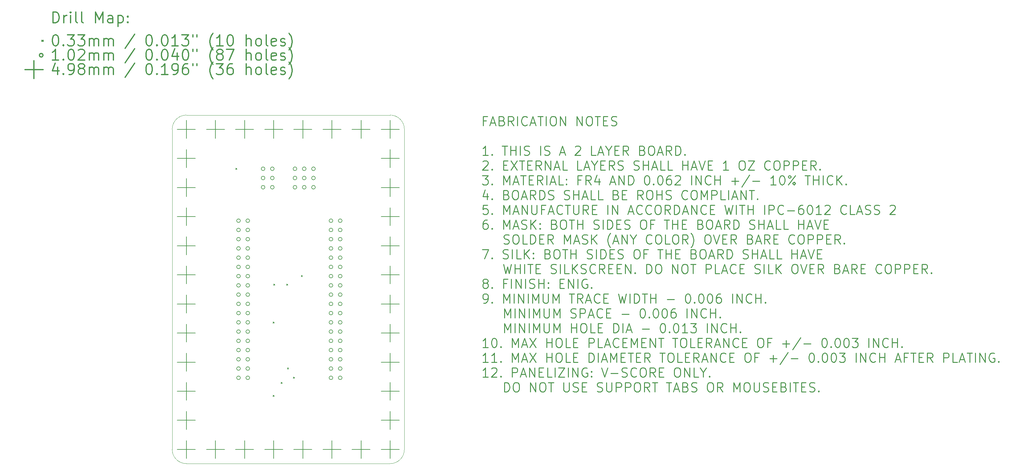
<source format=gbr>
G04 This is an RS-274x file exported by *
G04 gerbv version 2.6.0 *
G04 More information is available about gerbv at *
G04 http://gerbv.gpleda.org/ *
G04 --End of header info--*
%MOIN*%
%FSLAX34Y34*%
%IPPOS*%
G04 --Define apertures--*
%ADD10C,0.0050*%
%ADD11C,0.0079*%
%ADD12C,0.0118*%
%ADD13C,0.0138*%
%ADD14C,0.0016*%
%ADD15C,0.0100*%
G04 --Start main section--*
G54D11*
G01X0020835Y-017560D02*
G01X0020965Y-017690D01*
G01X0020965Y-017560D02*
G01X0020835Y-017690D01*
G01X0024885Y-034185D02*
G01X0025015Y-034315D01*
G01X0025015Y-034185D02*
G01X0024885Y-034315D01*
G01X0024885Y-042135D02*
G01X0025015Y-042265D01*
G01X0025015Y-042135D02*
G01X0024885Y-042265D01*
G01X0024935Y-030085D02*
G01X0025065Y-030215D01*
G01X0025065Y-030085D02*
G01X0024935Y-030215D01*
G01X0025735Y-040735D02*
G01X0025865Y-040865D01*
G01X0025865Y-040735D02*
G01X0025735Y-040865D01*
G01X0026335Y-030085D02*
G01X0026465Y-030215D01*
G01X0026465Y-030085D02*
G01X0026335Y-030215D01*
G01X0026426Y-039176D02*
G01X0026556Y-039306D01*
G01X0026556Y-039176D02*
G01X0026426Y-039306D01*
G01X0027076Y-040176D02*
G01X0027206Y-040306D01*
G01X0027206Y-040176D02*
G01X0027076Y-040306D01*
G01X0027926Y-029176D02*
G01X0028056Y-029306D01*
G01X0028056Y-029176D02*
G01X0027926Y-029306D01*
G01X0027926Y-029176D02*
G01X0028056Y-029306D01*
G01X0028056Y-029176D02*
G01X0027926Y-029306D01*
G01X0021343Y-023241D02*
G75*
G03X0021343Y-023241I-000200J0000000D01*
G01X0021343Y-024241D02*
G75*
G03X0021343Y-024241I-000200J0000000D01*
G01X0021343Y-025241D02*
G75*
G03X0021343Y-025241I-000200J0000000D01*
G01X0021343Y-026241D02*
G75*
G03X0021343Y-026241I-000200J0000000D01*
G01X0021343Y-027241D02*
G75*
G03X0021343Y-027241I-000200J0000000D01*
G01X0021343Y-028241D02*
G75*
G03X0021343Y-028241I-000200J0000000D01*
G01X0021343Y-029241D02*
G75*
G03X0021343Y-029241I-000200J0000000D01*
G01X0021343Y-030241D02*
G75*
G03X0021343Y-030241I-000200J0000000D01*
G01X0021343Y-031241D02*
G75*
G03X0021343Y-031241I-000200J0000000D01*
G01X0021343Y-032241D02*
G75*
G03X0021343Y-032241I-000200J0000000D01*
G01X0021343Y-033241D02*
G75*
G03X0021343Y-033241I-000200J0000000D01*
G01X0021343Y-034241D02*
G75*
G03X0021343Y-034241I-000200J0000000D01*
G01X0021343Y-035241D02*
G75*
G03X0021343Y-035241I-000200J0000000D01*
G01X0021343Y-036241D02*
G75*
G03X0021343Y-036241I-000200J0000000D01*
G01X0021343Y-037241D02*
G75*
G03X0021343Y-037241I-000200J0000000D01*
G01X0021343Y-038241D02*
G75*
G03X0021343Y-038241I-000200J0000000D01*
G01X0021343Y-039241D02*
G75*
G03X0021343Y-039241I-000200J0000000D01*
G01X0021343Y-040241D02*
G75*
G03X0021343Y-040241I-000200J0000000D01*
G01X0022343Y-023241D02*
G75*
G03X0022343Y-023241I-000200J0000000D01*
G01X0022343Y-024241D02*
G75*
G03X0022343Y-024241I-000200J0000000D01*
G01X0022343Y-025241D02*
G75*
G03X0022343Y-025241I-000200J0000000D01*
G01X0022343Y-026241D02*
G75*
G03X0022343Y-026241I-000200J0000000D01*
G01X0022343Y-027241D02*
G75*
G03X0022343Y-027241I-000200J0000000D01*
G01X0022343Y-028241D02*
G75*
G03X0022343Y-028241I-000200J0000000D01*
G01X0022343Y-029241D02*
G75*
G03X0022343Y-029241I-000200J0000000D01*
G01X0022343Y-030241D02*
G75*
G03X0022343Y-030241I-000200J0000000D01*
G01X0022343Y-031241D02*
G75*
G03X0022343Y-031241I-000200J0000000D01*
G01X0022343Y-032241D02*
G75*
G03X0022343Y-032241I-000200J0000000D01*
G01X0022343Y-033241D02*
G75*
G03X0022343Y-033241I-000200J0000000D01*
G01X0022343Y-034241D02*
G75*
G03X0022343Y-034241I-000200J0000000D01*
G01X0022343Y-035241D02*
G75*
G03X0022343Y-035241I-000200J0000000D01*
G01X0022343Y-036241D02*
G75*
G03X0022343Y-036241I-000200J0000000D01*
G01X0022343Y-037241D02*
G75*
G03X0022343Y-037241I-000200J0000000D01*
G01X0022343Y-038241D02*
G75*
G03X0022343Y-038241I-000200J0000000D01*
G01X0022343Y-039241D02*
G75*
G03X0022343Y-039241I-000200J0000000D01*
G01X0022343Y-040241D02*
G75*
G03X0022343Y-040241I-000200J0000000D01*
G01X0024000Y-017625D02*
G75*
G03X0024000Y-017625I-000200J0000000D01*
G01X0024000Y-018625D02*
G75*
G03X0024000Y-018625I-000200J0000000D01*
G01X0024000Y-019625D02*
G75*
G03X0024000Y-019625I-000200J0000000D01*
G01X0025000Y-017625D02*
G75*
G03X0025000Y-017625I-000200J0000000D01*
G01X0025000Y-018625D02*
G75*
G03X0025000Y-018625I-000200J0000000D01*
G01X0025000Y-019625D02*
G75*
G03X0025000Y-019625I-000200J0000000D01*
G01X0027450Y-017625D02*
G75*
G03X0027450Y-017625I-000200J0000000D01*
G01X0027450Y-018625D02*
G75*
G03X0027450Y-018625I-000200J0000000D01*
G01X0027450Y-019625D02*
G75*
G03X0027450Y-019625I-000200J0000000D01*
G01X0028450Y-017625D02*
G75*
G03X0028450Y-017625I-000200J0000000D01*
G01X0028450Y-018625D02*
G75*
G03X0028450Y-018625I-000200J0000000D01*
G01X0028450Y-019625D02*
G75*
G03X0028450Y-019625I-000200J0000000D01*
G01X0029450Y-017625D02*
G75*
G03X0029450Y-017625I-000200J0000000D01*
G01X0029450Y-018625D02*
G75*
G03X0029450Y-018625I-000200J0000000D01*
G01X0029450Y-019625D02*
G75*
G03X0029450Y-019625I-000200J0000000D01*
G01X0031343Y-023241D02*
G75*
G03X0031343Y-023241I-000200J0000000D01*
G01X0031343Y-024241D02*
G75*
G03X0031343Y-024241I-000200J0000000D01*
G01X0031343Y-025241D02*
G75*
G03X0031343Y-025241I-000200J0000000D01*
G01X0031343Y-026241D02*
G75*
G03X0031343Y-026241I-000200J0000000D01*
G01X0031343Y-027241D02*
G75*
G03X0031343Y-027241I-000200J0000000D01*
G01X0031343Y-028241D02*
G75*
G03X0031343Y-028241I-000200J0000000D01*
G01X0031343Y-029241D02*
G75*
G03X0031343Y-029241I-000200J0000000D01*
G01X0031343Y-030241D02*
G75*
G03X0031343Y-030241I-000200J0000000D01*
G01X0031343Y-031241D02*
G75*
G03X0031343Y-031241I-000200J0000000D01*
G01X0031343Y-032241D02*
G75*
G03X0031343Y-032241I-000200J0000000D01*
G01X0031343Y-033241D02*
G75*
G03X0031343Y-033241I-000200J0000000D01*
G01X0031343Y-034241D02*
G75*
G03X0031343Y-034241I-000200J0000000D01*
G01X0031343Y-035241D02*
G75*
G03X0031343Y-035241I-000200J0000000D01*
G01X0031343Y-036241D02*
G75*
G03X0031343Y-036241I-000200J0000000D01*
G01X0031343Y-037241D02*
G75*
G03X0031343Y-037241I-000200J0000000D01*
G01X0031343Y-038241D02*
G75*
G03X0031343Y-038241I-000200J0000000D01*
G01X0031343Y-039241D02*
G75*
G03X0031343Y-039241I-000200J0000000D01*
G01X0031343Y-040241D02*
G75*
G03X0031343Y-040241I-000200J0000000D01*
G01X0032343Y-023241D02*
G75*
G03X0032343Y-023241I-000200J0000000D01*
G01X0032343Y-024241D02*
G75*
G03X0032343Y-024241I-000200J0000000D01*
G01X0032343Y-025241D02*
G75*
G03X0032343Y-025241I-000200J0000000D01*
G01X0032343Y-026241D02*
G75*
G03X0032343Y-026241I-000200J0000000D01*
G01X0032343Y-027241D02*
G75*
G03X0032343Y-027241I-000200J0000000D01*
G01X0032343Y-028241D02*
G75*
G03X0032343Y-028241I-000200J0000000D01*
G01X0032343Y-029241D02*
G75*
G03X0032343Y-029241I-000200J0000000D01*
G01X0032343Y-030241D02*
G75*
G03X0032343Y-030241I-000200J0000000D01*
G01X0032343Y-031241D02*
G75*
G03X0032343Y-031241I-000200J0000000D01*
G01X0032343Y-032241D02*
G75*
G03X0032343Y-032241I-000200J0000000D01*
G01X0032343Y-033241D02*
G75*
G03X0032343Y-033241I-000200J0000000D01*
G01X0032343Y-034241D02*
G75*
G03X0032343Y-034241I-000200J0000000D01*
G01X0032343Y-035241D02*
G75*
G03X0032343Y-035241I-000200J0000000D01*
G01X0032343Y-036241D02*
G75*
G03X0032343Y-036241I-000200J0000000D01*
G01X0032343Y-037241D02*
G75*
G03X0032343Y-037241I-000200J0000000D01*
G01X0032343Y-038241D02*
G75*
G03X0032343Y-038241I-000200J0000000D01*
G01X0032343Y-039241D02*
G75*
G03X0032343Y-039241I-000200J0000000D01*
G01X0032343Y-040241D02*
G75*
G03X0032343Y-040241I-000200J0000000D01*
G01X0015501Y-012370D02*
G01X0015501Y-014330D01*
G01X0014521Y-013350D02*
G01X0016481Y-013350D01*
G01X0015501Y-015519D02*
G01X0015501Y-017480D01*
G01X0014521Y-016500D02*
G01X0016481Y-016500D01*
G01X0015501Y-018669D02*
G01X0015501Y-020630D01*
G01X0014521Y-019649D02*
G01X0016481Y-019649D01*
G01X0015501Y-021819D02*
G01X0015501Y-023779D01*
G01X0014521Y-022799D02*
G01X0016481Y-022799D01*
G01X0015501Y-024968D02*
G01X0015501Y-026929D01*
G01X0014521Y-025948D02*
G01X0016481Y-025948D01*
G01X0015501Y-028118D02*
G01X0015501Y-030078D01*
G01X0014521Y-029098D02*
G01X0016481Y-029098D01*
G01X0015501Y-031267D02*
G01X0015501Y-033228D01*
G01X0014521Y-032248D02*
G01X0016481Y-032248D01*
G01X0015501Y-034417D02*
G01X0015501Y-036378D01*
G01X0014521Y-035397D02*
G01X0016481Y-035397D01*
G01X0015501Y-037567D02*
G01X0015501Y-039527D01*
G01X0014521Y-038547D02*
G01X0016481Y-038547D01*
G01X0015501Y-040716D02*
G01X0015501Y-042677D01*
G01X0014521Y-041696D02*
G01X0016481Y-041696D01*
G01X0015501Y-043866D02*
G01X0015501Y-045826D01*
G01X0014521Y-044846D02*
G01X0016481Y-044846D01*
G01X0015501Y-047015D02*
G01X0015501Y-048976D01*
G01X0014521Y-047996D02*
G01X0016481Y-047996D01*
G01X0018651Y-012370D02*
G01X0018651Y-014330D01*
G01X0017670Y-013350D02*
G01X0019631Y-013350D01*
G01X0018651Y-047015D02*
G01X0018651Y-048976D01*
G01X0017670Y-047996D02*
G01X0019631Y-047996D01*
G01X0021800Y-012370D02*
G01X0021800Y-014330D01*
G01X0020820Y-013350D02*
G01X0022781Y-013350D01*
G01X0021800Y-047015D02*
G01X0021800Y-048976D01*
G01X0020820Y-047996D02*
G01X0022781Y-047996D01*
G01X0024950Y-012370D02*
G01X0024950Y-014330D01*
G01X0023970Y-013350D02*
G01X0025930Y-013350D01*
G01X0024950Y-047015D02*
G01X0024950Y-048976D01*
G01X0023970Y-047996D02*
G01X0025930Y-047996D01*
G01X0028100Y-012370D02*
G01X0028100Y-014330D01*
G01X0027119Y-013350D02*
G01X0029080Y-013350D01*
G01X0028100Y-047015D02*
G01X0028100Y-048976D01*
G01X0027119Y-047996D02*
G01X0029080Y-047996D01*
G01X0031249Y-012370D02*
G01X0031249Y-014330D01*
G01X0030269Y-013350D02*
G01X0032230Y-013350D01*
G01X0031249Y-047015D02*
G01X0031249Y-048976D01*
G01X0030269Y-047996D02*
G01X0032230Y-047996D01*
G01X0034399Y-012370D02*
G01X0034399Y-014330D01*
G01X0033419Y-013350D02*
G01X0035379Y-013350D01*
G01X0034399Y-047015D02*
G01X0034399Y-048976D01*
G01X0033419Y-047996D02*
G01X0035379Y-047996D01*
G01X0037548Y-012370D02*
G01X0037548Y-014330D01*
G01X0036568Y-013350D02*
G01X0038528Y-013350D01*
G01X0037548Y-015519D02*
G01X0037548Y-017480D01*
G01X0036568Y-016500D02*
G01X0038528Y-016500D01*
G01X0037548Y-018669D02*
G01X0037548Y-020630D01*
G01X0036568Y-019649D02*
G01X0038528Y-019649D01*
G01X0037548Y-021819D02*
G01X0037548Y-023779D01*
G01X0036568Y-022799D02*
G01X0038528Y-022799D01*
G01X0037548Y-024968D02*
G01X0037548Y-026929D01*
G01X0036568Y-025948D02*
G01X0038528Y-025948D01*
G01X0037548Y-031267D02*
G01X0037548Y-033228D01*
G01X0036568Y-032248D02*
G01X0038528Y-032248D01*
G01X0037548Y-047015D02*
G01X0037548Y-048976D01*
G01X0036568Y-047996D02*
G01X0038528Y-047996D01*
G01X0037548Y-028118D02*
G01X0037548Y-030078D01*
G01X0036568Y-029098D02*
G01X0038529Y-029098D01*
G01X0037548Y-034417D02*
G01X0037548Y-036378D01*
G01X0036568Y-035397D02*
G01X0038529Y-035397D01*
G01X0037548Y-037567D02*
G01X0037548Y-039527D01*
G01X0036568Y-038547D02*
G01X0038529Y-038547D01*
G01X0037548Y-040716D02*
G01X0037548Y-042677D01*
G01X0036568Y-041696D02*
G01X0038529Y-041696D01*
G01X0037548Y-043866D02*
G01X0037548Y-045826D01*
G01X0036568Y-044846D02*
G01X0038529Y-044846D01*
G54D12*
G01X0001069Y-001834D02*
G01X0001069Y-000652D01*
G01X0001069Y-000652D02*
G01X0001350Y-000652D01*
G01X0001350Y-000652D02*
G01X0001519Y-000709D01*
G01X0001519Y-000709D02*
G01X0001631Y-000821D01*
G01X0001631Y-000821D02*
G01X0001687Y-000934D01*
G01X0001687Y-000934D02*
G01X0001744Y-001159D01*
G01X0001744Y-001159D02*
G01X0001744Y-001327D01*
G01X0001744Y-001327D02*
G01X0001687Y-001552D01*
G01X0001687Y-001552D02*
G01X0001631Y-001665D01*
G01X0001631Y-001665D02*
G01X0001519Y-001777D01*
G01X0001519Y-001777D02*
G01X0001350Y-001834D01*
G01X0001350Y-001834D02*
G01X0001069Y-001834D01*
G01X0002250Y-001834D02*
G01X0002250Y-001046D01*
G01X0002250Y-001271D02*
G01X0002306Y-001159D01*
G01X0002306Y-001159D02*
G01X0002362Y-001102D01*
G01X0002362Y-001102D02*
G01X0002475Y-001046D01*
G01X0002475Y-001046D02*
G01X0002587Y-001046D01*
G01X0002981Y-001834D02*
G01X0002981Y-001046D01*
G01X0002981Y-000652D02*
G01X0002925Y-000709D01*
G01X0002925Y-000709D02*
G01X0002981Y-000765D01*
G01X0002981Y-000765D02*
G01X0003037Y-000709D01*
G01X0003037Y-000709D02*
G01X0002981Y-000652D01*
G01X0002981Y-000652D02*
G01X0002981Y-000765D01*
G01X0003712Y-001834D02*
G01X0003600Y-001777D01*
G01X0003600Y-001777D02*
G01X0003543Y-001665D01*
G01X0003543Y-001665D02*
G01X0003543Y-000652D01*
G01X0004331Y-001834D02*
G01X0004218Y-001777D01*
G01X0004218Y-001777D02*
G01X0004162Y-001665D01*
G01X0004162Y-001665D02*
G01X0004162Y-000652D01*
G01X0005681Y-001834D02*
G01X0005681Y-000652D01*
G01X0005681Y-000652D02*
G01X0006074Y-001496D01*
G01X0006074Y-001496D02*
G01X0006468Y-000652D01*
G01X0006468Y-000652D02*
G01X0006468Y-001834D01*
G01X0007537Y-001834D02*
G01X0007537Y-001215D01*
G01X0007537Y-001215D02*
G01X0007480Y-001102D01*
G01X0007480Y-001102D02*
G01X0007368Y-001046D01*
G01X0007368Y-001046D02*
G01X0007143Y-001046D01*
G01X0007143Y-001046D02*
G01X0007030Y-001102D01*
G01X0007537Y-001777D02*
G01X0007424Y-001834D01*
G01X0007424Y-001834D02*
G01X0007143Y-001834D01*
G01X0007143Y-001834D02*
G01X0007030Y-001777D01*
G01X0007030Y-001777D02*
G01X0006974Y-001665D01*
G01X0006974Y-001665D02*
G01X0006974Y-001552D01*
G01X0006974Y-001552D02*
G01X0007030Y-001440D01*
G01X0007030Y-001440D02*
G01X0007143Y-001384D01*
G01X0007143Y-001384D02*
G01X0007424Y-001384D01*
G01X0007424Y-001384D02*
G01X0007537Y-001327D01*
G01X0008099Y-001046D02*
G01X0008099Y-002227D01*
G01X0008099Y-001102D02*
G01X0008211Y-001046D01*
G01X0008211Y-001046D02*
G01X0008436Y-001046D01*
G01X0008436Y-001046D02*
G01X0008549Y-001102D01*
G01X0008549Y-001102D02*
G01X0008605Y-001159D01*
G01X0008605Y-001159D02*
G01X0008661Y-001271D01*
G01X0008661Y-001271D02*
G01X0008661Y-001609D01*
G01X0008661Y-001609D02*
G01X0008605Y-001721D01*
G01X0008605Y-001721D02*
G01X0008549Y-001777D01*
G01X0008549Y-001777D02*
G01X0008436Y-001834D01*
G01X0008436Y-001834D02*
G01X0008211Y-001834D01*
G01X0008211Y-001834D02*
G01X0008099Y-001777D01*
G01X0009168Y-001721D02*
G01X0009224Y-001777D01*
G01X0009224Y-001777D02*
G01X0009168Y-001834D01*
G01X0009168Y-001834D02*
G01X0009111Y-001777D01*
G01X0009111Y-001777D02*
G01X0009168Y-001721D01*
G01X0009168Y-001721D02*
G01X0009168Y-001834D01*
G01X0009168Y-001102D02*
G01X0009224Y-001159D01*
G01X0009224Y-001159D02*
G01X0009168Y-001215D01*
G01X0009168Y-001215D02*
G01X0009111Y-001159D01*
G01X0009111Y-001159D02*
G01X0009168Y-001102D01*
G01X0009168Y-001102D02*
G01X0009168Y-001215D01*
G01X-000130Y-003715D02*
G01X0000000Y-003845D01*
G01X0000000Y-003715D02*
G01X-000130Y-003845D01*
G01X0001294Y-003133D02*
G01X0001406Y-003133D01*
G01X0001406Y-003133D02*
G01X0001519Y-003189D01*
G01X0001519Y-003189D02*
G01X0001575Y-003245D01*
G01X0001575Y-003245D02*
G01X0001631Y-003358D01*
G01X0001631Y-003358D02*
G01X0001687Y-003583D01*
G01X0001687Y-003583D02*
G01X0001687Y-003864D01*
G01X0001687Y-003864D02*
G01X0001631Y-004089D01*
G01X0001631Y-004089D02*
G01X0001575Y-004201D01*
G01X0001575Y-004201D02*
G01X0001519Y-004258D01*
G01X0001519Y-004258D02*
G01X0001406Y-004314D01*
G01X0001406Y-004314D02*
G01X0001294Y-004314D01*
G01X0001294Y-004314D02*
G01X0001181Y-004258D01*
G01X0001181Y-004258D02*
G01X0001125Y-004201D01*
G01X0001125Y-004201D02*
G01X0001069Y-004089D01*
G01X0001069Y-004089D02*
G01X0001012Y-003864D01*
G01X0001012Y-003864D02*
G01X0001012Y-003583D01*
G01X0001012Y-003583D02*
G01X0001069Y-003358D01*
G01X0001069Y-003358D02*
G01X0001125Y-003245D01*
G01X0001125Y-003245D02*
G01X0001181Y-003189D01*
G01X0001181Y-003189D02*
G01X0001294Y-003133D01*
G01X0002193Y-004201D02*
G01X0002250Y-004258D01*
G01X0002250Y-004258D02*
G01X0002193Y-004314D01*
G01X0002193Y-004314D02*
G01X0002137Y-004258D01*
G01X0002137Y-004258D02*
G01X0002193Y-004201D01*
G01X0002193Y-004201D02*
G01X0002193Y-004314D01*
G01X0002643Y-003133D02*
G01X0003375Y-003133D01*
G01X0003375Y-003133D02*
G01X0002981Y-003583D01*
G01X0002981Y-003583D02*
G01X0003150Y-003583D01*
G01X0003150Y-003583D02*
G01X0003262Y-003639D01*
G01X0003262Y-003639D02*
G01X0003318Y-003695D01*
G01X0003318Y-003695D02*
G01X0003375Y-003808D01*
G01X0003375Y-003808D02*
G01X0003375Y-004089D01*
G01X0003375Y-004089D02*
G01X0003318Y-004201D01*
G01X0003318Y-004201D02*
G01X0003262Y-004258D01*
G01X0003262Y-004258D02*
G01X0003150Y-004314D01*
G01X0003150Y-004314D02*
G01X0002812Y-004314D01*
G01X0002812Y-004314D02*
G01X0002700Y-004258D01*
G01X0002700Y-004258D02*
G01X0002643Y-004201D01*
G01X0003768Y-003133D02*
G01X0004499Y-003133D01*
G01X0004499Y-003133D02*
G01X0004106Y-003583D01*
G01X0004106Y-003583D02*
G01X0004274Y-003583D01*
G01X0004274Y-003583D02*
G01X0004387Y-003639D01*
G01X0004387Y-003639D02*
G01X0004443Y-003695D01*
G01X0004443Y-003695D02*
G01X0004499Y-003808D01*
G01X0004499Y-003808D02*
G01X0004499Y-004089D01*
G01X0004499Y-004089D02*
G01X0004443Y-004201D01*
G01X0004443Y-004201D02*
G01X0004387Y-004258D01*
G01X0004387Y-004258D02*
G01X0004274Y-004314D01*
G01X0004274Y-004314D02*
G01X0003937Y-004314D01*
G01X0003937Y-004314D02*
G01X0003825Y-004258D01*
G01X0003825Y-004258D02*
G01X0003768Y-004201D01*
G01X0005006Y-004314D02*
G01X0005006Y-003526D01*
G01X0005006Y-003639D02*
G01X0005062Y-003583D01*
G01X0005062Y-003583D02*
G01X0005174Y-003526D01*
G01X0005174Y-003526D02*
G01X0005343Y-003526D01*
G01X0005343Y-003526D02*
G01X0005456Y-003583D01*
G01X0005456Y-003583D02*
G01X0005512Y-003695D01*
G01X0005512Y-003695D02*
G01X0005512Y-004314D01*
G01X0005512Y-003695D02*
G01X0005568Y-003583D01*
G01X0005568Y-003583D02*
G01X0005681Y-003526D01*
G01X0005681Y-003526D02*
G01X0005849Y-003526D01*
G01X0005849Y-003526D02*
G01X0005962Y-003583D01*
G01X0005962Y-003583D02*
G01X0006018Y-003695D01*
G01X0006018Y-003695D02*
G01X0006018Y-004314D01*
G01X0006580Y-004314D02*
G01X0006580Y-003526D01*
G01X0006580Y-003639D02*
G01X0006637Y-003583D01*
G01X0006637Y-003583D02*
G01X0006749Y-003526D01*
G01X0006749Y-003526D02*
G01X0006918Y-003526D01*
G01X0006918Y-003526D02*
G01X0007030Y-003583D01*
G01X0007030Y-003583D02*
G01X0007087Y-003695D01*
G01X0007087Y-003695D02*
G01X0007087Y-004314D01*
G01X0007087Y-003695D02*
G01X0007143Y-003583D01*
G01X0007143Y-003583D02*
G01X0007255Y-003526D01*
G01X0007255Y-003526D02*
G01X0007424Y-003526D01*
G01X0007424Y-003526D02*
G01X0007537Y-003583D01*
G01X0007537Y-003583D02*
G01X0007593Y-003695D01*
G01X0007593Y-003695D02*
G01X0007593Y-004314D01*
G01X0009899Y-003076D02*
G01X0008886Y-004595D01*
G01X0011417Y-003133D02*
G01X0011530Y-003133D01*
G01X0011530Y-003133D02*
G01X0011642Y-003189D01*
G01X0011642Y-003189D02*
G01X0011699Y-003245D01*
G01X0011699Y-003245D02*
G01X0011755Y-003358D01*
G01X0011755Y-003358D02*
G01X0011811Y-003583D01*
G01X0011811Y-003583D02*
G01X0011811Y-003864D01*
G01X0011811Y-003864D02*
G01X0011755Y-004089D01*
G01X0011755Y-004089D02*
G01X0011699Y-004201D01*
G01X0011699Y-004201D02*
G01X0011642Y-004258D01*
G01X0011642Y-004258D02*
G01X0011530Y-004314D01*
G01X0011530Y-004314D02*
G01X0011417Y-004314D01*
G01X0011417Y-004314D02*
G01X0011305Y-004258D01*
G01X0011305Y-004258D02*
G01X0011249Y-004201D01*
G01X0011249Y-004201D02*
G01X0011192Y-004089D01*
G01X0011192Y-004089D02*
G01X0011136Y-003864D01*
G01X0011136Y-003864D02*
G01X0011136Y-003583D01*
G01X0011136Y-003583D02*
G01X0011192Y-003358D01*
G01X0011192Y-003358D02*
G01X0011249Y-003245D01*
G01X0011249Y-003245D02*
G01X0011305Y-003189D01*
G01X0011305Y-003189D02*
G01X0011417Y-003133D01*
G01X0012317Y-004201D02*
G01X0012373Y-004258D01*
G01X0012373Y-004258D02*
G01X0012317Y-004314D01*
G01X0012317Y-004314D02*
G01X0012261Y-004258D01*
G01X0012261Y-004258D02*
G01X0012317Y-004201D01*
G01X0012317Y-004201D02*
G01X0012317Y-004314D01*
G01X0013105Y-003133D02*
G01X0013217Y-003133D01*
G01X0013217Y-003133D02*
G01X0013330Y-003189D01*
G01X0013330Y-003189D02*
G01X0013386Y-003245D01*
G01X0013386Y-003245D02*
G01X0013442Y-003358D01*
G01X0013442Y-003358D02*
G01X0013498Y-003583D01*
G01X0013498Y-003583D02*
G01X0013498Y-003864D01*
G01X0013498Y-003864D02*
G01X0013442Y-004089D01*
G01X0013442Y-004089D02*
G01X0013386Y-004201D01*
G01X0013386Y-004201D02*
G01X0013330Y-004258D01*
G01X0013330Y-004258D02*
G01X0013217Y-004314D01*
G01X0013217Y-004314D02*
G01X0013105Y-004314D01*
G01X0013105Y-004314D02*
G01X0012992Y-004258D01*
G01X0012992Y-004258D02*
G01X0012936Y-004201D01*
G01X0012936Y-004201D02*
G01X0012880Y-004089D01*
G01X0012880Y-004089D02*
G01X0012823Y-003864D01*
G01X0012823Y-003864D02*
G01X0012823Y-003583D01*
G01X0012823Y-003583D02*
G01X0012880Y-003358D01*
G01X0012880Y-003358D02*
G01X0012936Y-003245D01*
G01X0012936Y-003245D02*
G01X0012992Y-003189D01*
G01X0012992Y-003189D02*
G01X0013105Y-003133D01*
G01X0014623Y-004314D02*
G01X0013948Y-004314D01*
G01X0014286Y-004314D02*
G01X0014286Y-003133D01*
G01X0014286Y-003133D02*
G01X0014173Y-003301D01*
G01X0014173Y-003301D02*
G01X0014061Y-003414D01*
G01X0014061Y-003414D02*
G01X0013948Y-003470D01*
G01X0015017Y-003133D02*
G01X0015748Y-003133D01*
G01X0015748Y-003133D02*
G01X0015354Y-003583D01*
G01X0015354Y-003583D02*
G01X0015523Y-003583D01*
G01X0015523Y-003583D02*
G01X0015636Y-003639D01*
G01X0015636Y-003639D02*
G01X0015692Y-003695D01*
G01X0015692Y-003695D02*
G01X0015748Y-003808D01*
G01X0015748Y-003808D02*
G01X0015748Y-004089D01*
G01X0015748Y-004089D02*
G01X0015692Y-004201D01*
G01X0015692Y-004201D02*
G01X0015636Y-004258D01*
G01X0015636Y-004258D02*
G01X0015523Y-004314D01*
G01X0015523Y-004314D02*
G01X0015186Y-004314D01*
G01X0015186Y-004314D02*
G01X0015073Y-004258D01*
G01X0015073Y-004258D02*
G01X0015017Y-004201D01*
G01X0016198Y-003133D02*
G01X0016198Y-003358D01*
G01X0016648Y-003133D02*
G01X0016648Y-003358D01*
G01X0018391Y-004764D02*
G01X0018335Y-004708D01*
G01X0018335Y-004708D02*
G01X0018223Y-004539D01*
G01X0018223Y-004539D02*
G01X0018166Y-004426D01*
G01X0018166Y-004426D02*
G01X0018110Y-004258D01*
G01X0018110Y-004258D02*
G01X0018054Y-003976D01*
G01X0018054Y-003976D02*
G01X0018054Y-003751D01*
G01X0018054Y-003751D02*
G01X0018110Y-003470D01*
G01X0018110Y-003470D02*
G01X0018166Y-003301D01*
G01X0018166Y-003301D02*
G01X0018223Y-003189D01*
G01X0018223Y-003189D02*
G01X0018335Y-003020D01*
G01X0018335Y-003020D02*
G01X0018391Y-002964D01*
G01X0019460Y-004314D02*
G01X0018785Y-004314D01*
G01X0019123Y-004314D02*
G01X0019123Y-003133D01*
G01X0019123Y-003133D02*
G01X0019010Y-003301D01*
G01X0019010Y-003301D02*
G01X0018898Y-003414D01*
G01X0018898Y-003414D02*
G01X0018785Y-003470D01*
G01X0020191Y-003133D02*
G01X0020304Y-003133D01*
G01X0020304Y-003133D02*
G01X0020416Y-003189D01*
G01X0020416Y-003189D02*
G01X0020472Y-003245D01*
G01X0020472Y-003245D02*
G01X0020529Y-003358D01*
G01X0020529Y-003358D02*
G01X0020585Y-003583D01*
G01X0020585Y-003583D02*
G01X0020585Y-003864D01*
G01X0020585Y-003864D02*
G01X0020529Y-004089D01*
G01X0020529Y-004089D02*
G01X0020472Y-004201D01*
G01X0020472Y-004201D02*
G01X0020416Y-004258D01*
G01X0020416Y-004258D02*
G01X0020304Y-004314D01*
G01X0020304Y-004314D02*
G01X0020191Y-004314D01*
G01X0020191Y-004314D02*
G01X0020079Y-004258D01*
G01X0020079Y-004258D02*
G01X0020022Y-004201D01*
G01X0020022Y-004201D02*
G01X0019966Y-004089D01*
G01X0019966Y-004089D02*
G01X0019910Y-003864D01*
G01X0019910Y-003864D02*
G01X0019910Y-003583D01*
G01X0019910Y-003583D02*
G01X0019966Y-003358D01*
G01X0019966Y-003358D02*
G01X0020022Y-003245D01*
G01X0020022Y-003245D02*
G01X0020079Y-003189D01*
G01X0020079Y-003189D02*
G01X0020191Y-003133D01*
G01X0021991Y-004314D02*
G01X0021991Y-003133D01*
G01X0022497Y-004314D02*
G01X0022497Y-003695D01*
G01X0022497Y-003695D02*
G01X0022441Y-003583D01*
G01X0022441Y-003583D02*
G01X0022328Y-003526D01*
G01X0022328Y-003526D02*
G01X0022160Y-003526D01*
G01X0022160Y-003526D02*
G01X0022047Y-003583D01*
G01X0022047Y-003583D02*
G01X0021991Y-003639D01*
G01X0023228Y-004314D02*
G01X0023116Y-004258D01*
G01X0023116Y-004258D02*
G01X0023060Y-004201D01*
G01X0023060Y-004201D02*
G01X0023003Y-004089D01*
G01X0023003Y-004089D02*
G01X0023003Y-003751D01*
G01X0023003Y-003751D02*
G01X0023060Y-003639D01*
G01X0023060Y-003639D02*
G01X0023116Y-003583D01*
G01X0023116Y-003583D02*
G01X0023228Y-003526D01*
G01X0023228Y-003526D02*
G01X0023397Y-003526D01*
G01X0023397Y-003526D02*
G01X0023510Y-003583D01*
G01X0023510Y-003583D02*
G01X0023566Y-003639D01*
G01X0023566Y-003639D02*
G01X0023622Y-003751D01*
G01X0023622Y-003751D02*
G01X0023622Y-004089D01*
G01X0023622Y-004089D02*
G01X0023566Y-004201D01*
G01X0023566Y-004201D02*
G01X0023510Y-004258D01*
G01X0023510Y-004258D02*
G01X0023397Y-004314D01*
G01X0023397Y-004314D02*
G01X0023228Y-004314D01*
G01X0024297Y-004314D02*
G01X0024184Y-004258D01*
G01X0024184Y-004258D02*
G01X0024128Y-004145D01*
G01X0024128Y-004145D02*
G01X0024128Y-003133D01*
G01X0025197Y-004258D02*
G01X0025084Y-004314D01*
G01X0025084Y-004314D02*
G01X0024859Y-004314D01*
G01X0024859Y-004314D02*
G01X0024747Y-004258D01*
G01X0024747Y-004258D02*
G01X0024691Y-004145D01*
G01X0024691Y-004145D02*
G01X0024691Y-003695D01*
G01X0024691Y-003695D02*
G01X0024747Y-003583D01*
G01X0024747Y-003583D02*
G01X0024859Y-003526D01*
G01X0024859Y-003526D02*
G01X0025084Y-003526D01*
G01X0025084Y-003526D02*
G01X0025197Y-003583D01*
G01X0025197Y-003583D02*
G01X0025253Y-003695D01*
G01X0025253Y-003695D02*
G01X0025253Y-003808D01*
G01X0025253Y-003808D02*
G01X0024691Y-003920D01*
G01X0025703Y-004258D02*
G01X0025816Y-004314D01*
G01X0025816Y-004314D02*
G01X0026040Y-004314D01*
G01X0026040Y-004314D02*
G01X0026153Y-004258D01*
G01X0026153Y-004258D02*
G01X0026209Y-004145D01*
G01X0026209Y-004145D02*
G01X0026209Y-004089D01*
G01X0026209Y-004089D02*
G01X0026153Y-003976D01*
G01X0026153Y-003976D02*
G01X0026040Y-003920D01*
G01X0026040Y-003920D02*
G01X0025872Y-003920D01*
G01X0025872Y-003920D02*
G01X0025759Y-003864D01*
G01X0025759Y-003864D02*
G01X0025703Y-003751D01*
G01X0025703Y-003751D02*
G01X0025703Y-003695D01*
G01X0025703Y-003695D02*
G01X0025759Y-003583D01*
G01X0025759Y-003583D02*
G01X0025872Y-003526D01*
G01X0025872Y-003526D02*
G01X0026040Y-003526D01*
G01X0026040Y-003526D02*
G01X0026153Y-003583D01*
G01X0026603Y-004764D02*
G01X0026659Y-004708D01*
G01X0026659Y-004708D02*
G01X0026772Y-004539D01*
G01X0026772Y-004539D02*
G01X0026828Y-004426D01*
G01X0026828Y-004426D02*
G01X0026884Y-004258D01*
G01X0026884Y-004258D02*
G01X0026940Y-003976D01*
G01X0026940Y-003976D02*
G01X0026940Y-003751D01*
G01X0026940Y-003751D02*
G01X0026884Y-003470D01*
G01X0026884Y-003470D02*
G01X0026828Y-003301D01*
G01X0026828Y-003301D02*
G01X0026772Y-003189D01*
G01X0026772Y-003189D02*
G01X0026659Y-003020D01*
G01X0026659Y-003020D02*
G01X0026603Y-002964D01*
G01X0000000Y-005339D02*
G75*
G03X0000000Y-005339I-000200J0000000D01*
G01X0001687Y-005873D02*
G01X0001012Y-005873D01*
G01X0001350Y-005873D02*
G01X0001350Y-004692D01*
G01X0001350Y-004692D02*
G01X0001237Y-004861D01*
G01X0001237Y-004861D02*
G01X0001125Y-004973D01*
G01X0001125Y-004973D02*
G01X0001012Y-005029D01*
G01X0002193Y-005760D02*
G01X0002250Y-005817D01*
G01X0002250Y-005817D02*
G01X0002193Y-005873D01*
G01X0002193Y-005873D02*
G01X0002137Y-005817D01*
G01X0002137Y-005817D02*
G01X0002193Y-005760D01*
G01X0002193Y-005760D02*
G01X0002193Y-005873D01*
G01X0002981Y-004692D02*
G01X0003093Y-004692D01*
G01X0003093Y-004692D02*
G01X0003206Y-004748D01*
G01X0003206Y-004748D02*
G01X0003262Y-004804D01*
G01X0003262Y-004804D02*
G01X0003318Y-004917D01*
G01X0003318Y-004917D02*
G01X0003375Y-005142D01*
G01X0003375Y-005142D02*
G01X0003375Y-005423D01*
G01X0003375Y-005423D02*
G01X0003318Y-005648D01*
G01X0003318Y-005648D02*
G01X0003262Y-005760D01*
G01X0003262Y-005760D02*
G01X0003206Y-005817D01*
G01X0003206Y-005817D02*
G01X0003093Y-005873D01*
G01X0003093Y-005873D02*
G01X0002981Y-005873D01*
G01X0002981Y-005873D02*
G01X0002868Y-005817D01*
G01X0002868Y-005817D02*
G01X0002812Y-005760D01*
G01X0002812Y-005760D02*
G01X0002756Y-005648D01*
G01X0002756Y-005648D02*
G01X0002700Y-005423D01*
G01X0002700Y-005423D02*
G01X0002700Y-005142D01*
G01X0002700Y-005142D02*
G01X0002756Y-004917D01*
G01X0002756Y-004917D02*
G01X0002812Y-004804D01*
G01X0002812Y-004804D02*
G01X0002868Y-004748D01*
G01X0002868Y-004748D02*
G01X0002981Y-004692D01*
G01X0003825Y-004804D02*
G01X0003881Y-004748D01*
G01X0003881Y-004748D02*
G01X0003993Y-004692D01*
G01X0003993Y-004692D02*
G01X0004274Y-004692D01*
G01X0004274Y-004692D02*
G01X0004387Y-004748D01*
G01X0004387Y-004748D02*
G01X0004443Y-004804D01*
G01X0004443Y-004804D02*
G01X0004499Y-004917D01*
G01X0004499Y-004917D02*
G01X0004499Y-005029D01*
G01X0004499Y-005029D02*
G01X0004443Y-005198D01*
G01X0004443Y-005198D02*
G01X0003768Y-005873D01*
G01X0003768Y-005873D02*
G01X0004499Y-005873D01*
G01X0005006Y-005873D02*
G01X0005006Y-005085D01*
G01X0005006Y-005198D02*
G01X0005062Y-005142D01*
G01X0005062Y-005142D02*
G01X0005174Y-005085D01*
G01X0005174Y-005085D02*
G01X0005343Y-005085D01*
G01X0005343Y-005085D02*
G01X0005456Y-005142D01*
G01X0005456Y-005142D02*
G01X0005512Y-005254D01*
G01X0005512Y-005254D02*
G01X0005512Y-005873D01*
G01X0005512Y-005254D02*
G01X0005568Y-005142D01*
G01X0005568Y-005142D02*
G01X0005681Y-005085D01*
G01X0005681Y-005085D02*
G01X0005849Y-005085D01*
G01X0005849Y-005085D02*
G01X0005962Y-005142D01*
G01X0005962Y-005142D02*
G01X0006018Y-005254D01*
G01X0006018Y-005254D02*
G01X0006018Y-005873D01*
G01X0006580Y-005873D02*
G01X0006580Y-005085D01*
G01X0006580Y-005198D02*
G01X0006637Y-005142D01*
G01X0006637Y-005142D02*
G01X0006749Y-005085D01*
G01X0006749Y-005085D02*
G01X0006918Y-005085D01*
G01X0006918Y-005085D02*
G01X0007030Y-005142D01*
G01X0007030Y-005142D02*
G01X0007087Y-005254D01*
G01X0007087Y-005254D02*
G01X0007087Y-005873D01*
G01X0007087Y-005254D02*
G01X0007143Y-005142D01*
G01X0007143Y-005142D02*
G01X0007255Y-005085D01*
G01X0007255Y-005085D02*
G01X0007424Y-005085D01*
G01X0007424Y-005085D02*
G01X0007537Y-005142D01*
G01X0007537Y-005142D02*
G01X0007593Y-005254D01*
G01X0007593Y-005254D02*
G01X0007593Y-005873D01*
G01X0009899Y-004636D02*
G01X0008886Y-006154D01*
G01X0011417Y-004692D02*
G01X0011530Y-004692D01*
G01X0011530Y-004692D02*
G01X0011642Y-004748D01*
G01X0011642Y-004748D02*
G01X0011699Y-004804D01*
G01X0011699Y-004804D02*
G01X0011755Y-004917D01*
G01X0011755Y-004917D02*
G01X0011811Y-005142D01*
G01X0011811Y-005142D02*
G01X0011811Y-005423D01*
G01X0011811Y-005423D02*
G01X0011755Y-005648D01*
G01X0011755Y-005648D02*
G01X0011699Y-005760D01*
G01X0011699Y-005760D02*
G01X0011642Y-005817D01*
G01X0011642Y-005817D02*
G01X0011530Y-005873D01*
G01X0011530Y-005873D02*
G01X0011417Y-005873D01*
G01X0011417Y-005873D02*
G01X0011305Y-005817D01*
G01X0011305Y-005817D02*
G01X0011249Y-005760D01*
G01X0011249Y-005760D02*
G01X0011192Y-005648D01*
G01X0011192Y-005648D02*
G01X0011136Y-005423D01*
G01X0011136Y-005423D02*
G01X0011136Y-005142D01*
G01X0011136Y-005142D02*
G01X0011192Y-004917D01*
G01X0011192Y-004917D02*
G01X0011249Y-004804D01*
G01X0011249Y-004804D02*
G01X0011305Y-004748D01*
G01X0011305Y-004748D02*
G01X0011417Y-004692D01*
G01X0012317Y-005760D02*
G01X0012373Y-005817D01*
G01X0012373Y-005817D02*
G01X0012317Y-005873D01*
G01X0012317Y-005873D02*
G01X0012261Y-005817D01*
G01X0012261Y-005817D02*
G01X0012317Y-005760D01*
G01X0012317Y-005760D02*
G01X0012317Y-005873D01*
G01X0013105Y-004692D02*
G01X0013217Y-004692D01*
G01X0013217Y-004692D02*
G01X0013330Y-004748D01*
G01X0013330Y-004748D02*
G01X0013386Y-004804D01*
G01X0013386Y-004804D02*
G01X0013442Y-004917D01*
G01X0013442Y-004917D02*
G01X0013498Y-005142D01*
G01X0013498Y-005142D02*
G01X0013498Y-005423D01*
G01X0013498Y-005423D02*
G01X0013442Y-005648D01*
G01X0013442Y-005648D02*
G01X0013386Y-005760D01*
G01X0013386Y-005760D02*
G01X0013330Y-005817D01*
G01X0013330Y-005817D02*
G01X0013217Y-005873D01*
G01X0013217Y-005873D02*
G01X0013105Y-005873D01*
G01X0013105Y-005873D02*
G01X0012992Y-005817D01*
G01X0012992Y-005817D02*
G01X0012936Y-005760D01*
G01X0012936Y-005760D02*
G01X0012880Y-005648D01*
G01X0012880Y-005648D02*
G01X0012823Y-005423D01*
G01X0012823Y-005423D02*
G01X0012823Y-005142D01*
G01X0012823Y-005142D02*
G01X0012880Y-004917D01*
G01X0012880Y-004917D02*
G01X0012936Y-004804D01*
G01X0012936Y-004804D02*
G01X0012992Y-004748D01*
G01X0012992Y-004748D02*
G01X0013105Y-004692D01*
G01X0014511Y-005085D02*
G01X0014511Y-005873D01*
G01X0014229Y-004636D02*
G01X0013948Y-005479D01*
G01X0013948Y-005479D02*
G01X0014679Y-005479D01*
G01X0015354Y-004692D02*
G01X0015467Y-004692D01*
G01X0015467Y-004692D02*
G01X0015579Y-004748D01*
G01X0015579Y-004748D02*
G01X0015636Y-004804D01*
G01X0015636Y-004804D02*
G01X0015692Y-004917D01*
G01X0015692Y-004917D02*
G01X0015748Y-005142D01*
G01X0015748Y-005142D02*
G01X0015748Y-005423D01*
G01X0015748Y-005423D02*
G01X0015692Y-005648D01*
G01X0015692Y-005648D02*
G01X0015636Y-005760D01*
G01X0015636Y-005760D02*
G01X0015579Y-005817D01*
G01X0015579Y-005817D02*
G01X0015467Y-005873D01*
G01X0015467Y-005873D02*
G01X0015354Y-005873D01*
G01X0015354Y-005873D02*
G01X0015242Y-005817D01*
G01X0015242Y-005817D02*
G01X0015186Y-005760D01*
G01X0015186Y-005760D02*
G01X0015129Y-005648D01*
G01X0015129Y-005648D02*
G01X0015073Y-005423D01*
G01X0015073Y-005423D02*
G01X0015073Y-005142D01*
G01X0015073Y-005142D02*
G01X0015129Y-004917D01*
G01X0015129Y-004917D02*
G01X0015186Y-004804D01*
G01X0015186Y-004804D02*
G01X0015242Y-004748D01*
G01X0015242Y-004748D02*
G01X0015354Y-004692D01*
G01X0016198Y-004692D02*
G01X0016198Y-004917D01*
G01X0016648Y-004692D02*
G01X0016648Y-004917D01*
G01X0018391Y-006323D02*
G01X0018335Y-006267D01*
G01X0018335Y-006267D02*
G01X0018223Y-006098D01*
G01X0018223Y-006098D02*
G01X0018166Y-005985D01*
G01X0018166Y-005985D02*
G01X0018110Y-005817D01*
G01X0018110Y-005817D02*
G01X0018054Y-005535D01*
G01X0018054Y-005535D02*
G01X0018054Y-005310D01*
G01X0018054Y-005310D02*
G01X0018110Y-005029D01*
G01X0018110Y-005029D02*
G01X0018166Y-004861D01*
G01X0018166Y-004861D02*
G01X0018223Y-004748D01*
G01X0018223Y-004748D02*
G01X0018335Y-004579D01*
G01X0018335Y-004579D02*
G01X0018391Y-004523D01*
G01X0019010Y-005198D02*
G01X0018898Y-005142D01*
G01X0018898Y-005142D02*
G01X0018841Y-005085D01*
G01X0018841Y-005085D02*
G01X0018785Y-004973D01*
G01X0018785Y-004973D02*
G01X0018785Y-004917D01*
G01X0018785Y-004917D02*
G01X0018841Y-004804D01*
G01X0018841Y-004804D02*
G01X0018898Y-004748D01*
G01X0018898Y-004748D02*
G01X0019010Y-004692D01*
G01X0019010Y-004692D02*
G01X0019235Y-004692D01*
G01X0019235Y-004692D02*
G01X0019348Y-004748D01*
G01X0019348Y-004748D02*
G01X0019404Y-004804D01*
G01X0019404Y-004804D02*
G01X0019460Y-004917D01*
G01X0019460Y-004917D02*
G01X0019460Y-004973D01*
G01X0019460Y-004973D02*
G01X0019404Y-005085D01*
G01X0019404Y-005085D02*
G01X0019348Y-005142D01*
G01X0019348Y-005142D02*
G01X0019235Y-005198D01*
G01X0019235Y-005198D02*
G01X0019010Y-005198D01*
G01X0019010Y-005198D02*
G01X0018898Y-005254D01*
G01X0018898Y-005254D02*
G01X0018841Y-005310D01*
G01X0018841Y-005310D02*
G01X0018785Y-005423D01*
G01X0018785Y-005423D02*
G01X0018785Y-005648D01*
G01X0018785Y-005648D02*
G01X0018841Y-005760D01*
G01X0018841Y-005760D02*
G01X0018898Y-005817D01*
G01X0018898Y-005817D02*
G01X0019010Y-005873D01*
G01X0019010Y-005873D02*
G01X0019235Y-005873D01*
G01X0019235Y-005873D02*
G01X0019348Y-005817D01*
G01X0019348Y-005817D02*
G01X0019404Y-005760D01*
G01X0019404Y-005760D02*
G01X0019460Y-005648D01*
G01X0019460Y-005648D02*
G01X0019460Y-005423D01*
G01X0019460Y-005423D02*
G01X0019404Y-005310D01*
G01X0019404Y-005310D02*
G01X0019348Y-005254D01*
G01X0019348Y-005254D02*
G01X0019235Y-005198D01*
G01X0019854Y-004692D02*
G01X0020641Y-004692D01*
G01X0020641Y-004692D02*
G01X0020135Y-005873D01*
G01X0021991Y-005873D02*
G01X0021991Y-004692D01*
G01X0022497Y-005873D02*
G01X0022497Y-005254D01*
G01X0022497Y-005254D02*
G01X0022441Y-005142D01*
G01X0022441Y-005142D02*
G01X0022328Y-005085D01*
G01X0022328Y-005085D02*
G01X0022160Y-005085D01*
G01X0022160Y-005085D02*
G01X0022047Y-005142D01*
G01X0022047Y-005142D02*
G01X0021991Y-005198D01*
G01X0023228Y-005873D02*
G01X0023116Y-005817D01*
G01X0023116Y-005817D02*
G01X0023060Y-005760D01*
G01X0023060Y-005760D02*
G01X0023003Y-005648D01*
G01X0023003Y-005648D02*
G01X0023003Y-005310D01*
G01X0023003Y-005310D02*
G01X0023060Y-005198D01*
G01X0023060Y-005198D02*
G01X0023116Y-005142D01*
G01X0023116Y-005142D02*
G01X0023228Y-005085D01*
G01X0023228Y-005085D02*
G01X0023397Y-005085D01*
G01X0023397Y-005085D02*
G01X0023510Y-005142D01*
G01X0023510Y-005142D02*
G01X0023566Y-005198D01*
G01X0023566Y-005198D02*
G01X0023622Y-005310D01*
G01X0023622Y-005310D02*
G01X0023622Y-005648D01*
G01X0023622Y-005648D02*
G01X0023566Y-005760D01*
G01X0023566Y-005760D02*
G01X0023510Y-005817D01*
G01X0023510Y-005817D02*
G01X0023397Y-005873D01*
G01X0023397Y-005873D02*
G01X0023228Y-005873D01*
G01X0024297Y-005873D02*
G01X0024184Y-005817D01*
G01X0024184Y-005817D02*
G01X0024128Y-005704D01*
G01X0024128Y-005704D02*
G01X0024128Y-004692D01*
G01X0025197Y-005817D02*
G01X0025084Y-005873D01*
G01X0025084Y-005873D02*
G01X0024859Y-005873D01*
G01X0024859Y-005873D02*
G01X0024747Y-005817D01*
G01X0024747Y-005817D02*
G01X0024691Y-005704D01*
G01X0024691Y-005704D02*
G01X0024691Y-005254D01*
G01X0024691Y-005254D02*
G01X0024747Y-005142D01*
G01X0024747Y-005142D02*
G01X0024859Y-005085D01*
G01X0024859Y-005085D02*
G01X0025084Y-005085D01*
G01X0025084Y-005085D02*
G01X0025197Y-005142D01*
G01X0025197Y-005142D02*
G01X0025253Y-005254D01*
G01X0025253Y-005254D02*
G01X0025253Y-005367D01*
G01X0025253Y-005367D02*
G01X0024691Y-005479D01*
G01X0025703Y-005817D02*
G01X0025816Y-005873D01*
G01X0025816Y-005873D02*
G01X0026040Y-005873D01*
G01X0026040Y-005873D02*
G01X0026153Y-005817D01*
G01X0026153Y-005817D02*
G01X0026209Y-005704D01*
G01X0026209Y-005704D02*
G01X0026209Y-005648D01*
G01X0026209Y-005648D02*
G01X0026153Y-005535D01*
G01X0026153Y-005535D02*
G01X0026040Y-005479D01*
G01X0026040Y-005479D02*
G01X0025872Y-005479D01*
G01X0025872Y-005479D02*
G01X0025759Y-005423D01*
G01X0025759Y-005423D02*
G01X0025703Y-005310D01*
G01X0025703Y-005310D02*
G01X0025703Y-005254D01*
G01X0025703Y-005254D02*
G01X0025759Y-005142D01*
G01X0025759Y-005142D02*
G01X0025872Y-005085D01*
G01X0025872Y-005085D02*
G01X0026040Y-005085D01*
G01X0026040Y-005085D02*
G01X0026153Y-005142D01*
G01X0026603Y-006323D02*
G01X0026659Y-006267D01*
G01X0026659Y-006267D02*
G01X0026772Y-006098D01*
G01X0026772Y-006098D02*
G01X0026828Y-005985D01*
G01X0026828Y-005985D02*
G01X0026884Y-005817D01*
G01X0026884Y-005817D02*
G01X0026940Y-005535D01*
G01X0026940Y-005535D02*
G01X0026940Y-005310D01*
G01X0026940Y-005310D02*
G01X0026884Y-005029D01*
G01X0026884Y-005029D02*
G01X0026828Y-004861D01*
G01X0026828Y-004861D02*
G01X0026772Y-004748D01*
G01X0026772Y-004748D02*
G01X0026659Y-004579D01*
G01X0026659Y-004579D02*
G01X0026603Y-004523D01*
G01X-000980Y-005917D02*
G01X-000980Y-007878D01*
G01X-001961Y-006898D02*
G01X0000000Y-006898D01*
G01X0001575Y-006645D02*
G01X0001575Y-007432D01*
G01X0001294Y-006195D02*
G01X0001012Y-007038D01*
G01X0001012Y-007038D02*
G01X0001744Y-007038D01*
G01X0002193Y-007319D02*
G01X0002250Y-007376D01*
G01X0002250Y-007376D02*
G01X0002193Y-007432D01*
G01X0002193Y-007432D02*
G01X0002137Y-007376D01*
G01X0002137Y-007376D02*
G01X0002193Y-007319D01*
G01X0002193Y-007319D02*
G01X0002193Y-007432D01*
G01X0002812Y-007432D02*
G01X0003037Y-007432D01*
G01X0003037Y-007432D02*
G01X0003150Y-007376D01*
G01X0003150Y-007376D02*
G01X0003206Y-007319D01*
G01X0003206Y-007319D02*
G01X0003318Y-007151D01*
G01X0003318Y-007151D02*
G01X0003375Y-006926D01*
G01X0003375Y-006926D02*
G01X0003375Y-006476D01*
G01X0003375Y-006476D02*
G01X0003318Y-006363D01*
G01X0003318Y-006363D02*
G01X0003262Y-006307D01*
G01X0003262Y-006307D02*
G01X0003150Y-006251D01*
G01X0003150Y-006251D02*
G01X0002925Y-006251D01*
G01X0002925Y-006251D02*
G01X0002812Y-006307D01*
G01X0002812Y-006307D02*
G01X0002756Y-006363D01*
G01X0002756Y-006363D02*
G01X0002700Y-006476D01*
G01X0002700Y-006476D02*
G01X0002700Y-006757D01*
G01X0002700Y-006757D02*
G01X0002756Y-006870D01*
G01X0002756Y-006870D02*
G01X0002812Y-006926D01*
G01X0002812Y-006926D02*
G01X0002925Y-006982D01*
G01X0002925Y-006982D02*
G01X0003150Y-006982D01*
G01X0003150Y-006982D02*
G01X0003262Y-006926D01*
G01X0003262Y-006926D02*
G01X0003318Y-006870D01*
G01X0003318Y-006870D02*
G01X0003375Y-006757D01*
G01X0004049Y-006757D02*
G01X0003937Y-006701D01*
G01X0003937Y-006701D02*
G01X0003881Y-006645D01*
G01X0003881Y-006645D02*
G01X0003825Y-006532D01*
G01X0003825Y-006532D02*
G01X0003825Y-006476D01*
G01X0003825Y-006476D02*
G01X0003881Y-006363D01*
G01X0003881Y-006363D02*
G01X0003937Y-006307D01*
G01X0003937Y-006307D02*
G01X0004049Y-006251D01*
G01X0004049Y-006251D02*
G01X0004274Y-006251D01*
G01X0004274Y-006251D02*
G01X0004387Y-006307D01*
G01X0004387Y-006307D02*
G01X0004443Y-006363D01*
G01X0004443Y-006363D02*
G01X0004499Y-006476D01*
G01X0004499Y-006476D02*
G01X0004499Y-006532D01*
G01X0004499Y-006532D02*
G01X0004443Y-006645D01*
G01X0004443Y-006645D02*
G01X0004387Y-006701D01*
G01X0004387Y-006701D02*
G01X0004274Y-006757D01*
G01X0004274Y-006757D02*
G01X0004049Y-006757D01*
G01X0004049Y-006757D02*
G01X0003937Y-006813D01*
G01X0003937Y-006813D02*
G01X0003881Y-006870D01*
G01X0003881Y-006870D02*
G01X0003825Y-006982D01*
G01X0003825Y-006982D02*
G01X0003825Y-007207D01*
G01X0003825Y-007207D02*
G01X0003881Y-007319D01*
G01X0003881Y-007319D02*
G01X0003937Y-007376D01*
G01X0003937Y-007376D02*
G01X0004049Y-007432D01*
G01X0004049Y-007432D02*
G01X0004274Y-007432D01*
G01X0004274Y-007432D02*
G01X0004387Y-007376D01*
G01X0004387Y-007376D02*
G01X0004443Y-007319D01*
G01X0004443Y-007319D02*
G01X0004499Y-007207D01*
G01X0004499Y-007207D02*
G01X0004499Y-006982D01*
G01X0004499Y-006982D02*
G01X0004443Y-006870D01*
G01X0004443Y-006870D02*
G01X0004387Y-006813D01*
G01X0004387Y-006813D02*
G01X0004274Y-006757D01*
G01X0005006Y-007432D02*
G01X0005006Y-006645D01*
G01X0005006Y-006757D02*
G01X0005062Y-006701D01*
G01X0005062Y-006701D02*
G01X0005174Y-006645D01*
G01X0005174Y-006645D02*
G01X0005343Y-006645D01*
G01X0005343Y-006645D02*
G01X0005456Y-006701D01*
G01X0005456Y-006701D02*
G01X0005512Y-006813D01*
G01X0005512Y-006813D02*
G01X0005512Y-007432D01*
G01X0005512Y-006813D02*
G01X0005568Y-006701D01*
G01X0005568Y-006701D02*
G01X0005681Y-006645D01*
G01X0005681Y-006645D02*
G01X0005849Y-006645D01*
G01X0005849Y-006645D02*
G01X0005962Y-006701D01*
G01X0005962Y-006701D02*
G01X0006018Y-006813D01*
G01X0006018Y-006813D02*
G01X0006018Y-007432D01*
G01X0006580Y-007432D02*
G01X0006580Y-006645D01*
G01X0006580Y-006757D02*
G01X0006637Y-006701D01*
G01X0006637Y-006701D02*
G01X0006749Y-006645D01*
G01X0006749Y-006645D02*
G01X0006918Y-006645D01*
G01X0006918Y-006645D02*
G01X0007030Y-006701D01*
G01X0007030Y-006701D02*
G01X0007087Y-006813D01*
G01X0007087Y-006813D02*
G01X0007087Y-007432D01*
G01X0007087Y-006813D02*
G01X0007143Y-006701D01*
G01X0007143Y-006701D02*
G01X0007255Y-006645D01*
G01X0007255Y-006645D02*
G01X0007424Y-006645D01*
G01X0007424Y-006645D02*
G01X0007537Y-006701D01*
G01X0007537Y-006701D02*
G01X0007593Y-006813D01*
G01X0007593Y-006813D02*
G01X0007593Y-007432D01*
G01X0009899Y-006195D02*
G01X0008886Y-007713D01*
G01X0011417Y-006251D02*
G01X0011530Y-006251D01*
G01X0011530Y-006251D02*
G01X0011642Y-006307D01*
G01X0011642Y-006307D02*
G01X0011699Y-006363D01*
G01X0011699Y-006363D02*
G01X0011755Y-006476D01*
G01X0011755Y-006476D02*
G01X0011811Y-006701D01*
G01X0011811Y-006701D02*
G01X0011811Y-006982D01*
G01X0011811Y-006982D02*
G01X0011755Y-007207D01*
G01X0011755Y-007207D02*
G01X0011699Y-007319D01*
G01X0011699Y-007319D02*
G01X0011642Y-007376D01*
G01X0011642Y-007376D02*
G01X0011530Y-007432D01*
G01X0011530Y-007432D02*
G01X0011417Y-007432D01*
G01X0011417Y-007432D02*
G01X0011305Y-007376D01*
G01X0011305Y-007376D02*
G01X0011249Y-007319D01*
G01X0011249Y-007319D02*
G01X0011192Y-007207D01*
G01X0011192Y-007207D02*
G01X0011136Y-006982D01*
G01X0011136Y-006982D02*
G01X0011136Y-006701D01*
G01X0011136Y-006701D02*
G01X0011192Y-006476D01*
G01X0011192Y-006476D02*
G01X0011249Y-006363D01*
G01X0011249Y-006363D02*
G01X0011305Y-006307D01*
G01X0011305Y-006307D02*
G01X0011417Y-006251D01*
G01X0012317Y-007319D02*
G01X0012373Y-007376D01*
G01X0012373Y-007376D02*
G01X0012317Y-007432D01*
G01X0012317Y-007432D02*
G01X0012261Y-007376D01*
G01X0012261Y-007376D02*
G01X0012317Y-007319D01*
G01X0012317Y-007319D02*
G01X0012317Y-007432D01*
G01X0013498Y-007432D02*
G01X0012823Y-007432D01*
G01X0013161Y-007432D02*
G01X0013161Y-006251D01*
G01X0013161Y-006251D02*
G01X0013048Y-006420D01*
G01X0013048Y-006420D02*
G01X0012936Y-006532D01*
G01X0012936Y-006532D02*
G01X0012823Y-006588D01*
G01X0014061Y-007432D02*
G01X0014286Y-007432D01*
G01X0014286Y-007432D02*
G01X0014398Y-007376D01*
G01X0014398Y-007376D02*
G01X0014454Y-007319D01*
G01X0014454Y-007319D02*
G01X0014567Y-007151D01*
G01X0014567Y-007151D02*
G01X0014623Y-006926D01*
G01X0014623Y-006926D02*
G01X0014623Y-006476D01*
G01X0014623Y-006476D02*
G01X0014567Y-006363D01*
G01X0014567Y-006363D02*
G01X0014511Y-006307D01*
G01X0014511Y-006307D02*
G01X0014398Y-006251D01*
G01X0014398Y-006251D02*
G01X0014173Y-006251D01*
G01X0014173Y-006251D02*
G01X0014061Y-006307D01*
G01X0014061Y-006307D02*
G01X0014005Y-006363D01*
G01X0014005Y-006363D02*
G01X0013948Y-006476D01*
G01X0013948Y-006476D02*
G01X0013948Y-006757D01*
G01X0013948Y-006757D02*
G01X0014005Y-006870D01*
G01X0014005Y-006870D02*
G01X0014061Y-006926D01*
G01X0014061Y-006926D02*
G01X0014173Y-006982D01*
G01X0014173Y-006982D02*
G01X0014398Y-006982D01*
G01X0014398Y-006982D02*
G01X0014511Y-006926D01*
G01X0014511Y-006926D02*
G01X0014567Y-006870D01*
G01X0014567Y-006870D02*
G01X0014623Y-006757D01*
G01X0015636Y-006251D02*
G01X0015411Y-006251D01*
G01X0015411Y-006251D02*
G01X0015298Y-006307D01*
G01X0015298Y-006307D02*
G01X0015242Y-006363D01*
G01X0015242Y-006363D02*
G01X0015129Y-006532D01*
G01X0015129Y-006532D02*
G01X0015073Y-006757D01*
G01X0015073Y-006757D02*
G01X0015073Y-007207D01*
G01X0015073Y-007207D02*
G01X0015129Y-007319D01*
G01X0015129Y-007319D02*
G01X0015186Y-007376D01*
G01X0015186Y-007376D02*
G01X0015298Y-007432D01*
G01X0015298Y-007432D02*
G01X0015523Y-007432D01*
G01X0015523Y-007432D02*
G01X0015636Y-007376D01*
G01X0015636Y-007376D02*
G01X0015692Y-007319D01*
G01X0015692Y-007319D02*
G01X0015748Y-007207D01*
G01X0015748Y-007207D02*
G01X0015748Y-006926D01*
G01X0015748Y-006926D02*
G01X0015692Y-006813D01*
G01X0015692Y-006813D02*
G01X0015636Y-006757D01*
G01X0015636Y-006757D02*
G01X0015523Y-006701D01*
G01X0015523Y-006701D02*
G01X0015298Y-006701D01*
G01X0015298Y-006701D02*
G01X0015186Y-006757D01*
G01X0015186Y-006757D02*
G01X0015129Y-006813D01*
G01X0015129Y-006813D02*
G01X0015073Y-006926D01*
G01X0016198Y-006251D02*
G01X0016198Y-006476D01*
G01X0016648Y-006251D02*
G01X0016648Y-006476D01*
G01X0018391Y-007882D02*
G01X0018335Y-007826D01*
G01X0018335Y-007826D02*
G01X0018223Y-007657D01*
G01X0018223Y-007657D02*
G01X0018166Y-007544D01*
G01X0018166Y-007544D02*
G01X0018110Y-007376D01*
G01X0018110Y-007376D02*
G01X0018054Y-007094D01*
G01X0018054Y-007094D02*
G01X0018054Y-006870D01*
G01X0018054Y-006870D02*
G01X0018110Y-006588D01*
G01X0018110Y-006588D02*
G01X0018166Y-006420D01*
G01X0018166Y-006420D02*
G01X0018223Y-006307D01*
G01X0018223Y-006307D02*
G01X0018335Y-006138D01*
G01X0018335Y-006138D02*
G01X0018391Y-006082D01*
G01X0018729Y-006251D02*
G01X0019460Y-006251D01*
G01X0019460Y-006251D02*
G01X0019066Y-006701D01*
G01X0019066Y-006701D02*
G01X0019235Y-006701D01*
G01X0019235Y-006701D02*
G01X0019348Y-006757D01*
G01X0019348Y-006757D02*
G01X0019404Y-006813D01*
G01X0019404Y-006813D02*
G01X0019460Y-006926D01*
G01X0019460Y-006926D02*
G01X0019460Y-007207D01*
G01X0019460Y-007207D02*
G01X0019404Y-007319D01*
G01X0019404Y-007319D02*
G01X0019348Y-007376D01*
G01X0019348Y-007376D02*
G01X0019235Y-007432D01*
G01X0019235Y-007432D02*
G01X0018898Y-007432D01*
G01X0018898Y-007432D02*
G01X0018785Y-007376D01*
G01X0018785Y-007376D02*
G01X0018729Y-007319D01*
G01X0020472Y-006251D02*
G01X0020247Y-006251D01*
G01X0020247Y-006251D02*
G01X0020135Y-006307D01*
G01X0020135Y-006307D02*
G01X0020079Y-006363D01*
G01X0020079Y-006363D02*
G01X0019966Y-006532D01*
G01X0019966Y-006532D02*
G01X0019910Y-006757D01*
G01X0019910Y-006757D02*
G01X0019910Y-007207D01*
G01X0019910Y-007207D02*
G01X0019966Y-007319D01*
G01X0019966Y-007319D02*
G01X0020022Y-007376D01*
G01X0020022Y-007376D02*
G01X0020135Y-007432D01*
G01X0020135Y-007432D02*
G01X0020360Y-007432D01*
G01X0020360Y-007432D02*
G01X0020472Y-007376D01*
G01X0020472Y-007376D02*
G01X0020529Y-007319D01*
G01X0020529Y-007319D02*
G01X0020585Y-007207D01*
G01X0020585Y-007207D02*
G01X0020585Y-006926D01*
G01X0020585Y-006926D02*
G01X0020529Y-006813D01*
G01X0020529Y-006813D02*
G01X0020472Y-006757D01*
G01X0020472Y-006757D02*
G01X0020360Y-006701D01*
G01X0020360Y-006701D02*
G01X0020135Y-006701D01*
G01X0020135Y-006701D02*
G01X0020022Y-006757D01*
G01X0020022Y-006757D02*
G01X0019966Y-006813D01*
G01X0019966Y-006813D02*
G01X0019910Y-006926D01*
G01X0021991Y-007432D02*
G01X0021991Y-006251D01*
G01X0022497Y-007432D02*
G01X0022497Y-006813D01*
G01X0022497Y-006813D02*
G01X0022441Y-006701D01*
G01X0022441Y-006701D02*
G01X0022328Y-006645D01*
G01X0022328Y-006645D02*
G01X0022160Y-006645D01*
G01X0022160Y-006645D02*
G01X0022047Y-006701D01*
G01X0022047Y-006701D02*
G01X0021991Y-006757D01*
G01X0023228Y-007432D02*
G01X0023116Y-007376D01*
G01X0023116Y-007376D02*
G01X0023060Y-007319D01*
G01X0023060Y-007319D02*
G01X0023003Y-007207D01*
G01X0023003Y-007207D02*
G01X0023003Y-006870D01*
G01X0023003Y-006870D02*
G01X0023060Y-006757D01*
G01X0023060Y-006757D02*
G01X0023116Y-006701D01*
G01X0023116Y-006701D02*
G01X0023228Y-006645D01*
G01X0023228Y-006645D02*
G01X0023397Y-006645D01*
G01X0023397Y-006645D02*
G01X0023510Y-006701D01*
G01X0023510Y-006701D02*
G01X0023566Y-006757D01*
G01X0023566Y-006757D02*
G01X0023622Y-006870D01*
G01X0023622Y-006870D02*
G01X0023622Y-007207D01*
G01X0023622Y-007207D02*
G01X0023566Y-007319D01*
G01X0023566Y-007319D02*
G01X0023510Y-007376D01*
G01X0023510Y-007376D02*
G01X0023397Y-007432D01*
G01X0023397Y-007432D02*
G01X0023228Y-007432D01*
G01X0024297Y-007432D02*
G01X0024184Y-007376D01*
G01X0024184Y-007376D02*
G01X0024128Y-007263D01*
G01X0024128Y-007263D02*
G01X0024128Y-006251D01*
G01X0025197Y-007376D02*
G01X0025084Y-007432D01*
G01X0025084Y-007432D02*
G01X0024859Y-007432D01*
G01X0024859Y-007432D02*
G01X0024747Y-007376D01*
G01X0024747Y-007376D02*
G01X0024691Y-007263D01*
G01X0024691Y-007263D02*
G01X0024691Y-006813D01*
G01X0024691Y-006813D02*
G01X0024747Y-006701D01*
G01X0024747Y-006701D02*
G01X0024859Y-006645D01*
G01X0024859Y-006645D02*
G01X0025084Y-006645D01*
G01X0025084Y-006645D02*
G01X0025197Y-006701D01*
G01X0025197Y-006701D02*
G01X0025253Y-006813D01*
G01X0025253Y-006813D02*
G01X0025253Y-006926D01*
G01X0025253Y-006926D02*
G01X0024691Y-007038D01*
G01X0025703Y-007376D02*
G01X0025816Y-007432D01*
G01X0025816Y-007432D02*
G01X0026040Y-007432D01*
G01X0026040Y-007432D02*
G01X0026153Y-007376D01*
G01X0026153Y-007376D02*
G01X0026209Y-007263D01*
G01X0026209Y-007263D02*
G01X0026209Y-007207D01*
G01X0026209Y-007207D02*
G01X0026153Y-007094D01*
G01X0026153Y-007094D02*
G01X0026040Y-007038D01*
G01X0026040Y-007038D02*
G01X0025872Y-007038D01*
G01X0025872Y-007038D02*
G01X0025759Y-006982D01*
G01X0025759Y-006982D02*
G01X0025703Y-006870D01*
G01X0025703Y-006870D02*
G01X0025703Y-006813D01*
G01X0025703Y-006813D02*
G01X0025759Y-006701D01*
G01X0025759Y-006701D02*
G01X0025872Y-006645D01*
G01X0025872Y-006645D02*
G01X0026040Y-006645D01*
G01X0026040Y-006645D02*
G01X0026153Y-006701D01*
G01X0026603Y-007882D02*
G01X0026659Y-007826D01*
G01X0026659Y-007826D02*
G01X0026772Y-007657D01*
G01X0026772Y-007657D02*
G01X0026828Y-007544D01*
G01X0026828Y-007544D02*
G01X0026884Y-007376D01*
G01X0026884Y-007376D02*
G01X0026940Y-007094D01*
G01X0026940Y-007094D02*
G01X0026940Y-006870D01*
G01X0026940Y-006870D02*
G01X0026884Y-006588D01*
G01X0026884Y-006588D02*
G01X0026828Y-006420D01*
G01X0026828Y-006420D02*
G01X0026772Y-006307D01*
G01X0026772Y-006307D02*
G01X0026659Y-006138D01*
G01X0026659Y-006138D02*
G01X0026603Y-006082D01*
G01X0000000Y0000000D02*
G54D14*
G01X0037548Y-011815D02*
G01X0015501Y-011815D01*
G01X0015462Y-049531D02*
G01X0037548Y-049531D01*
G01X0039084Y-047996D02*
G01X0039084Y-013350D01*
G01X0039084Y-013347D02*
G75*
G03X0037548Y-011815I-001535J-000003D01*
G01X0037548Y-049531D02*
G75*
G03X0039084Y-047996I0000000J0001535D01*
G01X0013966Y-013350D02*
G01X0013966Y-047996D01*
G01X0013966Y-047998D02*
G75*
G03X0015501Y-049531I0001535J0000003D01*
G01X0015501Y-011815D02*
G75*
G03X0013966Y-013350I0000000J-001535D01*
G01X0000000Y0000000D02*
G54D15*
G01X0047941Y-012429D02*
G01X0047608Y-012429D01*
G01X0047608Y-012952D02*
G01X0047608Y-011952D01*
G01X0047608Y-011952D02*
G01X0048084Y-011952D01*
G01X0048418Y-012667D02*
G01X0048894Y-012667D01*
G01X0048322Y-012952D02*
G01X0048656Y-011952D01*
G01X0048656Y-011952D02*
G01X0048989Y-012952D01*
G01X0049656Y-012429D02*
G01X0049799Y-012476D01*
G01X0049799Y-012476D02*
G01X0049846Y-012524D01*
G01X0049846Y-012524D02*
G01X0049894Y-012619D01*
G01X0049894Y-012619D02*
G01X0049894Y-012762D01*
G01X0049894Y-012762D02*
G01X0049846Y-012857D01*
G01X0049846Y-012857D02*
G01X0049799Y-012905D01*
G01X0049799Y-012905D02*
G01X0049703Y-012952D01*
G01X0049703Y-012952D02*
G01X0049322Y-012952D01*
G01X0049322Y-012952D02*
G01X0049322Y-011952D01*
G01X0049322Y-011952D02*
G01X0049656Y-011952D01*
G01X0049656Y-011952D02*
G01X0049751Y-012000D01*
G01X0049751Y-012000D02*
G01X0049799Y-012048D01*
G01X0049799Y-012048D02*
G01X0049846Y-012143D01*
G01X0049846Y-012143D02*
G01X0049846Y-012238D01*
G01X0049846Y-012238D02*
G01X0049799Y-012333D01*
G01X0049799Y-012333D02*
G01X0049751Y-012381D01*
G01X0049751Y-012381D02*
G01X0049656Y-012429D01*
G01X0049656Y-012429D02*
G01X0049322Y-012429D01*
G01X0050894Y-012952D02*
G01X0050560Y-012476D01*
G01X0050322Y-012952D02*
G01X0050322Y-011952D01*
G01X0050322Y-011952D02*
G01X0050703Y-011952D01*
G01X0050703Y-011952D02*
G01X0050799Y-012000D01*
G01X0050799Y-012000D02*
G01X0050846Y-012048D01*
G01X0050846Y-012048D02*
G01X0050894Y-012143D01*
G01X0050894Y-012143D02*
G01X0050894Y-012286D01*
G01X0050894Y-012286D02*
G01X0050846Y-012381D01*
G01X0050846Y-012381D02*
G01X0050799Y-012429D01*
G01X0050799Y-012429D02*
G01X0050703Y-012476D01*
G01X0050703Y-012476D02*
G01X0050322Y-012476D01*
G01X0051322Y-012952D02*
G01X0051322Y-011952D01*
G01X0052370Y-012857D02*
G01X0052322Y-012905D01*
G01X0052322Y-012905D02*
G01X0052180Y-012952D01*
G01X0052180Y-012952D02*
G01X0052084Y-012952D01*
G01X0052084Y-012952D02*
G01X0051941Y-012905D01*
G01X0051941Y-012905D02*
G01X0051846Y-012810D01*
G01X0051846Y-012810D02*
G01X0051799Y-012714D01*
G01X0051799Y-012714D02*
G01X0051751Y-012524D01*
G01X0051751Y-012524D02*
G01X0051751Y-012381D01*
G01X0051751Y-012381D02*
G01X0051799Y-012190D01*
G01X0051799Y-012190D02*
G01X0051846Y-012095D01*
G01X0051846Y-012095D02*
G01X0051941Y-012000D01*
G01X0051941Y-012000D02*
G01X0052084Y-011952D01*
G01X0052084Y-011952D02*
G01X0052180Y-011952D01*
G01X0052180Y-011952D02*
G01X0052322Y-012000D01*
G01X0052322Y-012000D02*
G01X0052370Y-012048D01*
G01X0052751Y-012667D02*
G01X0053227Y-012667D01*
G01X0052656Y-012952D02*
G01X0052989Y-011952D01*
G01X0052989Y-011952D02*
G01X0053322Y-012952D01*
G01X0053513Y-011952D02*
G01X0054084Y-011952D01*
G01X0053799Y-012952D02*
G01X0053799Y-011952D01*
G01X0054418Y-012952D02*
G01X0054418Y-011952D01*
G01X0055084Y-011952D02*
G01X0055275Y-011952D01*
G01X0055275Y-011952D02*
G01X0055370Y-012000D01*
G01X0055370Y-012000D02*
G01X0055465Y-012095D01*
G01X0055465Y-012095D02*
G01X0055513Y-012286D01*
G01X0055513Y-012286D02*
G01X0055513Y-012619D01*
G01X0055513Y-012619D02*
G01X0055465Y-012810D01*
G01X0055465Y-012810D02*
G01X0055370Y-012905D01*
G01X0055370Y-012905D02*
G01X0055275Y-012952D01*
G01X0055275Y-012952D02*
G01X0055084Y-012952D01*
G01X0055084Y-012952D02*
G01X0054989Y-012905D01*
G01X0054989Y-012905D02*
G01X0054894Y-012810D01*
G01X0054894Y-012810D02*
G01X0054846Y-012619D01*
G01X0054846Y-012619D02*
G01X0054846Y-012286D01*
G01X0054846Y-012286D02*
G01X0054894Y-012095D01*
G01X0054894Y-012095D02*
G01X0054989Y-012000D01*
G01X0054989Y-012000D02*
G01X0055084Y-011952D01*
G01X0055941Y-012952D02*
G01X0055941Y-011952D01*
G01X0055941Y-011952D02*
G01X0056513Y-012952D01*
G01X0056513Y-012952D02*
G01X0056513Y-011952D01*
G01X0057751Y-012952D02*
G01X0057751Y-011952D01*
G01X0057751Y-011952D02*
G01X0058322Y-012952D01*
G01X0058322Y-012952D02*
G01X0058322Y-011952D01*
G01X0058989Y-011952D02*
G01X0059180Y-011952D01*
G01X0059180Y-011952D02*
G01X0059275Y-012000D01*
G01X0059275Y-012000D02*
G01X0059370Y-012095D01*
G01X0059370Y-012095D02*
G01X0059418Y-012286D01*
G01X0059418Y-012286D02*
G01X0059418Y-012619D01*
G01X0059418Y-012619D02*
G01X0059370Y-012810D01*
G01X0059370Y-012810D02*
G01X0059275Y-012905D01*
G01X0059275Y-012905D02*
G01X0059180Y-012952D01*
G01X0059180Y-012952D02*
G01X0058989Y-012952D01*
G01X0058989Y-012952D02*
G01X0058894Y-012905D01*
G01X0058894Y-012905D02*
G01X0058799Y-012810D01*
G01X0058799Y-012810D02*
G01X0058751Y-012619D01*
G01X0058751Y-012619D02*
G01X0058751Y-012286D01*
G01X0058751Y-012286D02*
G01X0058799Y-012095D01*
G01X0058799Y-012095D02*
G01X0058894Y-012000D01*
G01X0058894Y-012000D02*
G01X0058989Y-011952D01*
G01X0059703Y-011952D02*
G01X0060275Y-011952D01*
G01X0059989Y-012952D02*
G01X0059989Y-011952D01*
G01X0060608Y-012429D02*
G01X0060941Y-012429D01*
G01X0061084Y-012952D02*
G01X0060608Y-012952D01*
G01X0060608Y-012952D02*
G01X0060608Y-011952D01*
G01X0060608Y-011952D02*
G01X0061084Y-011952D01*
G01X0061465Y-012905D02*
G01X0061608Y-012952D01*
G01X0061608Y-012952D02*
G01X0061846Y-012952D01*
G01X0061846Y-012952D02*
G01X0061941Y-012905D01*
G01X0061941Y-012905D02*
G01X0061989Y-012857D01*
G01X0061989Y-012857D02*
G01X0062037Y-012762D01*
G01X0062037Y-012762D02*
G01X0062037Y-012667D01*
G01X0062037Y-012667D02*
G01X0061989Y-012571D01*
G01X0061989Y-012571D02*
G01X0061941Y-012524D01*
G01X0061941Y-012524D02*
G01X0061846Y-012476D01*
G01X0061846Y-012476D02*
G01X0061656Y-012429D01*
G01X0061656Y-012429D02*
G01X0061560Y-012381D01*
G01X0061560Y-012381D02*
G01X0061513Y-012333D01*
G01X0061513Y-012333D02*
G01X0061465Y-012238D01*
G01X0061465Y-012238D02*
G01X0061465Y-012143D01*
G01X0061465Y-012143D02*
G01X0061513Y-012048D01*
G01X0061513Y-012048D02*
G01X0061560Y-012000D01*
G01X0061560Y-012000D02*
G01X0061656Y-011952D01*
G01X0061656Y-011952D02*
G01X0061894Y-011952D01*
G01X0061894Y-011952D02*
G01X0062037Y-012000D01*
G01X0048132Y-016152D02*
G01X0047560Y-016152D01*
G01X0047846Y-016152D02*
G01X0047846Y-015152D01*
G01X0047846Y-015152D02*
G01X0047751Y-015295D01*
G01X0047751Y-015295D02*
G01X0047656Y-015390D01*
G01X0047656Y-015390D02*
G01X0047560Y-015438D01*
G01X0048560Y-016057D02*
G01X0048608Y-016105D01*
G01X0048608Y-016105D02*
G01X0048560Y-016152D01*
G01X0048560Y-016152D02*
G01X0048513Y-016105D01*
G01X0048513Y-016105D02*
G01X0048560Y-016057D01*
G01X0048560Y-016057D02*
G01X0048560Y-016152D01*
G01X0049656Y-015152D02*
G01X0050227Y-015152D01*
G01X0049941Y-016152D02*
G01X0049941Y-015152D01*
G01X0050560Y-016152D02*
G01X0050560Y-015152D01*
G01X0050560Y-015629D02*
G01X0051132Y-015629D01*
G01X0051132Y-016152D02*
G01X0051132Y-015152D01*
G01X0051608Y-016152D02*
G01X0051608Y-015152D01*
G01X0052037Y-016105D02*
G01X0052180Y-016152D01*
G01X0052180Y-016152D02*
G01X0052418Y-016152D01*
G01X0052418Y-016152D02*
G01X0052513Y-016105D01*
G01X0052513Y-016105D02*
G01X0052560Y-016057D01*
G01X0052560Y-016057D02*
G01X0052608Y-015962D01*
G01X0052608Y-015962D02*
G01X0052608Y-015867D01*
G01X0052608Y-015867D02*
G01X0052560Y-015771D01*
G01X0052560Y-015771D02*
G01X0052513Y-015724D01*
G01X0052513Y-015724D02*
G01X0052418Y-015676D01*
G01X0052418Y-015676D02*
G01X0052227Y-015629D01*
G01X0052227Y-015629D02*
G01X0052132Y-015581D01*
G01X0052132Y-015581D02*
G01X0052084Y-015533D01*
G01X0052084Y-015533D02*
G01X0052037Y-015438D01*
G01X0052037Y-015438D02*
G01X0052037Y-015343D01*
G01X0052037Y-015343D02*
G01X0052084Y-015248D01*
G01X0052084Y-015248D02*
G01X0052132Y-015200D01*
G01X0052132Y-015200D02*
G01X0052227Y-015152D01*
G01X0052227Y-015152D02*
G01X0052465Y-015152D01*
G01X0052465Y-015152D02*
G01X0052608Y-015200D01*
G01X0053799Y-016152D02*
G01X0053799Y-015152D01*
G01X0054227Y-016105D02*
G01X0054370Y-016152D01*
G01X0054370Y-016152D02*
G01X0054608Y-016152D01*
G01X0054608Y-016152D02*
G01X0054703Y-016105D01*
G01X0054703Y-016105D02*
G01X0054751Y-016057D01*
G01X0054751Y-016057D02*
G01X0054799Y-015962D01*
G01X0054799Y-015962D02*
G01X0054799Y-015867D01*
G01X0054799Y-015867D02*
G01X0054751Y-015771D01*
G01X0054751Y-015771D02*
G01X0054703Y-015724D01*
G01X0054703Y-015724D02*
G01X0054608Y-015676D01*
G01X0054608Y-015676D02*
G01X0054418Y-015629D01*
G01X0054418Y-015629D02*
G01X0054322Y-015581D01*
G01X0054322Y-015581D02*
G01X0054275Y-015533D01*
G01X0054275Y-015533D02*
G01X0054227Y-015438D01*
G01X0054227Y-015438D02*
G01X0054227Y-015343D01*
G01X0054227Y-015343D02*
G01X0054275Y-015248D01*
G01X0054275Y-015248D02*
G01X0054322Y-015200D01*
G01X0054322Y-015200D02*
G01X0054418Y-015152D01*
G01X0054418Y-015152D02*
G01X0054656Y-015152D01*
G01X0054656Y-015152D02*
G01X0054799Y-015200D01*
G01X0055941Y-015867D02*
G01X0056418Y-015867D01*
G01X0055846Y-016152D02*
G01X0056180Y-015152D01*
G01X0056180Y-015152D02*
G01X0056513Y-016152D01*
G01X0057560Y-015248D02*
G01X0057608Y-015200D01*
G01X0057608Y-015200D02*
G01X0057703Y-015152D01*
G01X0057703Y-015152D02*
G01X0057941Y-015152D01*
G01X0057941Y-015152D02*
G01X0058037Y-015200D01*
G01X0058037Y-015200D02*
G01X0058084Y-015248D01*
G01X0058084Y-015248D02*
G01X0058132Y-015343D01*
G01X0058132Y-015343D02*
G01X0058132Y-015438D01*
G01X0058132Y-015438D02*
G01X0058084Y-015581D01*
G01X0058084Y-015581D02*
G01X0057513Y-016152D01*
G01X0057513Y-016152D02*
G01X0058132Y-016152D01*
G01X0059799Y-016152D02*
G01X0059322Y-016152D01*
G01X0059322Y-016152D02*
G01X0059322Y-015152D01*
G01X0060084Y-015867D02*
G01X0060560Y-015867D01*
G01X0059989Y-016152D02*
G01X0060322Y-015152D01*
G01X0060322Y-015152D02*
G01X0060656Y-016152D01*
G01X0061180Y-015676D02*
G01X0061180Y-016152D01*
G01X0060846Y-015152D02*
G01X0061180Y-015676D01*
G01X0061180Y-015676D02*
G01X0061513Y-015152D01*
G01X0061846Y-015629D02*
G01X0062180Y-015629D01*
G01X0062322Y-016152D02*
G01X0061846Y-016152D01*
G01X0061846Y-016152D02*
G01X0061846Y-015152D01*
G01X0061846Y-015152D02*
G01X0062322Y-015152D01*
G01X0063322Y-016152D02*
G01X0062989Y-015676D01*
G01X0062751Y-016152D02*
G01X0062751Y-015152D01*
G01X0062751Y-015152D02*
G01X0063132Y-015152D01*
G01X0063132Y-015152D02*
G01X0063227Y-015200D01*
G01X0063227Y-015200D02*
G01X0063275Y-015248D01*
G01X0063275Y-015248D02*
G01X0063322Y-015343D01*
G01X0063322Y-015343D02*
G01X0063322Y-015486D01*
G01X0063322Y-015486D02*
G01X0063275Y-015581D01*
G01X0063275Y-015581D02*
G01X0063227Y-015629D01*
G01X0063227Y-015629D02*
G01X0063132Y-015676D01*
G01X0063132Y-015676D02*
G01X0062751Y-015676D01*
G01X0064846Y-015629D02*
G01X0064989Y-015676D01*
G01X0064989Y-015676D02*
G01X0065037Y-015724D01*
G01X0065037Y-015724D02*
G01X0065084Y-015819D01*
G01X0065084Y-015819D02*
G01X0065084Y-015962D01*
G01X0065084Y-015962D02*
G01X0065037Y-016057D01*
G01X0065037Y-016057D02*
G01X0064989Y-016105D01*
G01X0064989Y-016105D02*
G01X0064894Y-016152D01*
G01X0064894Y-016152D02*
G01X0064513Y-016152D01*
G01X0064513Y-016152D02*
G01X0064513Y-015152D01*
G01X0064513Y-015152D02*
G01X0064846Y-015152D01*
G01X0064846Y-015152D02*
G01X0064941Y-015200D01*
G01X0064941Y-015200D02*
G01X0064989Y-015248D01*
G01X0064989Y-015248D02*
G01X0065037Y-015343D01*
G01X0065037Y-015343D02*
G01X0065037Y-015438D01*
G01X0065037Y-015438D02*
G01X0064989Y-015533D01*
G01X0064989Y-015533D02*
G01X0064941Y-015581D01*
G01X0064941Y-015581D02*
G01X0064846Y-015629D01*
G01X0064846Y-015629D02*
G01X0064513Y-015629D01*
G01X0065703Y-015152D02*
G01X0065894Y-015152D01*
G01X0065894Y-015152D02*
G01X0065989Y-015200D01*
G01X0065989Y-015200D02*
G01X0066084Y-015295D01*
G01X0066084Y-015295D02*
G01X0066132Y-015486D01*
G01X0066132Y-015486D02*
G01X0066132Y-015819D01*
G01X0066132Y-015819D02*
G01X0066084Y-016010D01*
G01X0066084Y-016010D02*
G01X0065989Y-016105D01*
G01X0065989Y-016105D02*
G01X0065894Y-016152D01*
G01X0065894Y-016152D02*
G01X0065703Y-016152D01*
G01X0065703Y-016152D02*
G01X0065608Y-016105D01*
G01X0065608Y-016105D02*
G01X0065513Y-016010D01*
G01X0065513Y-016010D02*
G01X0065465Y-015819D01*
G01X0065465Y-015819D02*
G01X0065465Y-015486D01*
G01X0065465Y-015486D02*
G01X0065513Y-015295D01*
G01X0065513Y-015295D02*
G01X0065608Y-015200D01*
G01X0065608Y-015200D02*
G01X0065703Y-015152D01*
G01X0066513Y-015867D02*
G01X0066989Y-015867D01*
G01X0066418Y-016152D02*
G01X0066751Y-015152D01*
G01X0066751Y-015152D02*
G01X0067084Y-016152D01*
G01X0067989Y-016152D02*
G01X0067656Y-015676D01*
G01X0067418Y-016152D02*
G01X0067418Y-015152D01*
G01X0067418Y-015152D02*
G01X0067799Y-015152D01*
G01X0067799Y-015152D02*
G01X0067894Y-015200D01*
G01X0067894Y-015200D02*
G01X0067941Y-015248D01*
G01X0067941Y-015248D02*
G01X0067989Y-015343D01*
G01X0067989Y-015343D02*
G01X0067989Y-015486D01*
G01X0067989Y-015486D02*
G01X0067941Y-015581D01*
G01X0067941Y-015581D02*
G01X0067894Y-015629D01*
G01X0067894Y-015629D02*
G01X0067799Y-015676D01*
G01X0067799Y-015676D02*
G01X0067418Y-015676D01*
G01X0068418Y-016152D02*
G01X0068418Y-015152D01*
G01X0068418Y-015152D02*
G01X0068656Y-015152D01*
G01X0068656Y-015152D02*
G01X0068799Y-015200D01*
G01X0068799Y-015200D02*
G01X0068894Y-015295D01*
G01X0068894Y-015295D02*
G01X0068941Y-015390D01*
G01X0068941Y-015390D02*
G01X0068989Y-015581D01*
G01X0068989Y-015581D02*
G01X0068989Y-015724D01*
G01X0068989Y-015724D02*
G01X0068941Y-015914D01*
G01X0068941Y-015914D02*
G01X0068894Y-016010D01*
G01X0068894Y-016010D02*
G01X0068799Y-016105D01*
G01X0068799Y-016105D02*
G01X0068656Y-016152D01*
G01X0068656Y-016152D02*
G01X0068418Y-016152D01*
G01X0069418Y-016057D02*
G01X0069465Y-016105D01*
G01X0069465Y-016105D02*
G01X0069418Y-016152D01*
G01X0069418Y-016152D02*
G01X0069370Y-016105D01*
G01X0069370Y-016105D02*
G01X0069418Y-016057D01*
G01X0069418Y-016057D02*
G01X0069418Y-016152D01*
G01X0047560Y-016848D02*
G01X0047608Y-016800D01*
G01X0047608Y-016800D02*
G01X0047703Y-016752D01*
G01X0047703Y-016752D02*
G01X0047941Y-016752D01*
G01X0047941Y-016752D02*
G01X0048037Y-016800D01*
G01X0048037Y-016800D02*
G01X0048084Y-016848D01*
G01X0048084Y-016848D02*
G01X0048132Y-016943D01*
G01X0048132Y-016943D02*
G01X0048132Y-017038D01*
G01X0048132Y-017038D02*
G01X0048084Y-017181D01*
G01X0048084Y-017181D02*
G01X0047513Y-017752D01*
G01X0047513Y-017752D02*
G01X0048132Y-017752D01*
G01X0048560Y-017657D02*
G01X0048608Y-017705D01*
G01X0048608Y-017705D02*
G01X0048560Y-017752D01*
G01X0048560Y-017752D02*
G01X0048513Y-017705D01*
G01X0048513Y-017705D02*
G01X0048560Y-017657D01*
G01X0048560Y-017657D02*
G01X0048560Y-017752D01*
G01X0049799Y-017229D02*
G01X0050132Y-017229D01*
G01X0050275Y-017752D02*
G01X0049799Y-017752D01*
G01X0049799Y-017752D02*
G01X0049799Y-016752D01*
G01X0049799Y-016752D02*
G01X0050275Y-016752D01*
G01X0050608Y-016752D02*
G01X0051275Y-017752D01*
G01X0051275Y-016752D02*
G01X0050608Y-017752D01*
G01X0051513Y-016752D02*
G01X0052084Y-016752D01*
G01X0051799Y-017752D02*
G01X0051799Y-016752D01*
G01X0052418Y-017229D02*
G01X0052751Y-017229D01*
G01X0052894Y-017752D02*
G01X0052418Y-017752D01*
G01X0052418Y-017752D02*
G01X0052418Y-016752D01*
G01X0052418Y-016752D02*
G01X0052894Y-016752D01*
G01X0053894Y-017752D02*
G01X0053560Y-017276D01*
G01X0053322Y-017752D02*
G01X0053322Y-016752D01*
G01X0053322Y-016752D02*
G01X0053703Y-016752D01*
G01X0053703Y-016752D02*
G01X0053799Y-016800D01*
G01X0053799Y-016800D02*
G01X0053846Y-016848D01*
G01X0053846Y-016848D02*
G01X0053894Y-016943D01*
G01X0053894Y-016943D02*
G01X0053894Y-017086D01*
G01X0053894Y-017086D02*
G01X0053846Y-017181D01*
G01X0053846Y-017181D02*
G01X0053799Y-017229D01*
G01X0053799Y-017229D02*
G01X0053703Y-017276D01*
G01X0053703Y-017276D02*
G01X0053322Y-017276D01*
G01X0054322Y-017752D02*
G01X0054322Y-016752D01*
G01X0054322Y-016752D02*
G01X0054894Y-017752D01*
G01X0054894Y-017752D02*
G01X0054894Y-016752D01*
G01X0055322Y-017467D02*
G01X0055799Y-017467D01*
G01X0055227Y-017752D02*
G01X0055560Y-016752D01*
G01X0055560Y-016752D02*
G01X0055894Y-017752D01*
G01X0056703Y-017752D02*
G01X0056227Y-017752D01*
G01X0056227Y-017752D02*
G01X0056227Y-016752D01*
G01X0058275Y-017752D02*
G01X0057799Y-017752D01*
G01X0057799Y-017752D02*
G01X0057799Y-016752D01*
G01X0058560Y-017467D02*
G01X0059037Y-017467D01*
G01X0058465Y-017752D02*
G01X0058799Y-016752D01*
G01X0058799Y-016752D02*
G01X0059132Y-017752D01*
G01X0059656Y-017276D02*
G01X0059656Y-017752D01*
G01X0059322Y-016752D02*
G01X0059656Y-017276D01*
G01X0059656Y-017276D02*
G01X0059989Y-016752D01*
G01X0060322Y-017229D02*
G01X0060656Y-017229D01*
G01X0060799Y-017752D02*
G01X0060322Y-017752D01*
G01X0060322Y-017752D02*
G01X0060322Y-016752D01*
G01X0060322Y-016752D02*
G01X0060799Y-016752D01*
G01X0061799Y-017752D02*
G01X0061465Y-017276D01*
G01X0061227Y-017752D02*
G01X0061227Y-016752D01*
G01X0061227Y-016752D02*
G01X0061608Y-016752D01*
G01X0061608Y-016752D02*
G01X0061703Y-016800D01*
G01X0061703Y-016800D02*
G01X0061751Y-016848D01*
G01X0061751Y-016848D02*
G01X0061799Y-016943D01*
G01X0061799Y-016943D02*
G01X0061799Y-017086D01*
G01X0061799Y-017086D02*
G01X0061751Y-017181D01*
G01X0061751Y-017181D02*
G01X0061703Y-017229D01*
G01X0061703Y-017229D02*
G01X0061608Y-017276D01*
G01X0061608Y-017276D02*
G01X0061227Y-017276D01*
G01X0062180Y-017705D02*
G01X0062322Y-017752D01*
G01X0062322Y-017752D02*
G01X0062560Y-017752D01*
G01X0062560Y-017752D02*
G01X0062656Y-017705D01*
G01X0062656Y-017705D02*
G01X0062703Y-017657D01*
G01X0062703Y-017657D02*
G01X0062751Y-017562D01*
G01X0062751Y-017562D02*
G01X0062751Y-017467D01*
G01X0062751Y-017467D02*
G01X0062703Y-017371D01*
G01X0062703Y-017371D02*
G01X0062656Y-017324D01*
G01X0062656Y-017324D02*
G01X0062560Y-017276D01*
G01X0062560Y-017276D02*
G01X0062370Y-017229D01*
G01X0062370Y-017229D02*
G01X0062275Y-017181D01*
G01X0062275Y-017181D02*
G01X0062227Y-017133D01*
G01X0062227Y-017133D02*
G01X0062180Y-017038D01*
G01X0062180Y-017038D02*
G01X0062180Y-016943D01*
G01X0062180Y-016943D02*
G01X0062227Y-016848D01*
G01X0062227Y-016848D02*
G01X0062275Y-016800D01*
G01X0062275Y-016800D02*
G01X0062370Y-016752D01*
G01X0062370Y-016752D02*
G01X0062608Y-016752D01*
G01X0062608Y-016752D02*
G01X0062751Y-016800D01*
G01X0063894Y-017705D02*
G01X0064037Y-017752D01*
G01X0064037Y-017752D02*
G01X0064275Y-017752D01*
G01X0064275Y-017752D02*
G01X0064370Y-017705D01*
G01X0064370Y-017705D02*
G01X0064418Y-017657D01*
G01X0064418Y-017657D02*
G01X0064465Y-017562D01*
G01X0064465Y-017562D02*
G01X0064465Y-017467D01*
G01X0064465Y-017467D02*
G01X0064418Y-017371D01*
G01X0064418Y-017371D02*
G01X0064370Y-017324D01*
G01X0064370Y-017324D02*
G01X0064275Y-017276D01*
G01X0064275Y-017276D02*
G01X0064084Y-017229D01*
G01X0064084Y-017229D02*
G01X0063989Y-017181D01*
G01X0063989Y-017181D02*
G01X0063941Y-017133D01*
G01X0063941Y-017133D02*
G01X0063894Y-017038D01*
G01X0063894Y-017038D02*
G01X0063894Y-016943D01*
G01X0063894Y-016943D02*
G01X0063941Y-016848D01*
G01X0063941Y-016848D02*
G01X0063989Y-016800D01*
G01X0063989Y-016800D02*
G01X0064084Y-016752D01*
G01X0064084Y-016752D02*
G01X0064322Y-016752D01*
G01X0064322Y-016752D02*
G01X0064465Y-016800D01*
G01X0064894Y-017752D02*
G01X0064894Y-016752D01*
G01X0064894Y-017229D02*
G01X0065465Y-017229D01*
G01X0065465Y-017752D02*
G01X0065465Y-016752D01*
G01X0065894Y-017467D02*
G01X0066370Y-017467D01*
G01X0065799Y-017752D02*
G01X0066132Y-016752D01*
G01X0066132Y-016752D02*
G01X0066465Y-017752D01*
G01X0067275Y-017752D02*
G01X0066799Y-017752D01*
G01X0066799Y-017752D02*
G01X0066799Y-016752D01*
G01X0068084Y-017752D02*
G01X0067608Y-017752D01*
G01X0067608Y-017752D02*
G01X0067608Y-016752D01*
G01X0069180Y-017752D02*
G01X0069180Y-016752D01*
G01X0069180Y-017229D02*
G01X0069751Y-017229D01*
G01X0069751Y-017752D02*
G01X0069751Y-016752D01*
G01X0070180Y-017467D02*
G01X0070656Y-017467D01*
G01X0070084Y-017752D02*
G01X0070418Y-016752D01*
G01X0070418Y-016752D02*
G01X0070751Y-017752D01*
G01X0070941Y-016752D02*
G01X0071275Y-017752D01*
G01X0071275Y-017752D02*
G01X0071608Y-016752D01*
G01X0071941Y-017229D02*
G01X0072275Y-017229D01*
G01X0072418Y-017752D02*
G01X0071941Y-017752D01*
G01X0071941Y-017752D02*
G01X0071941Y-016752D01*
G01X0071941Y-016752D02*
G01X0072418Y-016752D01*
G01X0074132Y-017752D02*
G01X0073560Y-017752D01*
G01X0073846Y-017752D02*
G01X0073846Y-016752D01*
G01X0073846Y-016752D02*
G01X0073751Y-016895D01*
G01X0073751Y-016895D02*
G01X0073656Y-016990D01*
G01X0073656Y-016990D02*
G01X0073560Y-017038D01*
G01X0075513Y-016752D02*
G01X0075703Y-016752D01*
G01X0075703Y-016752D02*
G01X0075799Y-016800D01*
G01X0075799Y-016800D02*
G01X0075894Y-016895D01*
G01X0075894Y-016895D02*
G01X0075941Y-017086D01*
G01X0075941Y-017086D02*
G01X0075941Y-017419D01*
G01X0075941Y-017419D02*
G01X0075894Y-017610D01*
G01X0075894Y-017610D02*
G01X0075799Y-017705D01*
G01X0075799Y-017705D02*
G01X0075703Y-017752D01*
G01X0075703Y-017752D02*
G01X0075513Y-017752D01*
G01X0075513Y-017752D02*
G01X0075418Y-017705D01*
G01X0075418Y-017705D02*
G01X0075322Y-017610D01*
G01X0075322Y-017610D02*
G01X0075275Y-017419D01*
G01X0075275Y-017419D02*
G01X0075275Y-017086D01*
G01X0075275Y-017086D02*
G01X0075322Y-016895D01*
G01X0075322Y-016895D02*
G01X0075418Y-016800D01*
G01X0075418Y-016800D02*
G01X0075513Y-016752D01*
G01X0076275Y-016752D02*
G01X0076941Y-016752D01*
G01X0076941Y-016752D02*
G01X0076275Y-017752D01*
G01X0076275Y-017752D02*
G01X0076941Y-017752D01*
G01X0078656Y-017657D02*
G01X0078608Y-017705D01*
G01X0078608Y-017705D02*
G01X0078465Y-017752D01*
G01X0078465Y-017752D02*
G01X0078370Y-017752D01*
G01X0078370Y-017752D02*
G01X0078227Y-017705D01*
G01X0078227Y-017705D02*
G01X0078132Y-017610D01*
G01X0078132Y-017610D02*
G01X0078084Y-017514D01*
G01X0078084Y-017514D02*
G01X0078037Y-017324D01*
G01X0078037Y-017324D02*
G01X0078037Y-017181D01*
G01X0078037Y-017181D02*
G01X0078084Y-016990D01*
G01X0078084Y-016990D02*
G01X0078132Y-016895D01*
G01X0078132Y-016895D02*
G01X0078227Y-016800D01*
G01X0078227Y-016800D02*
G01X0078370Y-016752D01*
G01X0078370Y-016752D02*
G01X0078465Y-016752D01*
G01X0078465Y-016752D02*
G01X0078608Y-016800D01*
G01X0078608Y-016800D02*
G01X0078656Y-016848D01*
G01X0079275Y-016752D02*
G01X0079465Y-016752D01*
G01X0079465Y-016752D02*
G01X0079560Y-016800D01*
G01X0079560Y-016800D02*
G01X0079656Y-016895D01*
G01X0079656Y-016895D02*
G01X0079703Y-017086D01*
G01X0079703Y-017086D02*
G01X0079703Y-017419D01*
G01X0079703Y-017419D02*
G01X0079656Y-017610D01*
G01X0079656Y-017610D02*
G01X0079560Y-017705D01*
G01X0079560Y-017705D02*
G01X0079465Y-017752D01*
G01X0079465Y-017752D02*
G01X0079275Y-017752D01*
G01X0079275Y-017752D02*
G01X0079180Y-017705D01*
G01X0079180Y-017705D02*
G01X0079084Y-017610D01*
G01X0079084Y-017610D02*
G01X0079037Y-017419D01*
G01X0079037Y-017419D02*
G01X0079037Y-017086D01*
G01X0079037Y-017086D02*
G01X0079084Y-016895D01*
G01X0079084Y-016895D02*
G01X0079180Y-016800D01*
G01X0079180Y-016800D02*
G01X0079275Y-016752D01*
G01X0080132Y-017752D02*
G01X0080132Y-016752D01*
G01X0080132Y-016752D02*
G01X0080513Y-016752D01*
G01X0080513Y-016752D02*
G01X0080608Y-016800D01*
G01X0080608Y-016800D02*
G01X0080656Y-016848D01*
G01X0080656Y-016848D02*
G01X0080703Y-016943D01*
G01X0080703Y-016943D02*
G01X0080703Y-017086D01*
G01X0080703Y-017086D02*
G01X0080656Y-017181D01*
G01X0080656Y-017181D02*
G01X0080608Y-017229D01*
G01X0080608Y-017229D02*
G01X0080513Y-017276D01*
G01X0080513Y-017276D02*
G01X0080132Y-017276D01*
G01X0081132Y-017752D02*
G01X0081132Y-016752D01*
G01X0081132Y-016752D02*
G01X0081513Y-016752D01*
G01X0081513Y-016752D02*
G01X0081608Y-016800D01*
G01X0081608Y-016800D02*
G01X0081656Y-016848D01*
G01X0081656Y-016848D02*
G01X0081703Y-016943D01*
G01X0081703Y-016943D02*
G01X0081703Y-017086D01*
G01X0081703Y-017086D02*
G01X0081656Y-017181D01*
G01X0081656Y-017181D02*
G01X0081608Y-017229D01*
G01X0081608Y-017229D02*
G01X0081513Y-017276D01*
G01X0081513Y-017276D02*
G01X0081132Y-017276D01*
G01X0082132Y-017229D02*
G01X0082465Y-017229D01*
G01X0082608Y-017752D02*
G01X0082132Y-017752D01*
G01X0082132Y-017752D02*
G01X0082132Y-016752D01*
G01X0082132Y-016752D02*
G01X0082608Y-016752D01*
G01X0083608Y-017752D02*
G01X0083275Y-017276D01*
G01X0083037Y-017752D02*
G01X0083037Y-016752D01*
G01X0083037Y-016752D02*
G01X0083418Y-016752D01*
G01X0083418Y-016752D02*
G01X0083513Y-016800D01*
G01X0083513Y-016800D02*
G01X0083560Y-016848D01*
G01X0083560Y-016848D02*
G01X0083608Y-016943D01*
G01X0083608Y-016943D02*
G01X0083608Y-017086D01*
G01X0083608Y-017086D02*
G01X0083560Y-017181D01*
G01X0083560Y-017181D02*
G01X0083513Y-017229D01*
G01X0083513Y-017229D02*
G01X0083418Y-017276D01*
G01X0083418Y-017276D02*
G01X0083037Y-017276D01*
G01X0084037Y-017657D02*
G01X0084084Y-017705D01*
G01X0084084Y-017705D02*
G01X0084037Y-017752D01*
G01X0084037Y-017752D02*
G01X0083989Y-017705D01*
G01X0083989Y-017705D02*
G01X0084037Y-017657D01*
G01X0084037Y-017657D02*
G01X0084037Y-017752D01*
G01X0047513Y-018352D02*
G01X0048132Y-018352D01*
G01X0048132Y-018352D02*
G01X0047799Y-018733D01*
G01X0047799Y-018733D02*
G01X0047941Y-018733D01*
G01X0047941Y-018733D02*
G01X0048037Y-018781D01*
G01X0048037Y-018781D02*
G01X0048084Y-018829D01*
G01X0048084Y-018829D02*
G01X0048132Y-018924D01*
G01X0048132Y-018924D02*
G01X0048132Y-019162D01*
G01X0048132Y-019162D02*
G01X0048084Y-019257D01*
G01X0048084Y-019257D02*
G01X0048037Y-019305D01*
G01X0048037Y-019305D02*
G01X0047941Y-019352D01*
G01X0047941Y-019352D02*
G01X0047656Y-019352D01*
G01X0047656Y-019352D02*
G01X0047560Y-019305D01*
G01X0047560Y-019305D02*
G01X0047513Y-019257D01*
G01X0048560Y-019257D02*
G01X0048608Y-019305D01*
G01X0048608Y-019305D02*
G01X0048560Y-019352D01*
G01X0048560Y-019352D02*
G01X0048513Y-019305D01*
G01X0048513Y-019305D02*
G01X0048560Y-019257D01*
G01X0048560Y-019257D02*
G01X0048560Y-019352D01*
G01X0049799Y-019352D02*
G01X0049799Y-018352D01*
G01X0049799Y-018352D02*
G01X0050132Y-019067D01*
G01X0050132Y-019067D02*
G01X0050465Y-018352D01*
G01X0050465Y-018352D02*
G01X0050465Y-019352D01*
G01X0050894Y-019067D02*
G01X0051370Y-019067D01*
G01X0050799Y-019352D02*
G01X0051132Y-018352D01*
G01X0051132Y-018352D02*
G01X0051465Y-019352D01*
G01X0051656Y-018352D02*
G01X0052227Y-018352D01*
G01X0051941Y-019352D02*
G01X0051941Y-018352D01*
G01X0052560Y-018829D02*
G01X0052894Y-018829D01*
G01X0053037Y-019352D02*
G01X0052560Y-019352D01*
G01X0052560Y-019352D02*
G01X0052560Y-018352D01*
G01X0052560Y-018352D02*
G01X0053037Y-018352D01*
G01X0054037Y-019352D02*
G01X0053703Y-018876D01*
G01X0053465Y-019352D02*
G01X0053465Y-018352D01*
G01X0053465Y-018352D02*
G01X0053846Y-018352D01*
G01X0053846Y-018352D02*
G01X0053941Y-018400D01*
G01X0053941Y-018400D02*
G01X0053989Y-018448D01*
G01X0053989Y-018448D02*
G01X0054037Y-018543D01*
G01X0054037Y-018543D02*
G01X0054037Y-018686D01*
G01X0054037Y-018686D02*
G01X0053989Y-018781D01*
G01X0053989Y-018781D02*
G01X0053941Y-018829D01*
G01X0053941Y-018829D02*
G01X0053846Y-018876D01*
G01X0053846Y-018876D02*
G01X0053465Y-018876D01*
G01X0054465Y-019352D02*
G01X0054465Y-018352D01*
G01X0054894Y-019067D02*
G01X0055370Y-019067D01*
G01X0054799Y-019352D02*
G01X0055132Y-018352D01*
G01X0055132Y-018352D02*
G01X0055465Y-019352D01*
G01X0056275Y-019352D02*
G01X0055799Y-019352D01*
G01X0055799Y-019352D02*
G01X0055799Y-018352D01*
G01X0056608Y-019257D02*
G01X0056656Y-019305D01*
G01X0056656Y-019305D02*
G01X0056608Y-019352D01*
G01X0056608Y-019352D02*
G01X0056560Y-019305D01*
G01X0056560Y-019305D02*
G01X0056608Y-019257D01*
G01X0056608Y-019257D02*
G01X0056608Y-019352D01*
G01X0056608Y-018733D02*
G01X0056656Y-018781D01*
G01X0056656Y-018781D02*
G01X0056608Y-018829D01*
G01X0056608Y-018829D02*
G01X0056560Y-018781D01*
G01X0056560Y-018781D02*
G01X0056608Y-018733D01*
G01X0056608Y-018733D02*
G01X0056608Y-018829D01*
G01X0058180Y-018829D02*
G01X0057846Y-018829D01*
G01X0057846Y-019352D02*
G01X0057846Y-018352D01*
G01X0057846Y-018352D02*
G01X0058322Y-018352D01*
G01X0059275Y-019352D02*
G01X0058941Y-018876D01*
G01X0058703Y-019352D02*
G01X0058703Y-018352D01*
G01X0058703Y-018352D02*
G01X0059084Y-018352D01*
G01X0059084Y-018352D02*
G01X0059180Y-018400D01*
G01X0059180Y-018400D02*
G01X0059227Y-018448D01*
G01X0059227Y-018448D02*
G01X0059275Y-018543D01*
G01X0059275Y-018543D02*
G01X0059275Y-018686D01*
G01X0059275Y-018686D02*
G01X0059227Y-018781D01*
G01X0059227Y-018781D02*
G01X0059180Y-018829D01*
G01X0059180Y-018829D02*
G01X0059084Y-018876D01*
G01X0059084Y-018876D02*
G01X0058703Y-018876D01*
G01X0060132Y-018686D02*
G01X0060132Y-019352D01*
G01X0059894Y-018305D02*
G01X0059656Y-019019D01*
G01X0059656Y-019019D02*
G01X0060275Y-019019D01*
G01X0061370Y-019067D02*
G01X0061846Y-019067D01*
G01X0061275Y-019352D02*
G01X0061608Y-018352D01*
G01X0061608Y-018352D02*
G01X0061941Y-019352D01*
G01X0062275Y-019352D02*
G01X0062275Y-018352D01*
G01X0062275Y-018352D02*
G01X0062846Y-019352D01*
G01X0062846Y-019352D02*
G01X0062846Y-018352D01*
G01X0063322Y-019352D02*
G01X0063322Y-018352D01*
G01X0063322Y-018352D02*
G01X0063560Y-018352D01*
G01X0063560Y-018352D02*
G01X0063703Y-018400D01*
G01X0063703Y-018400D02*
G01X0063799Y-018495D01*
G01X0063799Y-018495D02*
G01X0063846Y-018590D01*
G01X0063846Y-018590D02*
G01X0063894Y-018781D01*
G01X0063894Y-018781D02*
G01X0063894Y-018924D01*
G01X0063894Y-018924D02*
G01X0063846Y-019114D01*
G01X0063846Y-019114D02*
G01X0063799Y-019210D01*
G01X0063799Y-019210D02*
G01X0063703Y-019305D01*
G01X0063703Y-019305D02*
G01X0063560Y-019352D01*
G01X0063560Y-019352D02*
G01X0063322Y-019352D01*
G01X0065275Y-018352D02*
G01X0065370Y-018352D01*
G01X0065370Y-018352D02*
G01X0065465Y-018400D01*
G01X0065465Y-018400D02*
G01X0065513Y-018448D01*
G01X0065513Y-018448D02*
G01X0065560Y-018543D01*
G01X0065560Y-018543D02*
G01X0065608Y-018733D01*
G01X0065608Y-018733D02*
G01X0065608Y-018971D01*
G01X0065608Y-018971D02*
G01X0065560Y-019162D01*
G01X0065560Y-019162D02*
G01X0065513Y-019257D01*
G01X0065513Y-019257D02*
G01X0065465Y-019305D01*
G01X0065465Y-019305D02*
G01X0065370Y-019352D01*
G01X0065370Y-019352D02*
G01X0065275Y-019352D01*
G01X0065275Y-019352D02*
G01X0065180Y-019305D01*
G01X0065180Y-019305D02*
G01X0065132Y-019257D01*
G01X0065132Y-019257D02*
G01X0065084Y-019162D01*
G01X0065084Y-019162D02*
G01X0065037Y-018971D01*
G01X0065037Y-018971D02*
G01X0065037Y-018733D01*
G01X0065037Y-018733D02*
G01X0065084Y-018543D01*
G01X0065084Y-018543D02*
G01X0065132Y-018448D01*
G01X0065132Y-018448D02*
G01X0065180Y-018400D01*
G01X0065180Y-018400D02*
G01X0065275Y-018352D01*
G01X0066037Y-019257D02*
G01X0066084Y-019305D01*
G01X0066084Y-019305D02*
G01X0066037Y-019352D01*
G01X0066037Y-019352D02*
G01X0065989Y-019305D01*
G01X0065989Y-019305D02*
G01X0066037Y-019257D01*
G01X0066037Y-019257D02*
G01X0066037Y-019352D01*
G01X0066703Y-018352D02*
G01X0066799Y-018352D01*
G01X0066799Y-018352D02*
G01X0066894Y-018400D01*
G01X0066894Y-018400D02*
G01X0066941Y-018448D01*
G01X0066941Y-018448D02*
G01X0066989Y-018543D01*
G01X0066989Y-018543D02*
G01X0067037Y-018733D01*
G01X0067037Y-018733D02*
G01X0067037Y-018971D01*
G01X0067037Y-018971D02*
G01X0066989Y-019162D01*
G01X0066989Y-019162D02*
G01X0066941Y-019257D01*
G01X0066941Y-019257D02*
G01X0066894Y-019305D01*
G01X0066894Y-019305D02*
G01X0066799Y-019352D01*
G01X0066799Y-019352D02*
G01X0066703Y-019352D01*
G01X0066703Y-019352D02*
G01X0066608Y-019305D01*
G01X0066608Y-019305D02*
G01X0066560Y-019257D01*
G01X0066560Y-019257D02*
G01X0066513Y-019162D01*
G01X0066513Y-019162D02*
G01X0066465Y-018971D01*
G01X0066465Y-018971D02*
G01X0066465Y-018733D01*
G01X0066465Y-018733D02*
G01X0066513Y-018543D01*
G01X0066513Y-018543D02*
G01X0066560Y-018448D01*
G01X0066560Y-018448D02*
G01X0066608Y-018400D01*
G01X0066608Y-018400D02*
G01X0066703Y-018352D01*
G01X0067894Y-018352D02*
G01X0067703Y-018352D01*
G01X0067703Y-018352D02*
G01X0067608Y-018400D01*
G01X0067608Y-018400D02*
G01X0067560Y-018448D01*
G01X0067560Y-018448D02*
G01X0067465Y-018590D01*
G01X0067465Y-018590D02*
G01X0067418Y-018781D01*
G01X0067418Y-018781D02*
G01X0067418Y-019162D01*
G01X0067418Y-019162D02*
G01X0067465Y-019257D01*
G01X0067465Y-019257D02*
G01X0067513Y-019305D01*
G01X0067513Y-019305D02*
G01X0067608Y-019352D01*
G01X0067608Y-019352D02*
G01X0067799Y-019352D01*
G01X0067799Y-019352D02*
G01X0067894Y-019305D01*
G01X0067894Y-019305D02*
G01X0067941Y-019257D01*
G01X0067941Y-019257D02*
G01X0067989Y-019162D01*
G01X0067989Y-019162D02*
G01X0067989Y-018924D01*
G01X0067989Y-018924D02*
G01X0067941Y-018829D01*
G01X0067941Y-018829D02*
G01X0067894Y-018781D01*
G01X0067894Y-018781D02*
G01X0067799Y-018733D01*
G01X0067799Y-018733D02*
G01X0067608Y-018733D01*
G01X0067608Y-018733D02*
G01X0067513Y-018781D01*
G01X0067513Y-018781D02*
G01X0067465Y-018829D01*
G01X0067465Y-018829D02*
G01X0067418Y-018924D01*
G01X0068370Y-018448D02*
G01X0068418Y-018400D01*
G01X0068418Y-018400D02*
G01X0068513Y-018352D01*
G01X0068513Y-018352D02*
G01X0068751Y-018352D01*
G01X0068751Y-018352D02*
G01X0068846Y-018400D01*
G01X0068846Y-018400D02*
G01X0068894Y-018448D01*
G01X0068894Y-018448D02*
G01X0068941Y-018543D01*
G01X0068941Y-018543D02*
G01X0068941Y-018638D01*
G01X0068941Y-018638D02*
G01X0068894Y-018781D01*
G01X0068894Y-018781D02*
G01X0068322Y-019352D01*
G01X0068322Y-019352D02*
G01X0068941Y-019352D01*
G01X0070132Y-019352D02*
G01X0070132Y-018352D01*
G01X0070608Y-019352D02*
G01X0070608Y-018352D01*
G01X0070608Y-018352D02*
G01X0071180Y-019352D01*
G01X0071180Y-019352D02*
G01X0071180Y-018352D01*
G01X0072227Y-019257D02*
G01X0072180Y-019305D01*
G01X0072180Y-019305D02*
G01X0072037Y-019352D01*
G01X0072037Y-019352D02*
G01X0071941Y-019352D01*
G01X0071941Y-019352D02*
G01X0071799Y-019305D01*
G01X0071799Y-019305D02*
G01X0071703Y-019210D01*
G01X0071703Y-019210D02*
G01X0071656Y-019114D01*
G01X0071656Y-019114D02*
G01X0071608Y-018924D01*
G01X0071608Y-018924D02*
G01X0071608Y-018781D01*
G01X0071608Y-018781D02*
G01X0071656Y-018590D01*
G01X0071656Y-018590D02*
G01X0071703Y-018495D01*
G01X0071703Y-018495D02*
G01X0071799Y-018400D01*
G01X0071799Y-018400D02*
G01X0071941Y-018352D01*
G01X0071941Y-018352D02*
G01X0072037Y-018352D01*
G01X0072037Y-018352D02*
G01X0072180Y-018400D01*
G01X0072180Y-018400D02*
G01X0072227Y-018448D01*
G01X0072656Y-019352D02*
G01X0072656Y-018352D01*
G01X0072656Y-018829D02*
G01X0073227Y-018829D01*
G01X0073227Y-019352D02*
G01X0073227Y-018352D01*
G01X0074465Y-018971D02*
G01X0075227Y-018971D01*
G01X0074846Y-019352D02*
G01X0074846Y-018590D01*
G01X0076418Y-018305D02*
G01X0075560Y-019590D01*
G01X0076751Y-018971D02*
G01X0077513Y-018971D01*
G01X0079275Y-019352D02*
G01X0078703Y-019352D01*
G01X0078989Y-019352D02*
G01X0078989Y-018352D01*
G01X0078989Y-018352D02*
G01X0078894Y-018495D01*
G01X0078894Y-018495D02*
G01X0078799Y-018590D01*
G01X0078799Y-018590D02*
G01X0078703Y-018638D01*
G01X0079894Y-018352D02*
G01X0079989Y-018352D01*
G01X0079989Y-018352D02*
G01X0080084Y-018400D01*
G01X0080084Y-018400D02*
G01X0080132Y-018448D01*
G01X0080132Y-018448D02*
G01X0080180Y-018543D01*
G01X0080180Y-018543D02*
G01X0080227Y-018733D01*
G01X0080227Y-018733D02*
G01X0080227Y-018971D01*
G01X0080227Y-018971D02*
G01X0080180Y-019162D01*
G01X0080180Y-019162D02*
G01X0080132Y-019257D01*
G01X0080132Y-019257D02*
G01X0080084Y-019305D01*
G01X0080084Y-019305D02*
G01X0079989Y-019352D01*
G01X0079989Y-019352D02*
G01X0079894Y-019352D01*
G01X0079894Y-019352D02*
G01X0079799Y-019305D01*
G01X0079799Y-019305D02*
G01X0079751Y-019257D01*
G01X0079751Y-019257D02*
G01X0079703Y-019162D01*
G01X0079703Y-019162D02*
G01X0079656Y-018971D01*
G01X0079656Y-018971D02*
G01X0079656Y-018733D01*
G01X0079656Y-018733D02*
G01X0079703Y-018543D01*
G01X0079703Y-018543D02*
G01X0079751Y-018448D01*
G01X0079751Y-018448D02*
G01X0079799Y-018400D01*
G01X0079799Y-018400D02*
G01X0079894Y-018352D01*
G01X0080608Y-019352D02*
G01X0081370Y-018352D01*
G01X0080751Y-018352D02*
G01X0080846Y-018400D01*
G01X0080846Y-018400D02*
G01X0080894Y-018495D01*
G01X0080894Y-018495D02*
G01X0080846Y-018590D01*
G01X0080846Y-018590D02*
G01X0080751Y-018638D01*
G01X0080751Y-018638D02*
G01X0080656Y-018590D01*
G01X0080656Y-018590D02*
G01X0080608Y-018495D01*
G01X0080608Y-018495D02*
G01X0080656Y-018400D01*
G01X0080656Y-018400D02*
G01X0080751Y-018352D01*
G01X0081322Y-019305D02*
G01X0081370Y-019210D01*
G01X0081370Y-019210D02*
G01X0081322Y-019114D01*
G01X0081322Y-019114D02*
G01X0081227Y-019067D01*
G01X0081227Y-019067D02*
G01X0081132Y-019114D01*
G01X0081132Y-019114D02*
G01X0081084Y-019210D01*
G01X0081084Y-019210D02*
G01X0081132Y-019305D01*
G01X0081132Y-019305D02*
G01X0081227Y-019352D01*
G01X0081227Y-019352D02*
G01X0081322Y-019305D01*
G01X0082418Y-018352D02*
G01X0082989Y-018352D01*
G01X0082703Y-019352D02*
G01X0082703Y-018352D01*
G01X0083322Y-019352D02*
G01X0083322Y-018352D01*
G01X0083322Y-018829D02*
G01X0083894Y-018829D01*
G01X0083894Y-019352D02*
G01X0083894Y-018352D01*
G01X0084370Y-019352D02*
G01X0084370Y-018352D01*
G01X0085418Y-019257D02*
G01X0085370Y-019305D01*
G01X0085370Y-019305D02*
G01X0085227Y-019352D01*
G01X0085227Y-019352D02*
G01X0085132Y-019352D01*
G01X0085132Y-019352D02*
G01X0084989Y-019305D01*
G01X0084989Y-019305D02*
G01X0084894Y-019210D01*
G01X0084894Y-019210D02*
G01X0084846Y-019114D01*
G01X0084846Y-019114D02*
G01X0084799Y-018924D01*
G01X0084799Y-018924D02*
G01X0084799Y-018781D01*
G01X0084799Y-018781D02*
G01X0084846Y-018590D01*
G01X0084846Y-018590D02*
G01X0084894Y-018495D01*
G01X0084894Y-018495D02*
G01X0084989Y-018400D01*
G01X0084989Y-018400D02*
G01X0085132Y-018352D01*
G01X0085132Y-018352D02*
G01X0085227Y-018352D01*
G01X0085227Y-018352D02*
G01X0085370Y-018400D01*
G01X0085370Y-018400D02*
G01X0085418Y-018448D01*
G01X0085846Y-019352D02*
G01X0085846Y-018352D01*
G01X0086418Y-019352D02*
G01X0085989Y-018781D01*
G01X0086418Y-018352D02*
G01X0085846Y-018924D01*
G01X0086846Y-019257D02*
G01X0086894Y-019305D01*
G01X0086894Y-019305D02*
G01X0086846Y-019352D01*
G01X0086846Y-019352D02*
G01X0086799Y-019305D01*
G01X0086799Y-019305D02*
G01X0086846Y-019257D01*
G01X0086846Y-019257D02*
G01X0086846Y-019352D01*
G01X0048037Y-020286D02*
G01X0048037Y-020952D01*
G01X0047799Y-019905D02*
G01X0047560Y-020619D01*
G01X0047560Y-020619D02*
G01X0048180Y-020619D01*
G01X0048560Y-020857D02*
G01X0048608Y-020905D01*
G01X0048608Y-020905D02*
G01X0048560Y-020952D01*
G01X0048560Y-020952D02*
G01X0048513Y-020905D01*
G01X0048513Y-020905D02*
G01X0048560Y-020857D01*
G01X0048560Y-020857D02*
G01X0048560Y-020952D01*
G01X0050132Y-020429D02*
G01X0050275Y-020476D01*
G01X0050275Y-020476D02*
G01X0050322Y-020524D01*
G01X0050322Y-020524D02*
G01X0050370Y-020619D01*
G01X0050370Y-020619D02*
G01X0050370Y-020762D01*
G01X0050370Y-020762D02*
G01X0050322Y-020857D01*
G01X0050322Y-020857D02*
G01X0050275Y-020905D01*
G01X0050275Y-020905D02*
G01X0050180Y-020952D01*
G01X0050180Y-020952D02*
G01X0049799Y-020952D01*
G01X0049799Y-020952D02*
G01X0049799Y-019952D01*
G01X0049799Y-019952D02*
G01X0050132Y-019952D01*
G01X0050132Y-019952D02*
G01X0050227Y-020000D01*
G01X0050227Y-020000D02*
G01X0050275Y-020048D01*
G01X0050275Y-020048D02*
G01X0050322Y-020143D01*
G01X0050322Y-020143D02*
G01X0050322Y-020238D01*
G01X0050322Y-020238D02*
G01X0050275Y-020333D01*
G01X0050275Y-020333D02*
G01X0050227Y-020381D01*
G01X0050227Y-020381D02*
G01X0050132Y-020429D01*
G01X0050132Y-020429D02*
G01X0049799Y-020429D01*
G01X0050989Y-019952D02*
G01X0051180Y-019952D01*
G01X0051180Y-019952D02*
G01X0051275Y-020000D01*
G01X0051275Y-020000D02*
G01X0051370Y-020095D01*
G01X0051370Y-020095D02*
G01X0051418Y-020286D01*
G01X0051418Y-020286D02*
G01X0051418Y-020619D01*
G01X0051418Y-020619D02*
G01X0051370Y-020810D01*
G01X0051370Y-020810D02*
G01X0051275Y-020905D01*
G01X0051275Y-020905D02*
G01X0051180Y-020952D01*
G01X0051180Y-020952D02*
G01X0050989Y-020952D01*
G01X0050989Y-020952D02*
G01X0050894Y-020905D01*
G01X0050894Y-020905D02*
G01X0050799Y-020810D01*
G01X0050799Y-020810D02*
G01X0050751Y-020619D01*
G01X0050751Y-020619D02*
G01X0050751Y-020286D01*
G01X0050751Y-020286D02*
G01X0050799Y-020095D01*
G01X0050799Y-020095D02*
G01X0050894Y-020000D01*
G01X0050894Y-020000D02*
G01X0050989Y-019952D01*
G01X0051799Y-020667D02*
G01X0052275Y-020667D01*
G01X0051703Y-020952D02*
G01X0052037Y-019952D01*
G01X0052037Y-019952D02*
G01X0052370Y-020952D01*
G01X0053275Y-020952D02*
G01X0052941Y-020476D01*
G01X0052703Y-020952D02*
G01X0052703Y-019952D01*
G01X0052703Y-019952D02*
G01X0053084Y-019952D01*
G01X0053084Y-019952D02*
G01X0053180Y-020000D01*
G01X0053180Y-020000D02*
G01X0053227Y-020048D01*
G01X0053227Y-020048D02*
G01X0053275Y-020143D01*
G01X0053275Y-020143D02*
G01X0053275Y-020286D01*
G01X0053275Y-020286D02*
G01X0053227Y-020381D01*
G01X0053227Y-020381D02*
G01X0053180Y-020429D01*
G01X0053180Y-020429D02*
G01X0053084Y-020476D01*
G01X0053084Y-020476D02*
G01X0052703Y-020476D01*
G01X0053703Y-020952D02*
G01X0053703Y-019952D01*
G01X0053703Y-019952D02*
G01X0053941Y-019952D01*
G01X0053941Y-019952D02*
G01X0054084Y-020000D01*
G01X0054084Y-020000D02*
G01X0054180Y-020095D01*
G01X0054180Y-020095D02*
G01X0054227Y-020190D01*
G01X0054227Y-020190D02*
G01X0054275Y-020381D01*
G01X0054275Y-020381D02*
G01X0054275Y-020524D01*
G01X0054275Y-020524D02*
G01X0054227Y-020714D01*
G01X0054227Y-020714D02*
G01X0054180Y-020810D01*
G01X0054180Y-020810D02*
G01X0054084Y-020905D01*
G01X0054084Y-020905D02*
G01X0053941Y-020952D01*
G01X0053941Y-020952D02*
G01X0053703Y-020952D01*
G01X0054656Y-020905D02*
G01X0054799Y-020952D01*
G01X0054799Y-020952D02*
G01X0055037Y-020952D01*
G01X0055037Y-020952D02*
G01X0055132Y-020905D01*
G01X0055132Y-020905D02*
G01X0055180Y-020857D01*
G01X0055180Y-020857D02*
G01X0055227Y-020762D01*
G01X0055227Y-020762D02*
G01X0055227Y-020667D01*
G01X0055227Y-020667D02*
G01X0055180Y-020571D01*
G01X0055180Y-020571D02*
G01X0055132Y-020524D01*
G01X0055132Y-020524D02*
G01X0055037Y-020476D01*
G01X0055037Y-020476D02*
G01X0054846Y-020429D01*
G01X0054846Y-020429D02*
G01X0054751Y-020381D01*
G01X0054751Y-020381D02*
G01X0054703Y-020333D01*
G01X0054703Y-020333D02*
G01X0054656Y-020238D01*
G01X0054656Y-020238D02*
G01X0054656Y-020143D01*
G01X0054656Y-020143D02*
G01X0054703Y-020048D01*
G01X0054703Y-020048D02*
G01X0054751Y-020000D01*
G01X0054751Y-020000D02*
G01X0054846Y-019952D01*
G01X0054846Y-019952D02*
G01X0055084Y-019952D01*
G01X0055084Y-019952D02*
G01X0055227Y-020000D01*
G01X0056370Y-020905D02*
G01X0056513Y-020952D01*
G01X0056513Y-020952D02*
G01X0056751Y-020952D01*
G01X0056751Y-020952D02*
G01X0056846Y-020905D01*
G01X0056846Y-020905D02*
G01X0056894Y-020857D01*
G01X0056894Y-020857D02*
G01X0056941Y-020762D01*
G01X0056941Y-020762D02*
G01X0056941Y-020667D01*
G01X0056941Y-020667D02*
G01X0056894Y-020571D01*
G01X0056894Y-020571D02*
G01X0056846Y-020524D01*
G01X0056846Y-020524D02*
G01X0056751Y-020476D01*
G01X0056751Y-020476D02*
G01X0056560Y-020429D01*
G01X0056560Y-020429D02*
G01X0056465Y-020381D01*
G01X0056465Y-020381D02*
G01X0056418Y-020333D01*
G01X0056418Y-020333D02*
G01X0056370Y-020238D01*
G01X0056370Y-020238D02*
G01X0056370Y-020143D01*
G01X0056370Y-020143D02*
G01X0056418Y-020048D01*
G01X0056418Y-020048D02*
G01X0056465Y-020000D01*
G01X0056465Y-020000D02*
G01X0056560Y-019952D01*
G01X0056560Y-019952D02*
G01X0056799Y-019952D01*
G01X0056799Y-019952D02*
G01X0056941Y-020000D01*
G01X0057370Y-020952D02*
G01X0057370Y-019952D01*
G01X0057370Y-020429D02*
G01X0057941Y-020429D01*
G01X0057941Y-020952D02*
G01X0057941Y-019952D01*
G01X0058370Y-020667D02*
G01X0058846Y-020667D01*
G01X0058275Y-020952D02*
G01X0058608Y-019952D01*
G01X0058608Y-019952D02*
G01X0058941Y-020952D01*
G01X0059751Y-020952D02*
G01X0059275Y-020952D01*
G01X0059275Y-020952D02*
G01X0059275Y-019952D01*
G01X0060560Y-020952D02*
G01X0060084Y-020952D01*
G01X0060084Y-020952D02*
G01X0060084Y-019952D01*
G01X0061989Y-020429D02*
G01X0062132Y-020476D01*
G01X0062132Y-020476D02*
G01X0062180Y-020524D01*
G01X0062180Y-020524D02*
G01X0062227Y-020619D01*
G01X0062227Y-020619D02*
G01X0062227Y-020762D01*
G01X0062227Y-020762D02*
G01X0062180Y-020857D01*
G01X0062180Y-020857D02*
G01X0062132Y-020905D01*
G01X0062132Y-020905D02*
G01X0062037Y-020952D01*
G01X0062037Y-020952D02*
G01X0061656Y-020952D01*
G01X0061656Y-020952D02*
G01X0061656Y-019952D01*
G01X0061656Y-019952D02*
G01X0061989Y-019952D01*
G01X0061989Y-019952D02*
G01X0062084Y-020000D01*
G01X0062084Y-020000D02*
G01X0062132Y-020048D01*
G01X0062132Y-020048D02*
G01X0062180Y-020143D01*
G01X0062180Y-020143D02*
G01X0062180Y-020238D01*
G01X0062180Y-020238D02*
G01X0062132Y-020333D01*
G01X0062132Y-020333D02*
G01X0062084Y-020381D01*
G01X0062084Y-020381D02*
G01X0061989Y-020429D01*
G01X0061989Y-020429D02*
G01X0061656Y-020429D01*
G01X0062656Y-020429D02*
G01X0062989Y-020429D01*
G01X0063132Y-020952D02*
G01X0062656Y-020952D01*
G01X0062656Y-020952D02*
G01X0062656Y-019952D01*
G01X0062656Y-019952D02*
G01X0063132Y-019952D01*
G01X0064894Y-020952D02*
G01X0064560Y-020476D01*
G01X0064322Y-020952D02*
G01X0064322Y-019952D01*
G01X0064322Y-019952D02*
G01X0064703Y-019952D01*
G01X0064703Y-019952D02*
G01X0064799Y-020000D01*
G01X0064799Y-020000D02*
G01X0064846Y-020048D01*
G01X0064846Y-020048D02*
G01X0064894Y-020143D01*
G01X0064894Y-020143D02*
G01X0064894Y-020286D01*
G01X0064894Y-020286D02*
G01X0064846Y-020381D01*
G01X0064846Y-020381D02*
G01X0064799Y-020429D01*
G01X0064799Y-020429D02*
G01X0064703Y-020476D01*
G01X0064703Y-020476D02*
G01X0064322Y-020476D01*
G01X0065513Y-019952D02*
G01X0065703Y-019952D01*
G01X0065703Y-019952D02*
G01X0065799Y-020000D01*
G01X0065799Y-020000D02*
G01X0065894Y-020095D01*
G01X0065894Y-020095D02*
G01X0065941Y-020286D01*
G01X0065941Y-020286D02*
G01X0065941Y-020619D01*
G01X0065941Y-020619D02*
G01X0065894Y-020810D01*
G01X0065894Y-020810D02*
G01X0065799Y-020905D01*
G01X0065799Y-020905D02*
G01X0065703Y-020952D01*
G01X0065703Y-020952D02*
G01X0065513Y-020952D01*
G01X0065513Y-020952D02*
G01X0065418Y-020905D01*
G01X0065418Y-020905D02*
G01X0065322Y-020810D01*
G01X0065322Y-020810D02*
G01X0065275Y-020619D01*
G01X0065275Y-020619D02*
G01X0065275Y-020286D01*
G01X0065275Y-020286D02*
G01X0065322Y-020095D01*
G01X0065322Y-020095D02*
G01X0065418Y-020000D01*
G01X0065418Y-020000D02*
G01X0065513Y-019952D01*
G01X0066370Y-020952D02*
G01X0066370Y-019952D01*
G01X0066370Y-020429D02*
G01X0066941Y-020429D01*
G01X0066941Y-020952D02*
G01X0066941Y-019952D01*
G01X0067370Y-020905D02*
G01X0067513Y-020952D01*
G01X0067513Y-020952D02*
G01X0067751Y-020952D01*
G01X0067751Y-020952D02*
G01X0067846Y-020905D01*
G01X0067846Y-020905D02*
G01X0067894Y-020857D01*
G01X0067894Y-020857D02*
G01X0067941Y-020762D01*
G01X0067941Y-020762D02*
G01X0067941Y-020667D01*
G01X0067941Y-020667D02*
G01X0067894Y-020571D01*
G01X0067894Y-020571D02*
G01X0067846Y-020524D01*
G01X0067846Y-020524D02*
G01X0067751Y-020476D01*
G01X0067751Y-020476D02*
G01X0067560Y-020429D01*
G01X0067560Y-020429D02*
G01X0067465Y-020381D01*
G01X0067465Y-020381D02*
G01X0067418Y-020333D01*
G01X0067418Y-020333D02*
G01X0067370Y-020238D01*
G01X0067370Y-020238D02*
G01X0067370Y-020143D01*
G01X0067370Y-020143D02*
G01X0067418Y-020048D01*
G01X0067418Y-020048D02*
G01X0067465Y-020000D01*
G01X0067465Y-020000D02*
G01X0067560Y-019952D01*
G01X0067560Y-019952D02*
G01X0067799Y-019952D01*
G01X0067799Y-019952D02*
G01X0067941Y-020000D01*
G01X0069703Y-020857D02*
G01X0069656Y-020905D01*
G01X0069656Y-020905D02*
G01X0069513Y-020952D01*
G01X0069513Y-020952D02*
G01X0069418Y-020952D01*
G01X0069418Y-020952D02*
G01X0069275Y-020905D01*
G01X0069275Y-020905D02*
G01X0069180Y-020810D01*
G01X0069180Y-020810D02*
G01X0069132Y-020714D01*
G01X0069132Y-020714D02*
G01X0069084Y-020524D01*
G01X0069084Y-020524D02*
G01X0069084Y-020381D01*
G01X0069084Y-020381D02*
G01X0069132Y-020190D01*
G01X0069132Y-020190D02*
G01X0069180Y-020095D01*
G01X0069180Y-020095D02*
G01X0069275Y-020000D01*
G01X0069275Y-020000D02*
G01X0069418Y-019952D01*
G01X0069418Y-019952D02*
G01X0069513Y-019952D01*
G01X0069513Y-019952D02*
G01X0069656Y-020000D01*
G01X0069656Y-020000D02*
G01X0069703Y-020048D01*
G01X0070322Y-019952D02*
G01X0070513Y-019952D01*
G01X0070513Y-019952D02*
G01X0070608Y-020000D01*
G01X0070608Y-020000D02*
G01X0070703Y-020095D01*
G01X0070703Y-020095D02*
G01X0070751Y-020286D01*
G01X0070751Y-020286D02*
G01X0070751Y-020619D01*
G01X0070751Y-020619D02*
G01X0070703Y-020810D01*
G01X0070703Y-020810D02*
G01X0070608Y-020905D01*
G01X0070608Y-020905D02*
G01X0070513Y-020952D01*
G01X0070513Y-020952D02*
G01X0070322Y-020952D01*
G01X0070322Y-020952D02*
G01X0070227Y-020905D01*
G01X0070227Y-020905D02*
G01X0070132Y-020810D01*
G01X0070132Y-020810D02*
G01X0070084Y-020619D01*
G01X0070084Y-020619D02*
G01X0070084Y-020286D01*
G01X0070084Y-020286D02*
G01X0070132Y-020095D01*
G01X0070132Y-020095D02*
G01X0070227Y-020000D01*
G01X0070227Y-020000D02*
G01X0070322Y-019952D01*
G01X0071180Y-020952D02*
G01X0071180Y-019952D01*
G01X0071180Y-019952D02*
G01X0071513Y-020667D01*
G01X0071513Y-020667D02*
G01X0071846Y-019952D01*
G01X0071846Y-019952D02*
G01X0071846Y-020952D01*
G01X0072322Y-020952D02*
G01X0072322Y-019952D01*
G01X0072322Y-019952D02*
G01X0072703Y-019952D01*
G01X0072703Y-019952D02*
G01X0072799Y-020000D01*
G01X0072799Y-020000D02*
G01X0072846Y-020048D01*
G01X0072846Y-020048D02*
G01X0072894Y-020143D01*
G01X0072894Y-020143D02*
G01X0072894Y-020286D01*
G01X0072894Y-020286D02*
G01X0072846Y-020381D01*
G01X0072846Y-020381D02*
G01X0072799Y-020429D01*
G01X0072799Y-020429D02*
G01X0072703Y-020476D01*
G01X0072703Y-020476D02*
G01X0072322Y-020476D01*
G01X0073799Y-020952D02*
G01X0073322Y-020952D01*
G01X0073322Y-020952D02*
G01X0073322Y-019952D01*
G01X0074132Y-020952D02*
G01X0074132Y-019952D01*
G01X0074560Y-020667D02*
G01X0075037Y-020667D01*
G01X0074465Y-020952D02*
G01X0074799Y-019952D01*
G01X0074799Y-019952D02*
G01X0075132Y-020952D01*
G01X0075465Y-020952D02*
G01X0075465Y-019952D01*
G01X0075465Y-019952D02*
G01X0076037Y-020952D01*
G01X0076037Y-020952D02*
G01X0076037Y-019952D01*
G01X0076370Y-019952D02*
G01X0076941Y-019952D01*
G01X0076656Y-020952D02*
G01X0076656Y-019952D01*
G01X0077275Y-020857D02*
G01X0077322Y-020905D01*
G01X0077322Y-020905D02*
G01X0077275Y-020952D01*
G01X0077275Y-020952D02*
G01X0077227Y-020905D01*
G01X0077227Y-020905D02*
G01X0077275Y-020857D01*
G01X0077275Y-020857D02*
G01X0077275Y-020952D01*
G01X0048084Y-021552D02*
G01X0047608Y-021552D01*
G01X0047608Y-021552D02*
G01X0047560Y-022029D01*
G01X0047560Y-022029D02*
G01X0047608Y-021981D01*
G01X0047608Y-021981D02*
G01X0047703Y-021933D01*
G01X0047703Y-021933D02*
G01X0047941Y-021933D01*
G01X0047941Y-021933D02*
G01X0048037Y-021981D01*
G01X0048037Y-021981D02*
G01X0048084Y-022029D01*
G01X0048084Y-022029D02*
G01X0048132Y-022124D01*
G01X0048132Y-022124D02*
G01X0048132Y-022362D01*
G01X0048132Y-022362D02*
G01X0048084Y-022457D01*
G01X0048084Y-022457D02*
G01X0048037Y-022505D01*
G01X0048037Y-022505D02*
G01X0047941Y-022552D01*
G01X0047941Y-022552D02*
G01X0047703Y-022552D01*
G01X0047703Y-022552D02*
G01X0047608Y-022505D01*
G01X0047608Y-022505D02*
G01X0047560Y-022457D01*
G01X0048560Y-022457D02*
G01X0048608Y-022505D01*
G01X0048608Y-022505D02*
G01X0048560Y-022552D01*
G01X0048560Y-022552D02*
G01X0048513Y-022505D01*
G01X0048513Y-022505D02*
G01X0048560Y-022457D01*
G01X0048560Y-022457D02*
G01X0048560Y-022552D01*
G01X0049799Y-022552D02*
G01X0049799Y-021552D01*
G01X0049799Y-021552D02*
G01X0050132Y-022267D01*
G01X0050132Y-022267D02*
G01X0050465Y-021552D01*
G01X0050465Y-021552D02*
G01X0050465Y-022552D01*
G01X0050894Y-022267D02*
G01X0051370Y-022267D01*
G01X0050799Y-022552D02*
G01X0051132Y-021552D01*
G01X0051132Y-021552D02*
G01X0051465Y-022552D01*
G01X0051799Y-022552D02*
G01X0051799Y-021552D01*
G01X0051799Y-021552D02*
G01X0052370Y-022552D01*
G01X0052370Y-022552D02*
G01X0052370Y-021552D01*
G01X0052846Y-021552D02*
G01X0052846Y-022362D01*
G01X0052846Y-022362D02*
G01X0052894Y-022457D01*
G01X0052894Y-022457D02*
G01X0052941Y-022505D01*
G01X0052941Y-022505D02*
G01X0053037Y-022552D01*
G01X0053037Y-022552D02*
G01X0053227Y-022552D01*
G01X0053227Y-022552D02*
G01X0053322Y-022505D01*
G01X0053322Y-022505D02*
G01X0053370Y-022457D01*
G01X0053370Y-022457D02*
G01X0053418Y-022362D01*
G01X0053418Y-022362D02*
G01X0053418Y-021552D01*
G01X0054227Y-022029D02*
G01X0053894Y-022029D01*
G01X0053894Y-022552D02*
G01X0053894Y-021552D01*
G01X0053894Y-021552D02*
G01X0054370Y-021552D01*
G01X0054703Y-022267D02*
G01X0055180Y-022267D01*
G01X0054608Y-022552D02*
G01X0054941Y-021552D01*
G01X0054941Y-021552D02*
G01X0055275Y-022552D01*
G01X0056180Y-022457D02*
G01X0056132Y-022505D01*
G01X0056132Y-022505D02*
G01X0055989Y-022552D01*
G01X0055989Y-022552D02*
G01X0055894Y-022552D01*
G01X0055894Y-022552D02*
G01X0055751Y-022505D01*
G01X0055751Y-022505D02*
G01X0055656Y-022410D01*
G01X0055656Y-022410D02*
G01X0055608Y-022314D01*
G01X0055608Y-022314D02*
G01X0055560Y-022124D01*
G01X0055560Y-022124D02*
G01X0055560Y-021981D01*
G01X0055560Y-021981D02*
G01X0055608Y-021790D01*
G01X0055608Y-021790D02*
G01X0055656Y-021695D01*
G01X0055656Y-021695D02*
G01X0055751Y-021600D01*
G01X0055751Y-021600D02*
G01X0055894Y-021552D01*
G01X0055894Y-021552D02*
G01X0055989Y-021552D01*
G01X0055989Y-021552D02*
G01X0056132Y-021600D01*
G01X0056132Y-021600D02*
G01X0056180Y-021648D01*
G01X0056465Y-021552D02*
G01X0057037Y-021552D01*
G01X0056751Y-022552D02*
G01X0056751Y-021552D01*
G01X0057370Y-021552D02*
G01X0057370Y-022362D01*
G01X0057370Y-022362D02*
G01X0057418Y-022457D01*
G01X0057418Y-022457D02*
G01X0057465Y-022505D01*
G01X0057465Y-022505D02*
G01X0057560Y-022552D01*
G01X0057560Y-022552D02*
G01X0057751Y-022552D01*
G01X0057751Y-022552D02*
G01X0057846Y-022505D01*
G01X0057846Y-022505D02*
G01X0057894Y-022457D01*
G01X0057894Y-022457D02*
G01X0057941Y-022362D01*
G01X0057941Y-022362D02*
G01X0057941Y-021552D01*
G01X0058989Y-022552D02*
G01X0058656Y-022076D01*
G01X0058418Y-022552D02*
G01X0058418Y-021552D01*
G01X0058418Y-021552D02*
G01X0058799Y-021552D01*
G01X0058799Y-021552D02*
G01X0058894Y-021600D01*
G01X0058894Y-021600D02*
G01X0058941Y-021648D01*
G01X0058941Y-021648D02*
G01X0058989Y-021743D01*
G01X0058989Y-021743D02*
G01X0058989Y-021886D01*
G01X0058989Y-021886D02*
G01X0058941Y-021981D01*
G01X0058941Y-021981D02*
G01X0058894Y-022029D01*
G01X0058894Y-022029D02*
G01X0058799Y-022076D01*
G01X0058799Y-022076D02*
G01X0058418Y-022076D01*
G01X0059418Y-022029D02*
G01X0059751Y-022029D01*
G01X0059894Y-022552D02*
G01X0059418Y-022552D01*
G01X0059418Y-022552D02*
G01X0059418Y-021552D01*
G01X0059418Y-021552D02*
G01X0059894Y-021552D01*
G01X0061084Y-022552D02*
G01X0061084Y-021552D01*
G01X0061560Y-022552D02*
G01X0061560Y-021552D01*
G01X0061560Y-021552D02*
G01X0062132Y-022552D01*
G01X0062132Y-022552D02*
G01X0062132Y-021552D01*
G01X0063322Y-022267D02*
G01X0063799Y-022267D01*
G01X0063227Y-022552D02*
G01X0063560Y-021552D01*
G01X0063560Y-021552D02*
G01X0063894Y-022552D01*
G01X0064799Y-022457D02*
G01X0064751Y-022505D01*
G01X0064751Y-022505D02*
G01X0064608Y-022552D01*
G01X0064608Y-022552D02*
G01X0064513Y-022552D01*
G01X0064513Y-022552D02*
G01X0064370Y-022505D01*
G01X0064370Y-022505D02*
G01X0064275Y-022410D01*
G01X0064275Y-022410D02*
G01X0064227Y-022314D01*
G01X0064227Y-022314D02*
G01X0064180Y-022124D01*
G01X0064180Y-022124D02*
G01X0064180Y-021981D01*
G01X0064180Y-021981D02*
G01X0064227Y-021790D01*
G01X0064227Y-021790D02*
G01X0064275Y-021695D01*
G01X0064275Y-021695D02*
G01X0064370Y-021600D01*
G01X0064370Y-021600D02*
G01X0064513Y-021552D01*
G01X0064513Y-021552D02*
G01X0064608Y-021552D01*
G01X0064608Y-021552D02*
G01X0064751Y-021600D01*
G01X0064751Y-021600D02*
G01X0064799Y-021648D01*
G01X0065799Y-022457D02*
G01X0065751Y-022505D01*
G01X0065751Y-022505D02*
G01X0065608Y-022552D01*
G01X0065608Y-022552D02*
G01X0065513Y-022552D01*
G01X0065513Y-022552D02*
G01X0065370Y-022505D01*
G01X0065370Y-022505D02*
G01X0065275Y-022410D01*
G01X0065275Y-022410D02*
G01X0065227Y-022314D01*
G01X0065227Y-022314D02*
G01X0065180Y-022124D01*
G01X0065180Y-022124D02*
G01X0065180Y-021981D01*
G01X0065180Y-021981D02*
G01X0065227Y-021790D01*
G01X0065227Y-021790D02*
G01X0065275Y-021695D01*
G01X0065275Y-021695D02*
G01X0065370Y-021600D01*
G01X0065370Y-021600D02*
G01X0065513Y-021552D01*
G01X0065513Y-021552D02*
G01X0065608Y-021552D01*
G01X0065608Y-021552D02*
G01X0065751Y-021600D01*
G01X0065751Y-021600D02*
G01X0065799Y-021648D01*
G01X0066418Y-021552D02*
G01X0066608Y-021552D01*
G01X0066608Y-021552D02*
G01X0066703Y-021600D01*
G01X0066703Y-021600D02*
G01X0066799Y-021695D01*
G01X0066799Y-021695D02*
G01X0066846Y-021886D01*
G01X0066846Y-021886D02*
G01X0066846Y-022219D01*
G01X0066846Y-022219D02*
G01X0066799Y-022410D01*
G01X0066799Y-022410D02*
G01X0066703Y-022505D01*
G01X0066703Y-022505D02*
G01X0066608Y-022552D01*
G01X0066608Y-022552D02*
G01X0066418Y-022552D01*
G01X0066418Y-022552D02*
G01X0066322Y-022505D01*
G01X0066322Y-022505D02*
G01X0066227Y-022410D01*
G01X0066227Y-022410D02*
G01X0066180Y-022219D01*
G01X0066180Y-022219D02*
G01X0066180Y-021886D01*
G01X0066180Y-021886D02*
G01X0066227Y-021695D01*
G01X0066227Y-021695D02*
G01X0066322Y-021600D01*
G01X0066322Y-021600D02*
G01X0066418Y-021552D01*
G01X0067846Y-022552D02*
G01X0067513Y-022076D01*
G01X0067275Y-022552D02*
G01X0067275Y-021552D01*
G01X0067275Y-021552D02*
G01X0067656Y-021552D01*
G01X0067656Y-021552D02*
G01X0067751Y-021600D01*
G01X0067751Y-021600D02*
G01X0067799Y-021648D01*
G01X0067799Y-021648D02*
G01X0067846Y-021743D01*
G01X0067846Y-021743D02*
G01X0067846Y-021886D01*
G01X0067846Y-021886D02*
G01X0067799Y-021981D01*
G01X0067799Y-021981D02*
G01X0067751Y-022029D01*
G01X0067751Y-022029D02*
G01X0067656Y-022076D01*
G01X0067656Y-022076D02*
G01X0067275Y-022076D01*
G01X0068275Y-022552D02*
G01X0068275Y-021552D01*
G01X0068275Y-021552D02*
G01X0068513Y-021552D01*
G01X0068513Y-021552D02*
G01X0068656Y-021600D01*
G01X0068656Y-021600D02*
G01X0068751Y-021695D01*
G01X0068751Y-021695D02*
G01X0068799Y-021790D01*
G01X0068799Y-021790D02*
G01X0068846Y-021981D01*
G01X0068846Y-021981D02*
G01X0068846Y-022124D01*
G01X0068846Y-022124D02*
G01X0068799Y-022314D01*
G01X0068799Y-022314D02*
G01X0068751Y-022410D01*
G01X0068751Y-022410D02*
G01X0068656Y-022505D01*
G01X0068656Y-022505D02*
G01X0068513Y-022552D01*
G01X0068513Y-022552D02*
G01X0068275Y-022552D01*
G01X0069227Y-022267D02*
G01X0069703Y-022267D01*
G01X0069132Y-022552D02*
G01X0069465Y-021552D01*
G01X0069465Y-021552D02*
G01X0069799Y-022552D01*
G01X0070132Y-022552D02*
G01X0070132Y-021552D01*
G01X0070132Y-021552D02*
G01X0070703Y-022552D01*
G01X0070703Y-022552D02*
G01X0070703Y-021552D01*
G01X0071751Y-022457D02*
G01X0071703Y-022505D01*
G01X0071703Y-022505D02*
G01X0071560Y-022552D01*
G01X0071560Y-022552D02*
G01X0071465Y-022552D01*
G01X0071465Y-022552D02*
G01X0071322Y-022505D01*
G01X0071322Y-022505D02*
G01X0071227Y-022410D01*
G01X0071227Y-022410D02*
G01X0071180Y-022314D01*
G01X0071180Y-022314D02*
G01X0071132Y-022124D01*
G01X0071132Y-022124D02*
G01X0071132Y-021981D01*
G01X0071132Y-021981D02*
G01X0071180Y-021790D01*
G01X0071180Y-021790D02*
G01X0071227Y-021695D01*
G01X0071227Y-021695D02*
G01X0071322Y-021600D01*
G01X0071322Y-021600D02*
G01X0071465Y-021552D01*
G01X0071465Y-021552D02*
G01X0071560Y-021552D01*
G01X0071560Y-021552D02*
G01X0071703Y-021600D01*
G01X0071703Y-021600D02*
G01X0071751Y-021648D01*
G01X0072180Y-022029D02*
G01X0072513Y-022029D01*
G01X0072656Y-022552D02*
G01X0072180Y-022552D01*
G01X0072180Y-022552D02*
G01X0072180Y-021552D01*
G01X0072180Y-021552D02*
G01X0072656Y-021552D01*
G01X0073751Y-021552D02*
G01X0073989Y-022552D01*
G01X0073989Y-022552D02*
G01X0074180Y-021838D01*
G01X0074180Y-021838D02*
G01X0074370Y-022552D01*
G01X0074370Y-022552D02*
G01X0074608Y-021552D01*
G01X0074989Y-022552D02*
G01X0074989Y-021552D01*
G01X0075322Y-021552D02*
G01X0075894Y-021552D01*
G01X0075608Y-022552D02*
G01X0075608Y-021552D01*
G01X0076227Y-022552D02*
G01X0076227Y-021552D01*
G01X0076227Y-022029D02*
G01X0076799Y-022029D01*
G01X0076799Y-022552D02*
G01X0076799Y-021552D01*
G01X0078037Y-022552D02*
G01X0078037Y-021552D01*
G01X0078513Y-022552D02*
G01X0078513Y-021552D01*
G01X0078513Y-021552D02*
G01X0078894Y-021552D01*
G01X0078894Y-021552D02*
G01X0078989Y-021600D01*
G01X0078989Y-021600D02*
G01X0079037Y-021648D01*
G01X0079037Y-021648D02*
G01X0079084Y-021743D01*
G01X0079084Y-021743D02*
G01X0079084Y-021886D01*
G01X0079084Y-021886D02*
G01X0079037Y-021981D01*
G01X0079037Y-021981D02*
G01X0078989Y-022029D01*
G01X0078989Y-022029D02*
G01X0078894Y-022076D01*
G01X0078894Y-022076D02*
G01X0078513Y-022076D01*
G01X0080084Y-022457D02*
G01X0080037Y-022505D01*
G01X0080037Y-022505D02*
G01X0079894Y-022552D01*
G01X0079894Y-022552D02*
G01X0079799Y-022552D01*
G01X0079799Y-022552D02*
G01X0079656Y-022505D01*
G01X0079656Y-022505D02*
G01X0079560Y-022410D01*
G01X0079560Y-022410D02*
G01X0079513Y-022314D01*
G01X0079513Y-022314D02*
G01X0079465Y-022124D01*
G01X0079465Y-022124D02*
G01X0079465Y-021981D01*
G01X0079465Y-021981D02*
G01X0079513Y-021790D01*
G01X0079513Y-021790D02*
G01X0079560Y-021695D01*
G01X0079560Y-021695D02*
G01X0079656Y-021600D01*
G01X0079656Y-021600D02*
G01X0079799Y-021552D01*
G01X0079799Y-021552D02*
G01X0079894Y-021552D01*
G01X0079894Y-021552D02*
G01X0080037Y-021600D01*
G01X0080037Y-021600D02*
G01X0080084Y-021648D01*
G01X0080513Y-022171D02*
G01X0081275Y-022171D01*
G01X0082180Y-021552D02*
G01X0081989Y-021552D01*
G01X0081989Y-021552D02*
G01X0081894Y-021600D01*
G01X0081894Y-021600D02*
G01X0081846Y-021648D01*
G01X0081846Y-021648D02*
G01X0081751Y-021790D01*
G01X0081751Y-021790D02*
G01X0081703Y-021981D01*
G01X0081703Y-021981D02*
G01X0081703Y-022362D01*
G01X0081703Y-022362D02*
G01X0081751Y-022457D01*
G01X0081751Y-022457D02*
G01X0081799Y-022505D01*
G01X0081799Y-022505D02*
G01X0081894Y-022552D01*
G01X0081894Y-022552D02*
G01X0082084Y-022552D01*
G01X0082084Y-022552D02*
G01X0082180Y-022505D01*
G01X0082180Y-022505D02*
G01X0082227Y-022457D01*
G01X0082227Y-022457D02*
G01X0082275Y-022362D01*
G01X0082275Y-022362D02*
G01X0082275Y-022124D01*
G01X0082275Y-022124D02*
G01X0082227Y-022029D01*
G01X0082227Y-022029D02*
G01X0082180Y-021981D01*
G01X0082180Y-021981D02*
G01X0082084Y-021933D01*
G01X0082084Y-021933D02*
G01X0081894Y-021933D01*
G01X0081894Y-021933D02*
G01X0081799Y-021981D01*
G01X0081799Y-021981D02*
G01X0081751Y-022029D01*
G01X0081751Y-022029D02*
G01X0081703Y-022124D01*
G01X0082894Y-021552D02*
G01X0082989Y-021552D01*
G01X0082989Y-021552D02*
G01X0083084Y-021600D01*
G01X0083084Y-021600D02*
G01X0083132Y-021648D01*
G01X0083132Y-021648D02*
G01X0083180Y-021743D01*
G01X0083180Y-021743D02*
G01X0083227Y-021933D01*
G01X0083227Y-021933D02*
G01X0083227Y-022171D01*
G01X0083227Y-022171D02*
G01X0083180Y-022362D01*
G01X0083180Y-022362D02*
G01X0083132Y-022457D01*
G01X0083132Y-022457D02*
G01X0083084Y-022505D01*
G01X0083084Y-022505D02*
G01X0082989Y-022552D01*
G01X0082989Y-022552D02*
G01X0082894Y-022552D01*
G01X0082894Y-022552D02*
G01X0082799Y-022505D01*
G01X0082799Y-022505D02*
G01X0082751Y-022457D01*
G01X0082751Y-022457D02*
G01X0082703Y-022362D01*
G01X0082703Y-022362D02*
G01X0082656Y-022171D01*
G01X0082656Y-022171D02*
G01X0082656Y-021933D01*
G01X0082656Y-021933D02*
G01X0082703Y-021743D01*
G01X0082703Y-021743D02*
G01X0082751Y-021648D01*
G01X0082751Y-021648D02*
G01X0082799Y-021600D01*
G01X0082799Y-021600D02*
G01X0082894Y-021552D01*
G01X0084180Y-022552D02*
G01X0083608Y-022552D01*
G01X0083894Y-022552D02*
G01X0083894Y-021552D01*
G01X0083894Y-021552D02*
G01X0083799Y-021695D01*
G01X0083799Y-021695D02*
G01X0083703Y-021790D01*
G01X0083703Y-021790D02*
G01X0083608Y-021838D01*
G01X0084560Y-021648D02*
G01X0084608Y-021600D01*
G01X0084608Y-021600D02*
G01X0084703Y-021552D01*
G01X0084703Y-021552D02*
G01X0084941Y-021552D01*
G01X0084941Y-021552D02*
G01X0085037Y-021600D01*
G01X0085037Y-021600D02*
G01X0085084Y-021648D01*
G01X0085084Y-021648D02*
G01X0085132Y-021743D01*
G01X0085132Y-021743D02*
G01X0085132Y-021838D01*
G01X0085132Y-021838D02*
G01X0085084Y-021981D01*
G01X0085084Y-021981D02*
G01X0084513Y-022552D01*
G01X0084513Y-022552D02*
G01X0085132Y-022552D01*
G01X0086894Y-022457D02*
G01X0086846Y-022505D01*
G01X0086846Y-022505D02*
G01X0086703Y-022552D01*
G01X0086703Y-022552D02*
G01X0086608Y-022552D01*
G01X0086608Y-022552D02*
G01X0086465Y-022505D01*
G01X0086465Y-022505D02*
G01X0086370Y-022410D01*
G01X0086370Y-022410D02*
G01X0086322Y-022314D01*
G01X0086322Y-022314D02*
G01X0086275Y-022124D01*
G01X0086275Y-022124D02*
G01X0086275Y-021981D01*
G01X0086275Y-021981D02*
G01X0086322Y-021790D01*
G01X0086322Y-021790D02*
G01X0086370Y-021695D01*
G01X0086370Y-021695D02*
G01X0086465Y-021600D01*
G01X0086465Y-021600D02*
G01X0086608Y-021552D01*
G01X0086608Y-021552D02*
G01X0086703Y-021552D01*
G01X0086703Y-021552D02*
G01X0086846Y-021600D01*
G01X0086846Y-021600D02*
G01X0086894Y-021648D01*
G01X0087799Y-022552D02*
G01X0087322Y-022552D01*
G01X0087322Y-022552D02*
G01X0087322Y-021552D01*
G01X0088084Y-022267D02*
G01X0088560Y-022267D01*
G01X0087989Y-022552D02*
G01X0088322Y-021552D01*
G01X0088322Y-021552D02*
G01X0088656Y-022552D01*
G01X0088941Y-022505D02*
G01X0089084Y-022552D01*
G01X0089084Y-022552D02*
G01X0089322Y-022552D01*
G01X0089322Y-022552D02*
G01X0089418Y-022505D01*
G01X0089418Y-022505D02*
G01X0089465Y-022457D01*
G01X0089465Y-022457D02*
G01X0089513Y-022362D01*
G01X0089513Y-022362D02*
G01X0089513Y-022267D01*
G01X0089513Y-022267D02*
G01X0089465Y-022171D01*
G01X0089465Y-022171D02*
G01X0089418Y-022124D01*
G01X0089418Y-022124D02*
G01X0089322Y-022076D01*
G01X0089322Y-022076D02*
G01X0089132Y-022029D01*
G01X0089132Y-022029D02*
G01X0089037Y-021981D01*
G01X0089037Y-021981D02*
G01X0088989Y-021933D01*
G01X0088989Y-021933D02*
G01X0088941Y-021838D01*
G01X0088941Y-021838D02*
G01X0088941Y-021743D01*
G01X0088941Y-021743D02*
G01X0088989Y-021648D01*
G01X0088989Y-021648D02*
G01X0089037Y-021600D01*
G01X0089037Y-021600D02*
G01X0089132Y-021552D01*
G01X0089132Y-021552D02*
G01X0089370Y-021552D01*
G01X0089370Y-021552D02*
G01X0089513Y-021600D01*
G01X0089894Y-022505D02*
G01X0090037Y-022552D01*
G01X0090037Y-022552D02*
G01X0090275Y-022552D01*
G01X0090275Y-022552D02*
G01X0090370Y-022505D01*
G01X0090370Y-022505D02*
G01X0090418Y-022457D01*
G01X0090418Y-022457D02*
G01X0090465Y-022362D01*
G01X0090465Y-022362D02*
G01X0090465Y-022267D01*
G01X0090465Y-022267D02*
G01X0090418Y-022171D01*
G01X0090418Y-022171D02*
G01X0090370Y-022124D01*
G01X0090370Y-022124D02*
G01X0090275Y-022076D01*
G01X0090275Y-022076D02*
G01X0090084Y-022029D01*
G01X0090084Y-022029D02*
G01X0089989Y-021981D01*
G01X0089989Y-021981D02*
G01X0089941Y-021933D01*
G01X0089941Y-021933D02*
G01X0089894Y-021838D01*
G01X0089894Y-021838D02*
G01X0089894Y-021743D01*
G01X0089894Y-021743D02*
G01X0089941Y-021648D01*
G01X0089941Y-021648D02*
G01X0089989Y-021600D01*
G01X0089989Y-021600D02*
G01X0090084Y-021552D01*
G01X0090084Y-021552D02*
G01X0090322Y-021552D01*
G01X0090322Y-021552D02*
G01X0090465Y-021600D01*
G01X0091608Y-021648D02*
G01X0091656Y-021600D01*
G01X0091656Y-021600D02*
G01X0091751Y-021552D01*
G01X0091751Y-021552D02*
G01X0091989Y-021552D01*
G01X0091989Y-021552D02*
G01X0092084Y-021600D01*
G01X0092084Y-021600D02*
G01X0092132Y-021648D01*
G01X0092132Y-021648D02*
G01X0092180Y-021743D01*
G01X0092180Y-021743D02*
G01X0092180Y-021838D01*
G01X0092180Y-021838D02*
G01X0092132Y-021981D01*
G01X0092132Y-021981D02*
G01X0091560Y-022552D01*
G01X0091560Y-022552D02*
G01X0092180Y-022552D01*
G01X0048037Y-023152D02*
G01X0047846Y-023152D01*
G01X0047846Y-023152D02*
G01X0047751Y-023200D01*
G01X0047751Y-023200D02*
G01X0047703Y-023248D01*
G01X0047703Y-023248D02*
G01X0047608Y-023390D01*
G01X0047608Y-023390D02*
G01X0047560Y-023581D01*
G01X0047560Y-023581D02*
G01X0047560Y-023962D01*
G01X0047560Y-023962D02*
G01X0047608Y-024057D01*
G01X0047608Y-024057D02*
G01X0047656Y-024105D01*
G01X0047656Y-024105D02*
G01X0047751Y-024152D01*
G01X0047751Y-024152D02*
G01X0047941Y-024152D01*
G01X0047941Y-024152D02*
G01X0048037Y-024105D01*
G01X0048037Y-024105D02*
G01X0048084Y-024057D01*
G01X0048084Y-024057D02*
G01X0048132Y-023962D01*
G01X0048132Y-023962D02*
G01X0048132Y-023724D01*
G01X0048132Y-023724D02*
G01X0048084Y-023629D01*
G01X0048084Y-023629D02*
G01X0048037Y-023581D01*
G01X0048037Y-023581D02*
G01X0047941Y-023533D01*
G01X0047941Y-023533D02*
G01X0047751Y-023533D01*
G01X0047751Y-023533D02*
G01X0047656Y-023581D01*
G01X0047656Y-023581D02*
G01X0047608Y-023629D01*
G01X0047608Y-023629D02*
G01X0047560Y-023724D01*
G01X0048560Y-024057D02*
G01X0048608Y-024105D01*
G01X0048608Y-024105D02*
G01X0048560Y-024152D01*
G01X0048560Y-024152D02*
G01X0048513Y-024105D01*
G01X0048513Y-024105D02*
G01X0048560Y-024057D01*
G01X0048560Y-024057D02*
G01X0048560Y-024152D01*
G01X0049799Y-024152D02*
G01X0049799Y-023152D01*
G01X0049799Y-023152D02*
G01X0050132Y-023867D01*
G01X0050132Y-023867D02*
G01X0050465Y-023152D01*
G01X0050465Y-023152D02*
G01X0050465Y-024152D01*
G01X0050894Y-023867D02*
G01X0051370Y-023867D01*
G01X0050799Y-024152D02*
G01X0051132Y-023152D01*
G01X0051132Y-023152D02*
G01X0051465Y-024152D01*
G01X0051751Y-024105D02*
G01X0051894Y-024152D01*
G01X0051894Y-024152D02*
G01X0052132Y-024152D01*
G01X0052132Y-024152D02*
G01X0052227Y-024105D01*
G01X0052227Y-024105D02*
G01X0052275Y-024057D01*
G01X0052275Y-024057D02*
G01X0052322Y-023962D01*
G01X0052322Y-023962D02*
G01X0052322Y-023867D01*
G01X0052322Y-023867D02*
G01X0052275Y-023771D01*
G01X0052275Y-023771D02*
G01X0052227Y-023724D01*
G01X0052227Y-023724D02*
G01X0052132Y-023676D01*
G01X0052132Y-023676D02*
G01X0051941Y-023629D01*
G01X0051941Y-023629D02*
G01X0051846Y-023581D01*
G01X0051846Y-023581D02*
G01X0051799Y-023533D01*
G01X0051799Y-023533D02*
G01X0051751Y-023438D01*
G01X0051751Y-023438D02*
G01X0051751Y-023343D01*
G01X0051751Y-023343D02*
G01X0051799Y-023248D01*
G01X0051799Y-023248D02*
G01X0051846Y-023200D01*
G01X0051846Y-023200D02*
G01X0051941Y-023152D01*
G01X0051941Y-023152D02*
G01X0052180Y-023152D01*
G01X0052180Y-023152D02*
G01X0052322Y-023200D01*
G01X0052751Y-024152D02*
G01X0052751Y-023152D01*
G01X0053322Y-024152D02*
G01X0052894Y-023581D01*
G01X0053322Y-023152D02*
G01X0052751Y-023724D01*
G01X0053751Y-024057D02*
G01X0053799Y-024105D01*
G01X0053799Y-024105D02*
G01X0053751Y-024152D01*
G01X0053751Y-024152D02*
G01X0053703Y-024105D01*
G01X0053703Y-024105D02*
G01X0053751Y-024057D01*
G01X0053751Y-024057D02*
G01X0053751Y-024152D01*
G01X0053751Y-023533D02*
G01X0053799Y-023581D01*
G01X0053799Y-023581D02*
G01X0053751Y-023629D01*
G01X0053751Y-023629D02*
G01X0053703Y-023581D01*
G01X0053703Y-023581D02*
G01X0053751Y-023533D01*
G01X0053751Y-023533D02*
G01X0053751Y-023629D01*
G01X0055322Y-023629D02*
G01X0055465Y-023676D01*
G01X0055465Y-023676D02*
G01X0055513Y-023724D01*
G01X0055513Y-023724D02*
G01X0055560Y-023819D01*
G01X0055560Y-023819D02*
G01X0055560Y-023962D01*
G01X0055560Y-023962D02*
G01X0055513Y-024057D01*
G01X0055513Y-024057D02*
G01X0055465Y-024105D01*
G01X0055465Y-024105D02*
G01X0055370Y-024152D01*
G01X0055370Y-024152D02*
G01X0054989Y-024152D01*
G01X0054989Y-024152D02*
G01X0054989Y-023152D01*
G01X0054989Y-023152D02*
G01X0055322Y-023152D01*
G01X0055322Y-023152D02*
G01X0055418Y-023200D01*
G01X0055418Y-023200D02*
G01X0055465Y-023248D01*
G01X0055465Y-023248D02*
G01X0055513Y-023343D01*
G01X0055513Y-023343D02*
G01X0055513Y-023438D01*
G01X0055513Y-023438D02*
G01X0055465Y-023533D01*
G01X0055465Y-023533D02*
G01X0055418Y-023581D01*
G01X0055418Y-023581D02*
G01X0055322Y-023629D01*
G01X0055322Y-023629D02*
G01X0054989Y-023629D01*
G01X0056180Y-023152D02*
G01X0056370Y-023152D01*
G01X0056370Y-023152D02*
G01X0056465Y-023200D01*
G01X0056465Y-023200D02*
G01X0056560Y-023295D01*
G01X0056560Y-023295D02*
G01X0056608Y-023486D01*
G01X0056608Y-023486D02*
G01X0056608Y-023819D01*
G01X0056608Y-023819D02*
G01X0056560Y-024010D01*
G01X0056560Y-024010D02*
G01X0056465Y-024105D01*
G01X0056465Y-024105D02*
G01X0056370Y-024152D01*
G01X0056370Y-024152D02*
G01X0056180Y-024152D01*
G01X0056180Y-024152D02*
G01X0056084Y-024105D01*
G01X0056084Y-024105D02*
G01X0055989Y-024010D01*
G01X0055989Y-024010D02*
G01X0055941Y-023819D01*
G01X0055941Y-023819D02*
G01X0055941Y-023486D01*
G01X0055941Y-023486D02*
G01X0055989Y-023295D01*
G01X0055989Y-023295D02*
G01X0056084Y-023200D01*
G01X0056084Y-023200D02*
G01X0056180Y-023152D01*
G01X0056894Y-023152D02*
G01X0057465Y-023152D01*
G01X0057180Y-024152D02*
G01X0057180Y-023152D01*
G01X0057799Y-024152D02*
G01X0057799Y-023152D01*
G01X0057799Y-023629D02*
G01X0058370Y-023629D01*
G01X0058370Y-024152D02*
G01X0058370Y-023152D01*
G01X0059560Y-024105D02*
G01X0059703Y-024152D01*
G01X0059703Y-024152D02*
G01X0059941Y-024152D01*
G01X0059941Y-024152D02*
G01X0060037Y-024105D01*
G01X0060037Y-024105D02*
G01X0060084Y-024057D01*
G01X0060084Y-024057D02*
G01X0060132Y-023962D01*
G01X0060132Y-023962D02*
G01X0060132Y-023867D01*
G01X0060132Y-023867D02*
G01X0060084Y-023771D01*
G01X0060084Y-023771D02*
G01X0060037Y-023724D01*
G01X0060037Y-023724D02*
G01X0059941Y-023676D01*
G01X0059941Y-023676D02*
G01X0059751Y-023629D01*
G01X0059751Y-023629D02*
G01X0059656Y-023581D01*
G01X0059656Y-023581D02*
G01X0059608Y-023533D01*
G01X0059608Y-023533D02*
G01X0059560Y-023438D01*
G01X0059560Y-023438D02*
G01X0059560Y-023343D01*
G01X0059560Y-023343D02*
G01X0059608Y-023248D01*
G01X0059608Y-023248D02*
G01X0059656Y-023200D01*
G01X0059656Y-023200D02*
G01X0059751Y-023152D01*
G01X0059751Y-023152D02*
G01X0059989Y-023152D01*
G01X0059989Y-023152D02*
G01X0060132Y-023200D01*
G01X0060560Y-024152D02*
G01X0060560Y-023152D01*
G01X0061037Y-024152D02*
G01X0061037Y-023152D01*
G01X0061037Y-023152D02*
G01X0061275Y-023152D01*
G01X0061275Y-023152D02*
G01X0061418Y-023200D01*
G01X0061418Y-023200D02*
G01X0061513Y-023295D01*
G01X0061513Y-023295D02*
G01X0061560Y-023390D01*
G01X0061560Y-023390D02*
G01X0061608Y-023581D01*
G01X0061608Y-023581D02*
G01X0061608Y-023724D01*
G01X0061608Y-023724D02*
G01X0061560Y-023914D01*
G01X0061560Y-023914D02*
G01X0061513Y-024010D01*
G01X0061513Y-024010D02*
G01X0061418Y-024105D01*
G01X0061418Y-024105D02*
G01X0061275Y-024152D01*
G01X0061275Y-024152D02*
G01X0061037Y-024152D01*
G01X0062037Y-023629D02*
G01X0062370Y-023629D01*
G01X0062513Y-024152D02*
G01X0062037Y-024152D01*
G01X0062037Y-024152D02*
G01X0062037Y-023152D01*
G01X0062037Y-023152D02*
G01X0062513Y-023152D01*
G01X0062894Y-024105D02*
G01X0063037Y-024152D01*
G01X0063037Y-024152D02*
G01X0063275Y-024152D01*
G01X0063275Y-024152D02*
G01X0063370Y-024105D01*
G01X0063370Y-024105D02*
G01X0063418Y-024057D01*
G01X0063418Y-024057D02*
G01X0063465Y-023962D01*
G01X0063465Y-023962D02*
G01X0063465Y-023867D01*
G01X0063465Y-023867D02*
G01X0063418Y-023771D01*
G01X0063418Y-023771D02*
G01X0063370Y-023724D01*
G01X0063370Y-023724D02*
G01X0063275Y-023676D01*
G01X0063275Y-023676D02*
G01X0063084Y-023629D01*
G01X0063084Y-023629D02*
G01X0062989Y-023581D01*
G01X0062989Y-023581D02*
G01X0062941Y-023533D01*
G01X0062941Y-023533D02*
G01X0062894Y-023438D01*
G01X0062894Y-023438D02*
G01X0062894Y-023343D01*
G01X0062894Y-023343D02*
G01X0062941Y-023248D01*
G01X0062941Y-023248D02*
G01X0062989Y-023200D01*
G01X0062989Y-023200D02*
G01X0063084Y-023152D01*
G01X0063084Y-023152D02*
G01X0063322Y-023152D01*
G01X0063322Y-023152D02*
G01X0063465Y-023200D01*
G01X0064846Y-023152D02*
G01X0065037Y-023152D01*
G01X0065037Y-023152D02*
G01X0065132Y-023200D01*
G01X0065132Y-023200D02*
G01X0065227Y-023295D01*
G01X0065227Y-023295D02*
G01X0065275Y-023486D01*
G01X0065275Y-023486D02*
G01X0065275Y-023819D01*
G01X0065275Y-023819D02*
G01X0065227Y-024010D01*
G01X0065227Y-024010D02*
G01X0065132Y-024105D01*
G01X0065132Y-024105D02*
G01X0065037Y-024152D01*
G01X0065037Y-024152D02*
G01X0064846Y-024152D01*
G01X0064846Y-024152D02*
G01X0064751Y-024105D01*
G01X0064751Y-024105D02*
G01X0064656Y-024010D01*
G01X0064656Y-024010D02*
G01X0064608Y-023819D01*
G01X0064608Y-023819D02*
G01X0064608Y-023486D01*
G01X0064608Y-023486D02*
G01X0064656Y-023295D01*
G01X0064656Y-023295D02*
G01X0064751Y-023200D01*
G01X0064751Y-023200D02*
G01X0064846Y-023152D01*
G01X0066037Y-023629D02*
G01X0065703Y-023629D01*
G01X0065703Y-024152D02*
G01X0065703Y-023152D01*
G01X0065703Y-023152D02*
G01X0066180Y-023152D01*
G01X0067180Y-023152D02*
G01X0067751Y-023152D01*
G01X0067465Y-024152D02*
G01X0067465Y-023152D01*
G01X0068084Y-024152D02*
G01X0068084Y-023152D01*
G01X0068084Y-023629D02*
G01X0068656Y-023629D01*
G01X0068656Y-024152D02*
G01X0068656Y-023152D01*
G01X0069132Y-023629D02*
G01X0069465Y-023629D01*
G01X0069608Y-024152D02*
G01X0069132Y-024152D01*
G01X0069132Y-024152D02*
G01X0069132Y-023152D01*
G01X0069132Y-023152D02*
G01X0069608Y-023152D01*
G01X0071132Y-023629D02*
G01X0071275Y-023676D01*
G01X0071275Y-023676D02*
G01X0071322Y-023724D01*
G01X0071322Y-023724D02*
G01X0071370Y-023819D01*
G01X0071370Y-023819D02*
G01X0071370Y-023962D01*
G01X0071370Y-023962D02*
G01X0071322Y-024057D01*
G01X0071322Y-024057D02*
G01X0071275Y-024105D01*
G01X0071275Y-024105D02*
G01X0071180Y-024152D01*
G01X0071180Y-024152D02*
G01X0070799Y-024152D01*
G01X0070799Y-024152D02*
G01X0070799Y-023152D01*
G01X0070799Y-023152D02*
G01X0071132Y-023152D01*
G01X0071132Y-023152D02*
G01X0071227Y-023200D01*
G01X0071227Y-023200D02*
G01X0071275Y-023248D01*
G01X0071275Y-023248D02*
G01X0071322Y-023343D01*
G01X0071322Y-023343D02*
G01X0071322Y-023438D01*
G01X0071322Y-023438D02*
G01X0071275Y-023533D01*
G01X0071275Y-023533D02*
G01X0071227Y-023581D01*
G01X0071227Y-023581D02*
G01X0071132Y-023629D01*
G01X0071132Y-023629D02*
G01X0070799Y-023629D01*
G01X0071989Y-023152D02*
G01X0072180Y-023152D01*
G01X0072180Y-023152D02*
G01X0072275Y-023200D01*
G01X0072275Y-023200D02*
G01X0072370Y-023295D01*
G01X0072370Y-023295D02*
G01X0072418Y-023486D01*
G01X0072418Y-023486D02*
G01X0072418Y-023819D01*
G01X0072418Y-023819D02*
G01X0072370Y-024010D01*
G01X0072370Y-024010D02*
G01X0072275Y-024105D01*
G01X0072275Y-024105D02*
G01X0072180Y-024152D01*
G01X0072180Y-024152D02*
G01X0071989Y-024152D01*
G01X0071989Y-024152D02*
G01X0071894Y-024105D01*
G01X0071894Y-024105D02*
G01X0071799Y-024010D01*
G01X0071799Y-024010D02*
G01X0071751Y-023819D01*
G01X0071751Y-023819D02*
G01X0071751Y-023486D01*
G01X0071751Y-023486D02*
G01X0071799Y-023295D01*
G01X0071799Y-023295D02*
G01X0071894Y-023200D01*
G01X0071894Y-023200D02*
G01X0071989Y-023152D01*
G01X0072799Y-023867D02*
G01X0073275Y-023867D01*
G01X0072703Y-024152D02*
G01X0073037Y-023152D01*
G01X0073037Y-023152D02*
G01X0073370Y-024152D01*
G01X0074275Y-024152D02*
G01X0073941Y-023676D01*
G01X0073703Y-024152D02*
G01X0073703Y-023152D01*
G01X0073703Y-023152D02*
G01X0074084Y-023152D01*
G01X0074084Y-023152D02*
G01X0074180Y-023200D01*
G01X0074180Y-023200D02*
G01X0074227Y-023248D01*
G01X0074227Y-023248D02*
G01X0074275Y-023343D01*
G01X0074275Y-023343D02*
G01X0074275Y-023486D01*
G01X0074275Y-023486D02*
G01X0074227Y-023581D01*
G01X0074227Y-023581D02*
G01X0074180Y-023629D01*
G01X0074180Y-023629D02*
G01X0074084Y-023676D01*
G01X0074084Y-023676D02*
G01X0073703Y-023676D01*
G01X0074703Y-024152D02*
G01X0074703Y-023152D01*
G01X0074703Y-023152D02*
G01X0074941Y-023152D01*
G01X0074941Y-023152D02*
G01X0075084Y-023200D01*
G01X0075084Y-023200D02*
G01X0075180Y-023295D01*
G01X0075180Y-023295D02*
G01X0075227Y-023390D01*
G01X0075227Y-023390D02*
G01X0075275Y-023581D01*
G01X0075275Y-023581D02*
G01X0075275Y-023724D01*
G01X0075275Y-023724D02*
G01X0075227Y-023914D01*
G01X0075227Y-023914D02*
G01X0075180Y-024010D01*
G01X0075180Y-024010D02*
G01X0075084Y-024105D01*
G01X0075084Y-024105D02*
G01X0074941Y-024152D01*
G01X0074941Y-024152D02*
G01X0074703Y-024152D01*
G01X0076418Y-024105D02*
G01X0076560Y-024152D01*
G01X0076560Y-024152D02*
G01X0076799Y-024152D01*
G01X0076799Y-024152D02*
G01X0076894Y-024105D01*
G01X0076894Y-024105D02*
G01X0076941Y-024057D01*
G01X0076941Y-024057D02*
G01X0076989Y-023962D01*
G01X0076989Y-023962D02*
G01X0076989Y-023867D01*
G01X0076989Y-023867D02*
G01X0076941Y-023771D01*
G01X0076941Y-023771D02*
G01X0076894Y-023724D01*
G01X0076894Y-023724D02*
G01X0076799Y-023676D01*
G01X0076799Y-023676D02*
G01X0076608Y-023629D01*
G01X0076608Y-023629D02*
G01X0076513Y-023581D01*
G01X0076513Y-023581D02*
G01X0076465Y-023533D01*
G01X0076465Y-023533D02*
G01X0076418Y-023438D01*
G01X0076418Y-023438D02*
G01X0076418Y-023343D01*
G01X0076418Y-023343D02*
G01X0076465Y-023248D01*
G01X0076465Y-023248D02*
G01X0076513Y-023200D01*
G01X0076513Y-023200D02*
G01X0076608Y-023152D01*
G01X0076608Y-023152D02*
G01X0076846Y-023152D01*
G01X0076846Y-023152D02*
G01X0076989Y-023200D01*
G01X0077418Y-024152D02*
G01X0077418Y-023152D01*
G01X0077418Y-023629D02*
G01X0077989Y-023629D01*
G01X0077989Y-024152D02*
G01X0077989Y-023152D01*
G01X0078418Y-023867D02*
G01X0078894Y-023867D01*
G01X0078322Y-024152D02*
G01X0078656Y-023152D01*
G01X0078656Y-023152D02*
G01X0078989Y-024152D01*
G01X0079799Y-024152D02*
G01X0079322Y-024152D01*
G01X0079322Y-024152D02*
G01X0079322Y-023152D01*
G01X0080608Y-024152D02*
G01X0080132Y-024152D01*
G01X0080132Y-024152D02*
G01X0080132Y-023152D01*
G01X0081703Y-024152D02*
G01X0081703Y-023152D01*
G01X0081703Y-023629D02*
G01X0082275Y-023629D01*
G01X0082275Y-024152D02*
G01X0082275Y-023152D01*
G01X0082703Y-023867D02*
G01X0083180Y-023867D01*
G01X0082608Y-024152D02*
G01X0082941Y-023152D01*
G01X0082941Y-023152D02*
G01X0083275Y-024152D01*
G01X0083465Y-023152D02*
G01X0083799Y-024152D01*
G01X0083799Y-024152D02*
G01X0084132Y-023152D01*
G01X0084465Y-023629D02*
G01X0084799Y-023629D01*
G01X0084941Y-024152D02*
G01X0084465Y-024152D01*
G01X0084465Y-024152D02*
G01X0084465Y-023152D01*
G01X0084465Y-023152D02*
G01X0084941Y-023152D01*
G01X0049846Y-025705D02*
G01X0049989Y-025752D01*
G01X0049989Y-025752D02*
G01X0050227Y-025752D01*
G01X0050227Y-025752D02*
G01X0050322Y-025705D01*
G01X0050322Y-025705D02*
G01X0050370Y-025657D01*
G01X0050370Y-025657D02*
G01X0050418Y-025562D01*
G01X0050418Y-025562D02*
G01X0050418Y-025467D01*
G01X0050418Y-025467D02*
G01X0050370Y-025371D01*
G01X0050370Y-025371D02*
G01X0050322Y-025324D01*
G01X0050322Y-025324D02*
G01X0050227Y-025276D01*
G01X0050227Y-025276D02*
G01X0050037Y-025229D01*
G01X0050037Y-025229D02*
G01X0049941Y-025181D01*
G01X0049941Y-025181D02*
G01X0049894Y-025133D01*
G01X0049894Y-025133D02*
G01X0049846Y-025038D01*
G01X0049846Y-025038D02*
G01X0049846Y-024943D01*
G01X0049846Y-024943D02*
G01X0049894Y-024848D01*
G01X0049894Y-024848D02*
G01X0049941Y-024800D01*
G01X0049941Y-024800D02*
G01X0050037Y-024752D01*
G01X0050037Y-024752D02*
G01X0050275Y-024752D01*
G01X0050275Y-024752D02*
G01X0050418Y-024800D01*
G01X0051037Y-024752D02*
G01X0051227Y-024752D01*
G01X0051227Y-024752D02*
G01X0051322Y-024800D01*
G01X0051322Y-024800D02*
G01X0051418Y-024895D01*
G01X0051418Y-024895D02*
G01X0051465Y-025086D01*
G01X0051465Y-025086D02*
G01X0051465Y-025419D01*
G01X0051465Y-025419D02*
G01X0051418Y-025610D01*
G01X0051418Y-025610D02*
G01X0051322Y-025705D01*
G01X0051322Y-025705D02*
G01X0051227Y-025752D01*
G01X0051227Y-025752D02*
G01X0051037Y-025752D01*
G01X0051037Y-025752D02*
G01X0050941Y-025705D01*
G01X0050941Y-025705D02*
G01X0050846Y-025610D01*
G01X0050846Y-025610D02*
G01X0050799Y-025419D01*
G01X0050799Y-025419D02*
G01X0050799Y-025086D01*
G01X0050799Y-025086D02*
G01X0050846Y-024895D01*
G01X0050846Y-024895D02*
G01X0050941Y-024800D01*
G01X0050941Y-024800D02*
G01X0051037Y-024752D01*
G01X0052370Y-025752D02*
G01X0051894Y-025752D01*
G01X0051894Y-025752D02*
G01X0051894Y-024752D01*
G01X0052703Y-025752D02*
G01X0052703Y-024752D01*
G01X0052703Y-024752D02*
G01X0052941Y-024752D01*
G01X0052941Y-024752D02*
G01X0053084Y-024800D01*
G01X0053084Y-024800D02*
G01X0053180Y-024895D01*
G01X0053180Y-024895D02*
G01X0053227Y-024990D01*
G01X0053227Y-024990D02*
G01X0053275Y-025181D01*
G01X0053275Y-025181D02*
G01X0053275Y-025324D01*
G01X0053275Y-025324D02*
G01X0053227Y-025514D01*
G01X0053227Y-025514D02*
G01X0053180Y-025610D01*
G01X0053180Y-025610D02*
G01X0053084Y-025705D01*
G01X0053084Y-025705D02*
G01X0052941Y-025752D01*
G01X0052941Y-025752D02*
G01X0052703Y-025752D01*
G01X0053703Y-025229D02*
G01X0054037Y-025229D01*
G01X0054180Y-025752D02*
G01X0053703Y-025752D01*
G01X0053703Y-025752D02*
G01X0053703Y-024752D01*
G01X0053703Y-024752D02*
G01X0054180Y-024752D01*
G01X0055180Y-025752D02*
G01X0054846Y-025276D01*
G01X0054608Y-025752D02*
G01X0054608Y-024752D01*
G01X0054608Y-024752D02*
G01X0054989Y-024752D01*
G01X0054989Y-024752D02*
G01X0055084Y-024800D01*
G01X0055084Y-024800D02*
G01X0055132Y-024848D01*
G01X0055132Y-024848D02*
G01X0055180Y-024943D01*
G01X0055180Y-024943D02*
G01X0055180Y-025086D01*
G01X0055180Y-025086D02*
G01X0055132Y-025181D01*
G01X0055132Y-025181D02*
G01X0055084Y-025229D01*
G01X0055084Y-025229D02*
G01X0054989Y-025276D01*
G01X0054989Y-025276D02*
G01X0054608Y-025276D01*
G01X0056370Y-025752D02*
G01X0056370Y-024752D01*
G01X0056370Y-024752D02*
G01X0056703Y-025467D01*
G01X0056703Y-025467D02*
G01X0057037Y-024752D01*
G01X0057037Y-024752D02*
G01X0057037Y-025752D01*
G01X0057465Y-025467D02*
G01X0057941Y-025467D01*
G01X0057370Y-025752D02*
G01X0057703Y-024752D01*
G01X0057703Y-024752D02*
G01X0058037Y-025752D01*
G01X0058322Y-025705D02*
G01X0058465Y-025752D01*
G01X0058465Y-025752D02*
G01X0058703Y-025752D01*
G01X0058703Y-025752D02*
G01X0058799Y-025705D01*
G01X0058799Y-025705D02*
G01X0058846Y-025657D01*
G01X0058846Y-025657D02*
G01X0058894Y-025562D01*
G01X0058894Y-025562D02*
G01X0058894Y-025467D01*
G01X0058894Y-025467D02*
G01X0058846Y-025371D01*
G01X0058846Y-025371D02*
G01X0058799Y-025324D01*
G01X0058799Y-025324D02*
G01X0058703Y-025276D01*
G01X0058703Y-025276D02*
G01X0058513Y-025229D01*
G01X0058513Y-025229D02*
G01X0058418Y-025181D01*
G01X0058418Y-025181D02*
G01X0058370Y-025133D01*
G01X0058370Y-025133D02*
G01X0058322Y-025038D01*
G01X0058322Y-025038D02*
G01X0058322Y-024943D01*
G01X0058322Y-024943D02*
G01X0058370Y-024848D01*
G01X0058370Y-024848D02*
G01X0058418Y-024800D01*
G01X0058418Y-024800D02*
G01X0058513Y-024752D01*
G01X0058513Y-024752D02*
G01X0058751Y-024752D01*
G01X0058751Y-024752D02*
G01X0058894Y-024800D01*
G01X0059322Y-025752D02*
G01X0059322Y-024752D01*
G01X0059894Y-025752D02*
G01X0059465Y-025181D01*
G01X0059894Y-024752D02*
G01X0059322Y-025324D01*
G01X0061370Y-026133D02*
G01X0061322Y-026086D01*
G01X0061322Y-026086D02*
G01X0061227Y-025943D01*
G01X0061227Y-025943D02*
G01X0061180Y-025848D01*
G01X0061180Y-025848D02*
G01X0061132Y-025705D01*
G01X0061132Y-025705D02*
G01X0061084Y-025467D01*
G01X0061084Y-025467D02*
G01X0061084Y-025276D01*
G01X0061084Y-025276D02*
G01X0061132Y-025038D01*
G01X0061132Y-025038D02*
G01X0061180Y-024895D01*
G01X0061180Y-024895D02*
G01X0061227Y-024800D01*
G01X0061227Y-024800D02*
G01X0061322Y-024657D01*
G01X0061322Y-024657D02*
G01X0061370Y-024610D01*
G01X0061703Y-025467D02*
G01X0062180Y-025467D01*
G01X0061608Y-025752D02*
G01X0061941Y-024752D01*
G01X0061941Y-024752D02*
G01X0062275Y-025752D01*
G01X0062608Y-025752D02*
G01X0062608Y-024752D01*
G01X0062608Y-024752D02*
G01X0063180Y-025752D01*
G01X0063180Y-025752D02*
G01X0063180Y-024752D01*
G01X0063846Y-025276D02*
G01X0063846Y-025752D01*
G01X0063513Y-024752D02*
G01X0063846Y-025276D01*
G01X0063846Y-025276D02*
G01X0064180Y-024752D01*
G01X0065846Y-025657D02*
G01X0065799Y-025705D01*
G01X0065799Y-025705D02*
G01X0065656Y-025752D01*
G01X0065656Y-025752D02*
G01X0065560Y-025752D01*
G01X0065560Y-025752D02*
G01X0065418Y-025705D01*
G01X0065418Y-025705D02*
G01X0065322Y-025610D01*
G01X0065322Y-025610D02*
G01X0065275Y-025514D01*
G01X0065275Y-025514D02*
G01X0065227Y-025324D01*
G01X0065227Y-025324D02*
G01X0065227Y-025181D01*
G01X0065227Y-025181D02*
G01X0065275Y-024990D01*
G01X0065275Y-024990D02*
G01X0065322Y-024895D01*
G01X0065322Y-024895D02*
G01X0065418Y-024800D01*
G01X0065418Y-024800D02*
G01X0065560Y-024752D01*
G01X0065560Y-024752D02*
G01X0065656Y-024752D01*
G01X0065656Y-024752D02*
G01X0065799Y-024800D01*
G01X0065799Y-024800D02*
G01X0065846Y-024848D01*
G01X0066465Y-024752D02*
G01X0066656Y-024752D01*
G01X0066656Y-024752D02*
G01X0066751Y-024800D01*
G01X0066751Y-024800D02*
G01X0066846Y-024895D01*
G01X0066846Y-024895D02*
G01X0066894Y-025086D01*
G01X0066894Y-025086D02*
G01X0066894Y-025419D01*
G01X0066894Y-025419D02*
G01X0066846Y-025610D01*
G01X0066846Y-025610D02*
G01X0066751Y-025705D01*
G01X0066751Y-025705D02*
G01X0066656Y-025752D01*
G01X0066656Y-025752D02*
G01X0066465Y-025752D01*
G01X0066465Y-025752D02*
G01X0066370Y-025705D01*
G01X0066370Y-025705D02*
G01X0066275Y-025610D01*
G01X0066275Y-025610D02*
G01X0066227Y-025419D01*
G01X0066227Y-025419D02*
G01X0066227Y-025086D01*
G01X0066227Y-025086D02*
G01X0066275Y-024895D01*
G01X0066275Y-024895D02*
G01X0066370Y-024800D01*
G01X0066370Y-024800D02*
G01X0066465Y-024752D01*
G01X0067799Y-025752D02*
G01X0067322Y-025752D01*
G01X0067322Y-025752D02*
G01X0067322Y-024752D01*
G01X0068322Y-024752D02*
G01X0068513Y-024752D01*
G01X0068513Y-024752D02*
G01X0068608Y-024800D01*
G01X0068608Y-024800D02*
G01X0068703Y-024895D01*
G01X0068703Y-024895D02*
G01X0068751Y-025086D01*
G01X0068751Y-025086D02*
G01X0068751Y-025419D01*
G01X0068751Y-025419D02*
G01X0068703Y-025610D01*
G01X0068703Y-025610D02*
G01X0068608Y-025705D01*
G01X0068608Y-025705D02*
G01X0068513Y-025752D01*
G01X0068513Y-025752D02*
G01X0068322Y-025752D01*
G01X0068322Y-025752D02*
G01X0068227Y-025705D01*
G01X0068227Y-025705D02*
G01X0068132Y-025610D01*
G01X0068132Y-025610D02*
G01X0068084Y-025419D01*
G01X0068084Y-025419D02*
G01X0068084Y-025086D01*
G01X0068084Y-025086D02*
G01X0068132Y-024895D01*
G01X0068132Y-024895D02*
G01X0068227Y-024800D01*
G01X0068227Y-024800D02*
G01X0068322Y-024752D01*
G01X0069751Y-025752D02*
G01X0069418Y-025276D01*
G01X0069180Y-025752D02*
G01X0069180Y-024752D01*
G01X0069180Y-024752D02*
G01X0069560Y-024752D01*
G01X0069560Y-024752D02*
G01X0069656Y-024800D01*
G01X0069656Y-024800D02*
G01X0069703Y-024848D01*
G01X0069703Y-024848D02*
G01X0069751Y-024943D01*
G01X0069751Y-024943D02*
G01X0069751Y-025086D01*
G01X0069751Y-025086D02*
G01X0069703Y-025181D01*
G01X0069703Y-025181D02*
G01X0069656Y-025229D01*
G01X0069656Y-025229D02*
G01X0069560Y-025276D01*
G01X0069560Y-025276D02*
G01X0069180Y-025276D01*
G01X0070084Y-026133D02*
G01X0070132Y-026086D01*
G01X0070132Y-026086D02*
G01X0070227Y-025943D01*
G01X0070227Y-025943D02*
G01X0070275Y-025848D01*
G01X0070275Y-025848D02*
G01X0070322Y-025705D01*
G01X0070322Y-025705D02*
G01X0070370Y-025467D01*
G01X0070370Y-025467D02*
G01X0070370Y-025276D01*
G01X0070370Y-025276D02*
G01X0070322Y-025038D01*
G01X0070322Y-025038D02*
G01X0070275Y-024895D01*
G01X0070275Y-024895D02*
G01X0070227Y-024800D01*
G01X0070227Y-024800D02*
G01X0070132Y-024657D01*
G01X0070132Y-024657D02*
G01X0070084Y-024610D01*
G01X0071799Y-024752D02*
G01X0071989Y-024752D01*
G01X0071989Y-024752D02*
G01X0072084Y-024800D01*
G01X0072084Y-024800D02*
G01X0072180Y-024895D01*
G01X0072180Y-024895D02*
G01X0072227Y-025086D01*
G01X0072227Y-025086D02*
G01X0072227Y-025419D01*
G01X0072227Y-025419D02*
G01X0072180Y-025610D01*
G01X0072180Y-025610D02*
G01X0072084Y-025705D01*
G01X0072084Y-025705D02*
G01X0071989Y-025752D01*
G01X0071989Y-025752D02*
G01X0071799Y-025752D01*
G01X0071799Y-025752D02*
G01X0071703Y-025705D01*
G01X0071703Y-025705D02*
G01X0071608Y-025610D01*
G01X0071608Y-025610D02*
G01X0071560Y-025419D01*
G01X0071560Y-025419D02*
G01X0071560Y-025086D01*
G01X0071560Y-025086D02*
G01X0071608Y-024895D01*
G01X0071608Y-024895D02*
G01X0071703Y-024800D01*
G01X0071703Y-024800D02*
G01X0071799Y-024752D01*
G01X0072513Y-024752D02*
G01X0072846Y-025752D01*
G01X0072846Y-025752D02*
G01X0073180Y-024752D01*
G01X0073513Y-025229D02*
G01X0073846Y-025229D01*
G01X0073989Y-025752D02*
G01X0073513Y-025752D01*
G01X0073513Y-025752D02*
G01X0073513Y-024752D01*
G01X0073513Y-024752D02*
G01X0073989Y-024752D01*
G01X0074989Y-025752D02*
G01X0074656Y-025276D01*
G01X0074418Y-025752D02*
G01X0074418Y-024752D01*
G01X0074418Y-024752D02*
G01X0074799Y-024752D01*
G01X0074799Y-024752D02*
G01X0074894Y-024800D01*
G01X0074894Y-024800D02*
G01X0074941Y-024848D01*
G01X0074941Y-024848D02*
G01X0074989Y-024943D01*
G01X0074989Y-024943D02*
G01X0074989Y-025086D01*
G01X0074989Y-025086D02*
G01X0074941Y-025181D01*
G01X0074941Y-025181D02*
G01X0074894Y-025229D01*
G01X0074894Y-025229D02*
G01X0074799Y-025276D01*
G01X0074799Y-025276D02*
G01X0074418Y-025276D01*
G01X0076513Y-025229D02*
G01X0076656Y-025276D01*
G01X0076656Y-025276D02*
G01X0076703Y-025324D01*
G01X0076703Y-025324D02*
G01X0076751Y-025419D01*
G01X0076751Y-025419D02*
G01X0076751Y-025562D01*
G01X0076751Y-025562D02*
G01X0076703Y-025657D01*
G01X0076703Y-025657D02*
G01X0076656Y-025705D01*
G01X0076656Y-025705D02*
G01X0076560Y-025752D01*
G01X0076560Y-025752D02*
G01X0076180Y-025752D01*
G01X0076180Y-025752D02*
G01X0076180Y-024752D01*
G01X0076180Y-024752D02*
G01X0076513Y-024752D01*
G01X0076513Y-024752D02*
G01X0076608Y-024800D01*
G01X0076608Y-024800D02*
G01X0076656Y-024848D01*
G01X0076656Y-024848D02*
G01X0076703Y-024943D01*
G01X0076703Y-024943D02*
G01X0076703Y-025038D01*
G01X0076703Y-025038D02*
G01X0076656Y-025133D01*
G01X0076656Y-025133D02*
G01X0076608Y-025181D01*
G01X0076608Y-025181D02*
G01X0076513Y-025229D01*
G01X0076513Y-025229D02*
G01X0076180Y-025229D01*
G01X0077132Y-025467D02*
G01X0077608Y-025467D01*
G01X0077037Y-025752D02*
G01X0077370Y-024752D01*
G01X0077370Y-024752D02*
G01X0077703Y-025752D01*
G01X0078608Y-025752D02*
G01X0078275Y-025276D01*
G01X0078037Y-025752D02*
G01X0078037Y-024752D01*
G01X0078037Y-024752D02*
G01X0078418Y-024752D01*
G01X0078418Y-024752D02*
G01X0078513Y-024800D01*
G01X0078513Y-024800D02*
G01X0078560Y-024848D01*
G01X0078560Y-024848D02*
G01X0078608Y-024943D01*
G01X0078608Y-024943D02*
G01X0078608Y-025086D01*
G01X0078608Y-025086D02*
G01X0078560Y-025181D01*
G01X0078560Y-025181D02*
G01X0078513Y-025229D01*
G01X0078513Y-025229D02*
G01X0078418Y-025276D01*
G01X0078418Y-025276D02*
G01X0078037Y-025276D01*
G01X0079037Y-025229D02*
G01X0079370Y-025229D01*
G01X0079513Y-025752D02*
G01X0079037Y-025752D01*
G01X0079037Y-025752D02*
G01X0079037Y-024752D01*
G01X0079037Y-024752D02*
G01X0079513Y-024752D01*
G01X0081275Y-025657D02*
G01X0081227Y-025705D01*
G01X0081227Y-025705D02*
G01X0081084Y-025752D01*
G01X0081084Y-025752D02*
G01X0080989Y-025752D01*
G01X0080989Y-025752D02*
G01X0080846Y-025705D01*
G01X0080846Y-025705D02*
G01X0080751Y-025610D01*
G01X0080751Y-025610D02*
G01X0080703Y-025514D01*
G01X0080703Y-025514D02*
G01X0080656Y-025324D01*
G01X0080656Y-025324D02*
G01X0080656Y-025181D01*
G01X0080656Y-025181D02*
G01X0080703Y-024990D01*
G01X0080703Y-024990D02*
G01X0080751Y-024895D01*
G01X0080751Y-024895D02*
G01X0080846Y-024800D01*
G01X0080846Y-024800D02*
G01X0080989Y-024752D01*
G01X0080989Y-024752D02*
G01X0081084Y-024752D01*
G01X0081084Y-024752D02*
G01X0081227Y-024800D01*
G01X0081227Y-024800D02*
G01X0081275Y-024848D01*
G01X0081894Y-024752D02*
G01X0082084Y-024752D01*
G01X0082084Y-024752D02*
G01X0082180Y-024800D01*
G01X0082180Y-024800D02*
G01X0082275Y-024895D01*
G01X0082275Y-024895D02*
G01X0082322Y-025086D01*
G01X0082322Y-025086D02*
G01X0082322Y-025419D01*
G01X0082322Y-025419D02*
G01X0082275Y-025610D01*
G01X0082275Y-025610D02*
G01X0082180Y-025705D01*
G01X0082180Y-025705D02*
G01X0082084Y-025752D01*
G01X0082084Y-025752D02*
G01X0081894Y-025752D01*
G01X0081894Y-025752D02*
G01X0081799Y-025705D01*
G01X0081799Y-025705D02*
G01X0081703Y-025610D01*
G01X0081703Y-025610D02*
G01X0081656Y-025419D01*
G01X0081656Y-025419D02*
G01X0081656Y-025086D01*
G01X0081656Y-025086D02*
G01X0081703Y-024895D01*
G01X0081703Y-024895D02*
G01X0081799Y-024800D01*
G01X0081799Y-024800D02*
G01X0081894Y-024752D01*
G01X0082751Y-025752D02*
G01X0082751Y-024752D01*
G01X0082751Y-024752D02*
G01X0083132Y-024752D01*
G01X0083132Y-024752D02*
G01X0083227Y-024800D01*
G01X0083227Y-024800D02*
G01X0083275Y-024848D01*
G01X0083275Y-024848D02*
G01X0083322Y-024943D01*
G01X0083322Y-024943D02*
G01X0083322Y-025086D01*
G01X0083322Y-025086D02*
G01X0083275Y-025181D01*
G01X0083275Y-025181D02*
G01X0083227Y-025229D01*
G01X0083227Y-025229D02*
G01X0083132Y-025276D01*
G01X0083132Y-025276D02*
G01X0082751Y-025276D01*
G01X0083751Y-025752D02*
G01X0083751Y-024752D01*
G01X0083751Y-024752D02*
G01X0084132Y-024752D01*
G01X0084132Y-024752D02*
G01X0084227Y-024800D01*
G01X0084227Y-024800D02*
G01X0084275Y-024848D01*
G01X0084275Y-024848D02*
G01X0084322Y-024943D01*
G01X0084322Y-024943D02*
G01X0084322Y-025086D01*
G01X0084322Y-025086D02*
G01X0084275Y-025181D01*
G01X0084275Y-025181D02*
G01X0084227Y-025229D01*
G01X0084227Y-025229D02*
G01X0084132Y-025276D01*
G01X0084132Y-025276D02*
G01X0083751Y-025276D01*
G01X0084751Y-025229D02*
G01X0085084Y-025229D01*
G01X0085227Y-025752D02*
G01X0084751Y-025752D01*
G01X0084751Y-025752D02*
G01X0084751Y-024752D01*
G01X0084751Y-024752D02*
G01X0085227Y-024752D01*
G01X0086227Y-025752D02*
G01X0085894Y-025276D01*
G01X0085656Y-025752D02*
G01X0085656Y-024752D01*
G01X0085656Y-024752D02*
G01X0086037Y-024752D01*
G01X0086037Y-024752D02*
G01X0086132Y-024800D01*
G01X0086132Y-024800D02*
G01X0086180Y-024848D01*
G01X0086180Y-024848D02*
G01X0086227Y-024943D01*
G01X0086227Y-024943D02*
G01X0086227Y-025086D01*
G01X0086227Y-025086D02*
G01X0086180Y-025181D01*
G01X0086180Y-025181D02*
G01X0086132Y-025229D01*
G01X0086132Y-025229D02*
G01X0086037Y-025276D01*
G01X0086037Y-025276D02*
G01X0085656Y-025276D01*
G01X0086656Y-025657D02*
G01X0086703Y-025705D01*
G01X0086703Y-025705D02*
G01X0086656Y-025752D01*
G01X0086656Y-025752D02*
G01X0086608Y-025705D01*
G01X0086608Y-025705D02*
G01X0086656Y-025657D01*
G01X0086656Y-025657D02*
G01X0086656Y-025752D01*
G01X0047513Y-026352D02*
G01X0048180Y-026352D01*
G01X0048180Y-026352D02*
G01X0047751Y-027352D01*
G01X0048560Y-027257D02*
G01X0048608Y-027305D01*
G01X0048608Y-027305D02*
G01X0048560Y-027352D01*
G01X0048560Y-027352D02*
G01X0048513Y-027305D01*
G01X0048513Y-027305D02*
G01X0048560Y-027257D01*
G01X0048560Y-027257D02*
G01X0048560Y-027352D01*
G01X0049751Y-027305D02*
G01X0049894Y-027352D01*
G01X0049894Y-027352D02*
G01X0050132Y-027352D01*
G01X0050132Y-027352D02*
G01X0050227Y-027305D01*
G01X0050227Y-027305D02*
G01X0050275Y-027257D01*
G01X0050275Y-027257D02*
G01X0050322Y-027162D01*
G01X0050322Y-027162D02*
G01X0050322Y-027067D01*
G01X0050322Y-027067D02*
G01X0050275Y-026971D01*
G01X0050275Y-026971D02*
G01X0050227Y-026924D01*
G01X0050227Y-026924D02*
G01X0050132Y-026876D01*
G01X0050132Y-026876D02*
G01X0049941Y-026829D01*
G01X0049941Y-026829D02*
G01X0049846Y-026781D01*
G01X0049846Y-026781D02*
G01X0049799Y-026733D01*
G01X0049799Y-026733D02*
G01X0049751Y-026638D01*
G01X0049751Y-026638D02*
G01X0049751Y-026543D01*
G01X0049751Y-026543D02*
G01X0049799Y-026448D01*
G01X0049799Y-026448D02*
G01X0049846Y-026400D01*
G01X0049846Y-026400D02*
G01X0049941Y-026352D01*
G01X0049941Y-026352D02*
G01X0050180Y-026352D01*
G01X0050180Y-026352D02*
G01X0050322Y-026400D01*
G01X0050751Y-027352D02*
G01X0050751Y-026352D01*
G01X0051703Y-027352D02*
G01X0051227Y-027352D01*
G01X0051227Y-027352D02*
G01X0051227Y-026352D01*
G01X0052037Y-027352D02*
G01X0052037Y-026352D01*
G01X0052608Y-027352D02*
G01X0052180Y-026781D01*
G01X0052608Y-026352D02*
G01X0052037Y-026924D01*
G01X0053037Y-027257D02*
G01X0053084Y-027305D01*
G01X0053084Y-027305D02*
G01X0053037Y-027352D01*
G01X0053037Y-027352D02*
G01X0052989Y-027305D01*
G01X0052989Y-027305D02*
G01X0053037Y-027257D01*
G01X0053037Y-027257D02*
G01X0053037Y-027352D01*
G01X0053037Y-026733D02*
G01X0053084Y-026781D01*
G01X0053084Y-026781D02*
G01X0053037Y-026829D01*
G01X0053037Y-026829D02*
G01X0052989Y-026781D01*
G01X0052989Y-026781D02*
G01X0053037Y-026733D01*
G01X0053037Y-026733D02*
G01X0053037Y-026829D01*
G01X0054608Y-026829D02*
G01X0054751Y-026876D01*
G01X0054751Y-026876D02*
G01X0054799Y-026924D01*
G01X0054799Y-026924D02*
G01X0054846Y-027019D01*
G01X0054846Y-027019D02*
G01X0054846Y-027162D01*
G01X0054846Y-027162D02*
G01X0054799Y-027257D01*
G01X0054799Y-027257D02*
G01X0054751Y-027305D01*
G01X0054751Y-027305D02*
G01X0054656Y-027352D01*
G01X0054656Y-027352D02*
G01X0054275Y-027352D01*
G01X0054275Y-027352D02*
G01X0054275Y-026352D01*
G01X0054275Y-026352D02*
G01X0054608Y-026352D01*
G01X0054608Y-026352D02*
G01X0054703Y-026400D01*
G01X0054703Y-026400D02*
G01X0054751Y-026448D01*
G01X0054751Y-026448D02*
G01X0054799Y-026543D01*
G01X0054799Y-026543D02*
G01X0054799Y-026638D01*
G01X0054799Y-026638D02*
G01X0054751Y-026733D01*
G01X0054751Y-026733D02*
G01X0054703Y-026781D01*
G01X0054703Y-026781D02*
G01X0054608Y-026829D01*
G01X0054608Y-026829D02*
G01X0054275Y-026829D01*
G01X0055465Y-026352D02*
G01X0055656Y-026352D01*
G01X0055656Y-026352D02*
G01X0055751Y-026400D01*
G01X0055751Y-026400D02*
G01X0055846Y-026495D01*
G01X0055846Y-026495D02*
G01X0055894Y-026686D01*
G01X0055894Y-026686D02*
G01X0055894Y-027019D01*
G01X0055894Y-027019D02*
G01X0055846Y-027210D01*
G01X0055846Y-027210D02*
G01X0055751Y-027305D01*
G01X0055751Y-027305D02*
G01X0055656Y-027352D01*
G01X0055656Y-027352D02*
G01X0055465Y-027352D01*
G01X0055465Y-027352D02*
G01X0055370Y-027305D01*
G01X0055370Y-027305D02*
G01X0055275Y-027210D01*
G01X0055275Y-027210D02*
G01X0055227Y-027019D01*
G01X0055227Y-027019D02*
G01X0055227Y-026686D01*
G01X0055227Y-026686D02*
G01X0055275Y-026495D01*
G01X0055275Y-026495D02*
G01X0055370Y-026400D01*
G01X0055370Y-026400D02*
G01X0055465Y-026352D01*
G01X0056180Y-026352D02*
G01X0056751Y-026352D01*
G01X0056465Y-027352D02*
G01X0056465Y-026352D01*
G01X0057084Y-027352D02*
G01X0057084Y-026352D01*
G01X0057084Y-026829D02*
G01X0057656Y-026829D01*
G01X0057656Y-027352D02*
G01X0057656Y-026352D01*
G01X0058846Y-027305D02*
G01X0058989Y-027352D01*
G01X0058989Y-027352D02*
G01X0059227Y-027352D01*
G01X0059227Y-027352D02*
G01X0059322Y-027305D01*
G01X0059322Y-027305D02*
G01X0059370Y-027257D01*
G01X0059370Y-027257D02*
G01X0059418Y-027162D01*
G01X0059418Y-027162D02*
G01X0059418Y-027067D01*
G01X0059418Y-027067D02*
G01X0059370Y-026971D01*
G01X0059370Y-026971D02*
G01X0059322Y-026924D01*
G01X0059322Y-026924D02*
G01X0059227Y-026876D01*
G01X0059227Y-026876D02*
G01X0059037Y-026829D01*
G01X0059037Y-026829D02*
G01X0058941Y-026781D01*
G01X0058941Y-026781D02*
G01X0058894Y-026733D01*
G01X0058894Y-026733D02*
G01X0058846Y-026638D01*
G01X0058846Y-026638D02*
G01X0058846Y-026543D01*
G01X0058846Y-026543D02*
G01X0058894Y-026448D01*
G01X0058894Y-026448D02*
G01X0058941Y-026400D01*
G01X0058941Y-026400D02*
G01X0059037Y-026352D01*
G01X0059037Y-026352D02*
G01X0059275Y-026352D01*
G01X0059275Y-026352D02*
G01X0059418Y-026400D01*
G01X0059846Y-027352D02*
G01X0059846Y-026352D01*
G01X0060322Y-027352D02*
G01X0060322Y-026352D01*
G01X0060322Y-026352D02*
G01X0060560Y-026352D01*
G01X0060560Y-026352D02*
G01X0060703Y-026400D01*
G01X0060703Y-026400D02*
G01X0060799Y-026495D01*
G01X0060799Y-026495D02*
G01X0060846Y-026590D01*
G01X0060846Y-026590D02*
G01X0060894Y-026781D01*
G01X0060894Y-026781D02*
G01X0060894Y-026924D01*
G01X0060894Y-026924D02*
G01X0060846Y-027114D01*
G01X0060846Y-027114D02*
G01X0060799Y-027210D01*
G01X0060799Y-027210D02*
G01X0060703Y-027305D01*
G01X0060703Y-027305D02*
G01X0060560Y-027352D01*
G01X0060560Y-027352D02*
G01X0060322Y-027352D01*
G01X0061322Y-026829D02*
G01X0061656Y-026829D01*
G01X0061799Y-027352D02*
G01X0061322Y-027352D01*
G01X0061322Y-027352D02*
G01X0061322Y-026352D01*
G01X0061322Y-026352D02*
G01X0061799Y-026352D01*
G01X0062180Y-027305D02*
G01X0062322Y-027352D01*
G01X0062322Y-027352D02*
G01X0062560Y-027352D01*
G01X0062560Y-027352D02*
G01X0062656Y-027305D01*
G01X0062656Y-027305D02*
G01X0062703Y-027257D01*
G01X0062703Y-027257D02*
G01X0062751Y-027162D01*
G01X0062751Y-027162D02*
G01X0062751Y-027067D01*
G01X0062751Y-027067D02*
G01X0062703Y-026971D01*
G01X0062703Y-026971D02*
G01X0062656Y-026924D01*
G01X0062656Y-026924D02*
G01X0062560Y-026876D01*
G01X0062560Y-026876D02*
G01X0062370Y-026829D01*
G01X0062370Y-026829D02*
G01X0062275Y-026781D01*
G01X0062275Y-026781D02*
G01X0062227Y-026733D01*
G01X0062227Y-026733D02*
G01X0062180Y-026638D01*
G01X0062180Y-026638D02*
G01X0062180Y-026543D01*
G01X0062180Y-026543D02*
G01X0062227Y-026448D01*
G01X0062227Y-026448D02*
G01X0062275Y-026400D01*
G01X0062275Y-026400D02*
G01X0062370Y-026352D01*
G01X0062370Y-026352D02*
G01X0062608Y-026352D01*
G01X0062608Y-026352D02*
G01X0062751Y-026400D01*
G01X0064132Y-026352D02*
G01X0064322Y-026352D01*
G01X0064322Y-026352D02*
G01X0064418Y-026400D01*
G01X0064418Y-026400D02*
G01X0064513Y-026495D01*
G01X0064513Y-026495D02*
G01X0064560Y-026686D01*
G01X0064560Y-026686D02*
G01X0064560Y-027019D01*
G01X0064560Y-027019D02*
G01X0064513Y-027210D01*
G01X0064513Y-027210D02*
G01X0064418Y-027305D01*
G01X0064418Y-027305D02*
G01X0064322Y-027352D01*
G01X0064322Y-027352D02*
G01X0064132Y-027352D01*
G01X0064132Y-027352D02*
G01X0064037Y-027305D01*
G01X0064037Y-027305D02*
G01X0063941Y-027210D01*
G01X0063941Y-027210D02*
G01X0063894Y-027019D01*
G01X0063894Y-027019D02*
G01X0063894Y-026686D01*
G01X0063894Y-026686D02*
G01X0063941Y-026495D01*
G01X0063941Y-026495D02*
G01X0064037Y-026400D01*
G01X0064037Y-026400D02*
G01X0064132Y-026352D01*
G01X0065322Y-026829D02*
G01X0064989Y-026829D01*
G01X0064989Y-027352D02*
G01X0064989Y-026352D01*
G01X0064989Y-026352D02*
G01X0065465Y-026352D01*
G01X0066465Y-026352D02*
G01X0067037Y-026352D01*
G01X0066751Y-027352D02*
G01X0066751Y-026352D01*
G01X0067370Y-027352D02*
G01X0067370Y-026352D01*
G01X0067370Y-026829D02*
G01X0067941Y-026829D01*
G01X0067941Y-027352D02*
G01X0067941Y-026352D01*
G01X0068418Y-026829D02*
G01X0068751Y-026829D01*
G01X0068894Y-027352D02*
G01X0068418Y-027352D01*
G01X0068418Y-027352D02*
G01X0068418Y-026352D01*
G01X0068418Y-026352D02*
G01X0068894Y-026352D01*
G01X0070418Y-026829D02*
G01X0070560Y-026876D01*
G01X0070560Y-026876D02*
G01X0070608Y-026924D01*
G01X0070608Y-026924D02*
G01X0070656Y-027019D01*
G01X0070656Y-027019D02*
G01X0070656Y-027162D01*
G01X0070656Y-027162D02*
G01X0070608Y-027257D01*
G01X0070608Y-027257D02*
G01X0070560Y-027305D01*
G01X0070560Y-027305D02*
G01X0070465Y-027352D01*
G01X0070465Y-027352D02*
G01X0070084Y-027352D01*
G01X0070084Y-027352D02*
G01X0070084Y-026352D01*
G01X0070084Y-026352D02*
G01X0070418Y-026352D01*
G01X0070418Y-026352D02*
G01X0070513Y-026400D01*
G01X0070513Y-026400D02*
G01X0070560Y-026448D01*
G01X0070560Y-026448D02*
G01X0070608Y-026543D01*
G01X0070608Y-026543D02*
G01X0070608Y-026638D01*
G01X0070608Y-026638D02*
G01X0070560Y-026733D01*
G01X0070560Y-026733D02*
G01X0070513Y-026781D01*
G01X0070513Y-026781D02*
G01X0070418Y-026829D01*
G01X0070418Y-026829D02*
G01X0070084Y-026829D01*
G01X0071275Y-026352D02*
G01X0071465Y-026352D01*
G01X0071465Y-026352D02*
G01X0071560Y-026400D01*
G01X0071560Y-026400D02*
G01X0071656Y-026495D01*
G01X0071656Y-026495D02*
G01X0071703Y-026686D01*
G01X0071703Y-026686D02*
G01X0071703Y-027019D01*
G01X0071703Y-027019D02*
G01X0071656Y-027210D01*
G01X0071656Y-027210D02*
G01X0071560Y-027305D01*
G01X0071560Y-027305D02*
G01X0071465Y-027352D01*
G01X0071465Y-027352D02*
G01X0071275Y-027352D01*
G01X0071275Y-027352D02*
G01X0071180Y-027305D01*
G01X0071180Y-027305D02*
G01X0071084Y-027210D01*
G01X0071084Y-027210D02*
G01X0071037Y-027019D01*
G01X0071037Y-027019D02*
G01X0071037Y-026686D01*
G01X0071037Y-026686D02*
G01X0071084Y-026495D01*
G01X0071084Y-026495D02*
G01X0071180Y-026400D01*
G01X0071180Y-026400D02*
G01X0071275Y-026352D01*
G01X0072084Y-027067D02*
G01X0072560Y-027067D01*
G01X0071989Y-027352D02*
G01X0072322Y-026352D01*
G01X0072322Y-026352D02*
G01X0072656Y-027352D01*
G01X0073560Y-027352D02*
G01X0073227Y-026876D01*
G01X0072989Y-027352D02*
G01X0072989Y-026352D01*
G01X0072989Y-026352D02*
G01X0073370Y-026352D01*
G01X0073370Y-026352D02*
G01X0073465Y-026400D01*
G01X0073465Y-026400D02*
G01X0073513Y-026448D01*
G01X0073513Y-026448D02*
G01X0073560Y-026543D01*
G01X0073560Y-026543D02*
G01X0073560Y-026686D01*
G01X0073560Y-026686D02*
G01X0073513Y-026781D01*
G01X0073513Y-026781D02*
G01X0073465Y-026829D01*
G01X0073465Y-026829D02*
G01X0073370Y-026876D01*
G01X0073370Y-026876D02*
G01X0072989Y-026876D01*
G01X0073989Y-027352D02*
G01X0073989Y-026352D01*
G01X0073989Y-026352D02*
G01X0074227Y-026352D01*
G01X0074227Y-026352D02*
G01X0074370Y-026400D01*
G01X0074370Y-026400D02*
G01X0074465Y-026495D01*
G01X0074465Y-026495D02*
G01X0074513Y-026590D01*
G01X0074513Y-026590D02*
G01X0074560Y-026781D01*
G01X0074560Y-026781D02*
G01X0074560Y-026924D01*
G01X0074560Y-026924D02*
G01X0074513Y-027114D01*
G01X0074513Y-027114D02*
G01X0074465Y-027210D01*
G01X0074465Y-027210D02*
G01X0074370Y-027305D01*
G01X0074370Y-027305D02*
G01X0074227Y-027352D01*
G01X0074227Y-027352D02*
G01X0073989Y-027352D01*
G01X0075703Y-027305D02*
G01X0075846Y-027352D01*
G01X0075846Y-027352D02*
G01X0076084Y-027352D01*
G01X0076084Y-027352D02*
G01X0076180Y-027305D01*
G01X0076180Y-027305D02*
G01X0076227Y-027257D01*
G01X0076227Y-027257D02*
G01X0076275Y-027162D01*
G01X0076275Y-027162D02*
G01X0076275Y-027067D01*
G01X0076275Y-027067D02*
G01X0076227Y-026971D01*
G01X0076227Y-026971D02*
G01X0076180Y-026924D01*
G01X0076180Y-026924D02*
G01X0076084Y-026876D01*
G01X0076084Y-026876D02*
G01X0075894Y-026829D01*
G01X0075894Y-026829D02*
G01X0075799Y-026781D01*
G01X0075799Y-026781D02*
G01X0075751Y-026733D01*
G01X0075751Y-026733D02*
G01X0075703Y-026638D01*
G01X0075703Y-026638D02*
G01X0075703Y-026543D01*
G01X0075703Y-026543D02*
G01X0075751Y-026448D01*
G01X0075751Y-026448D02*
G01X0075799Y-026400D01*
G01X0075799Y-026400D02*
G01X0075894Y-026352D01*
G01X0075894Y-026352D02*
G01X0076132Y-026352D01*
G01X0076132Y-026352D02*
G01X0076275Y-026400D01*
G01X0076703Y-027352D02*
G01X0076703Y-026352D01*
G01X0076703Y-026829D02*
G01X0077275Y-026829D01*
G01X0077275Y-027352D02*
G01X0077275Y-026352D01*
G01X0077703Y-027067D02*
G01X0078180Y-027067D01*
G01X0077608Y-027352D02*
G01X0077941Y-026352D01*
G01X0077941Y-026352D02*
G01X0078275Y-027352D01*
G01X0079084Y-027352D02*
G01X0078608Y-027352D01*
G01X0078608Y-027352D02*
G01X0078608Y-026352D01*
G01X0079894Y-027352D02*
G01X0079418Y-027352D01*
G01X0079418Y-027352D02*
G01X0079418Y-026352D01*
G01X0080989Y-027352D02*
G01X0080989Y-026352D01*
G01X0080989Y-026829D02*
G01X0081560Y-026829D01*
G01X0081560Y-027352D02*
G01X0081560Y-026352D01*
G01X0081989Y-027067D02*
G01X0082465Y-027067D01*
G01X0081894Y-027352D02*
G01X0082227Y-026352D01*
G01X0082227Y-026352D02*
G01X0082560Y-027352D01*
G01X0082751Y-026352D02*
G01X0083084Y-027352D01*
G01X0083084Y-027352D02*
G01X0083418Y-026352D01*
G01X0083751Y-026829D02*
G01X0084084Y-026829D01*
G01X0084227Y-027352D02*
G01X0083751Y-027352D01*
G01X0083751Y-027352D02*
G01X0083751Y-026352D01*
G01X0083751Y-026352D02*
G01X0084227Y-026352D01*
G01X0049799Y-027952D02*
G01X0050037Y-028952D01*
G01X0050037Y-028952D02*
G01X0050227Y-028238D01*
G01X0050227Y-028238D02*
G01X0050418Y-028952D01*
G01X0050418Y-028952D02*
G01X0050656Y-027952D01*
G01X0051037Y-028952D02*
G01X0051037Y-027952D01*
G01X0051037Y-028429D02*
G01X0051608Y-028429D01*
G01X0051608Y-028952D02*
G01X0051608Y-027952D01*
G01X0052084Y-028952D02*
G01X0052084Y-027952D01*
G01X0052418Y-027952D02*
G01X0052989Y-027952D01*
G01X0052703Y-028952D02*
G01X0052703Y-027952D01*
G01X0053322Y-028429D02*
G01X0053656Y-028429D01*
G01X0053799Y-028952D02*
G01X0053322Y-028952D01*
G01X0053322Y-028952D02*
G01X0053322Y-027952D01*
G01X0053322Y-027952D02*
G01X0053799Y-027952D01*
G01X0054941Y-028905D02*
G01X0055084Y-028952D01*
G01X0055084Y-028952D02*
G01X0055322Y-028952D01*
G01X0055322Y-028952D02*
G01X0055418Y-028905D01*
G01X0055418Y-028905D02*
G01X0055465Y-028857D01*
G01X0055465Y-028857D02*
G01X0055513Y-028762D01*
G01X0055513Y-028762D02*
G01X0055513Y-028667D01*
G01X0055513Y-028667D02*
G01X0055465Y-028571D01*
G01X0055465Y-028571D02*
G01X0055418Y-028524D01*
G01X0055418Y-028524D02*
G01X0055322Y-028476D01*
G01X0055322Y-028476D02*
G01X0055132Y-028429D01*
G01X0055132Y-028429D02*
G01X0055037Y-028381D01*
G01X0055037Y-028381D02*
G01X0054989Y-028333D01*
G01X0054989Y-028333D02*
G01X0054941Y-028238D01*
G01X0054941Y-028238D02*
G01X0054941Y-028143D01*
G01X0054941Y-028143D02*
G01X0054989Y-028048D01*
G01X0054989Y-028048D02*
G01X0055037Y-028000D01*
G01X0055037Y-028000D02*
G01X0055132Y-027952D01*
G01X0055132Y-027952D02*
G01X0055370Y-027952D01*
G01X0055370Y-027952D02*
G01X0055513Y-028000D01*
G01X0055941Y-028952D02*
G01X0055941Y-027952D01*
G01X0056894Y-028952D02*
G01X0056418Y-028952D01*
G01X0056418Y-028952D02*
G01X0056418Y-027952D01*
G01X0057227Y-028952D02*
G01X0057227Y-027952D01*
G01X0057799Y-028952D02*
G01X0057370Y-028381D01*
G01X0057799Y-027952D02*
G01X0057227Y-028524D01*
G01X0058180Y-028905D02*
G01X0058322Y-028952D01*
G01X0058322Y-028952D02*
G01X0058560Y-028952D01*
G01X0058560Y-028952D02*
G01X0058656Y-028905D01*
G01X0058656Y-028905D02*
G01X0058703Y-028857D01*
G01X0058703Y-028857D02*
G01X0058751Y-028762D01*
G01X0058751Y-028762D02*
G01X0058751Y-028667D01*
G01X0058751Y-028667D02*
G01X0058703Y-028571D01*
G01X0058703Y-028571D02*
G01X0058656Y-028524D01*
G01X0058656Y-028524D02*
G01X0058560Y-028476D01*
G01X0058560Y-028476D02*
G01X0058370Y-028429D01*
G01X0058370Y-028429D02*
G01X0058275Y-028381D01*
G01X0058275Y-028381D02*
G01X0058227Y-028333D01*
G01X0058227Y-028333D02*
G01X0058180Y-028238D01*
G01X0058180Y-028238D02*
G01X0058180Y-028143D01*
G01X0058180Y-028143D02*
G01X0058227Y-028048D01*
G01X0058227Y-028048D02*
G01X0058275Y-028000D01*
G01X0058275Y-028000D02*
G01X0058370Y-027952D01*
G01X0058370Y-027952D02*
G01X0058608Y-027952D01*
G01X0058608Y-027952D02*
G01X0058751Y-028000D01*
G01X0059751Y-028857D02*
G01X0059703Y-028905D01*
G01X0059703Y-028905D02*
G01X0059560Y-028952D01*
G01X0059560Y-028952D02*
G01X0059465Y-028952D01*
G01X0059465Y-028952D02*
G01X0059322Y-028905D01*
G01X0059322Y-028905D02*
G01X0059227Y-028810D01*
G01X0059227Y-028810D02*
G01X0059180Y-028714D01*
G01X0059180Y-028714D02*
G01X0059132Y-028524D01*
G01X0059132Y-028524D02*
G01X0059132Y-028381D01*
G01X0059132Y-028381D02*
G01X0059180Y-028190D01*
G01X0059180Y-028190D02*
G01X0059227Y-028095D01*
G01X0059227Y-028095D02*
G01X0059322Y-028000D01*
G01X0059322Y-028000D02*
G01X0059465Y-027952D01*
G01X0059465Y-027952D02*
G01X0059560Y-027952D01*
G01X0059560Y-027952D02*
G01X0059703Y-028000D01*
G01X0059703Y-028000D02*
G01X0059751Y-028048D01*
G01X0060751Y-028952D02*
G01X0060418Y-028476D01*
G01X0060180Y-028952D02*
G01X0060180Y-027952D01*
G01X0060180Y-027952D02*
G01X0060560Y-027952D01*
G01X0060560Y-027952D02*
G01X0060656Y-028000D01*
G01X0060656Y-028000D02*
G01X0060703Y-028048D01*
G01X0060703Y-028048D02*
G01X0060751Y-028143D01*
G01X0060751Y-028143D02*
G01X0060751Y-028286D01*
G01X0060751Y-028286D02*
G01X0060703Y-028381D01*
G01X0060703Y-028381D02*
G01X0060656Y-028429D01*
G01X0060656Y-028429D02*
G01X0060560Y-028476D01*
G01X0060560Y-028476D02*
G01X0060180Y-028476D01*
G01X0061180Y-028429D02*
G01X0061513Y-028429D01*
G01X0061656Y-028952D02*
G01X0061180Y-028952D01*
G01X0061180Y-028952D02*
G01X0061180Y-027952D01*
G01X0061180Y-027952D02*
G01X0061656Y-027952D01*
G01X0062084Y-028429D02*
G01X0062418Y-028429D01*
G01X0062560Y-028952D02*
G01X0062084Y-028952D01*
G01X0062084Y-028952D02*
G01X0062084Y-027952D01*
G01X0062084Y-027952D02*
G01X0062560Y-027952D01*
G01X0062989Y-028952D02*
G01X0062989Y-027952D01*
G01X0062989Y-027952D02*
G01X0063560Y-028952D01*
G01X0063560Y-028952D02*
G01X0063560Y-027952D01*
G01X0064037Y-028857D02*
G01X0064084Y-028905D01*
G01X0064084Y-028905D02*
G01X0064037Y-028952D01*
G01X0064037Y-028952D02*
G01X0063989Y-028905D01*
G01X0063989Y-028905D02*
G01X0064037Y-028857D01*
G01X0064037Y-028857D02*
G01X0064037Y-028952D01*
G01X0065275Y-028952D02*
G01X0065275Y-027952D01*
G01X0065275Y-027952D02*
G01X0065513Y-027952D01*
G01X0065513Y-027952D02*
G01X0065656Y-028000D01*
G01X0065656Y-028000D02*
G01X0065751Y-028095D01*
G01X0065751Y-028095D02*
G01X0065799Y-028190D01*
G01X0065799Y-028190D02*
G01X0065846Y-028381D01*
G01X0065846Y-028381D02*
G01X0065846Y-028524D01*
G01X0065846Y-028524D02*
G01X0065799Y-028714D01*
G01X0065799Y-028714D02*
G01X0065751Y-028810D01*
G01X0065751Y-028810D02*
G01X0065656Y-028905D01*
G01X0065656Y-028905D02*
G01X0065513Y-028952D01*
G01X0065513Y-028952D02*
G01X0065275Y-028952D01*
G01X0066465Y-027952D02*
G01X0066656Y-027952D01*
G01X0066656Y-027952D02*
G01X0066751Y-028000D01*
G01X0066751Y-028000D02*
G01X0066846Y-028095D01*
G01X0066846Y-028095D02*
G01X0066894Y-028286D01*
G01X0066894Y-028286D02*
G01X0066894Y-028619D01*
G01X0066894Y-028619D02*
G01X0066846Y-028810D01*
G01X0066846Y-028810D02*
G01X0066751Y-028905D01*
G01X0066751Y-028905D02*
G01X0066656Y-028952D01*
G01X0066656Y-028952D02*
G01X0066465Y-028952D01*
G01X0066465Y-028952D02*
G01X0066370Y-028905D01*
G01X0066370Y-028905D02*
G01X0066275Y-028810D01*
G01X0066275Y-028810D02*
G01X0066227Y-028619D01*
G01X0066227Y-028619D02*
G01X0066227Y-028286D01*
G01X0066227Y-028286D02*
G01X0066275Y-028095D01*
G01X0066275Y-028095D02*
G01X0066370Y-028000D01*
G01X0066370Y-028000D02*
G01X0066465Y-027952D01*
G01X0068084Y-028952D02*
G01X0068084Y-027952D01*
G01X0068084Y-027952D02*
G01X0068656Y-028952D01*
G01X0068656Y-028952D02*
G01X0068656Y-027952D01*
G01X0069322Y-027952D02*
G01X0069513Y-027952D01*
G01X0069513Y-027952D02*
G01X0069608Y-028000D01*
G01X0069608Y-028000D02*
G01X0069703Y-028095D01*
G01X0069703Y-028095D02*
G01X0069751Y-028286D01*
G01X0069751Y-028286D02*
G01X0069751Y-028619D01*
G01X0069751Y-028619D02*
G01X0069703Y-028810D01*
G01X0069703Y-028810D02*
G01X0069608Y-028905D01*
G01X0069608Y-028905D02*
G01X0069513Y-028952D01*
G01X0069513Y-028952D02*
G01X0069322Y-028952D01*
G01X0069322Y-028952D02*
G01X0069227Y-028905D01*
G01X0069227Y-028905D02*
G01X0069132Y-028810D01*
G01X0069132Y-028810D02*
G01X0069084Y-028619D01*
G01X0069084Y-028619D02*
G01X0069084Y-028286D01*
G01X0069084Y-028286D02*
G01X0069132Y-028095D01*
G01X0069132Y-028095D02*
G01X0069227Y-028000D01*
G01X0069227Y-028000D02*
G01X0069322Y-027952D01*
G01X0070037Y-027952D02*
G01X0070608Y-027952D01*
G01X0070322Y-028952D02*
G01X0070322Y-027952D01*
G01X0071703Y-028952D02*
G01X0071703Y-027952D01*
G01X0071703Y-027952D02*
G01X0072084Y-027952D01*
G01X0072084Y-027952D02*
G01X0072180Y-028000D01*
G01X0072180Y-028000D02*
G01X0072227Y-028048D01*
G01X0072227Y-028048D02*
G01X0072275Y-028143D01*
G01X0072275Y-028143D02*
G01X0072275Y-028286D01*
G01X0072275Y-028286D02*
G01X0072227Y-028381D01*
G01X0072227Y-028381D02*
G01X0072180Y-028429D01*
G01X0072180Y-028429D02*
G01X0072084Y-028476D01*
G01X0072084Y-028476D02*
G01X0071703Y-028476D01*
G01X0073180Y-028952D02*
G01X0072703Y-028952D01*
G01X0072703Y-028952D02*
G01X0072703Y-027952D01*
G01X0073465Y-028667D02*
G01X0073941Y-028667D01*
G01X0073370Y-028952D02*
G01X0073703Y-027952D01*
G01X0073703Y-027952D02*
G01X0074037Y-028952D01*
G01X0074941Y-028857D02*
G01X0074894Y-028905D01*
G01X0074894Y-028905D02*
G01X0074751Y-028952D01*
G01X0074751Y-028952D02*
G01X0074656Y-028952D01*
G01X0074656Y-028952D02*
G01X0074513Y-028905D01*
G01X0074513Y-028905D02*
G01X0074418Y-028810D01*
G01X0074418Y-028810D02*
G01X0074370Y-028714D01*
G01X0074370Y-028714D02*
G01X0074322Y-028524D01*
G01X0074322Y-028524D02*
G01X0074322Y-028381D01*
G01X0074322Y-028381D02*
G01X0074370Y-028190D01*
G01X0074370Y-028190D02*
G01X0074418Y-028095D01*
G01X0074418Y-028095D02*
G01X0074513Y-028000D01*
G01X0074513Y-028000D02*
G01X0074656Y-027952D01*
G01X0074656Y-027952D02*
G01X0074751Y-027952D01*
G01X0074751Y-027952D02*
G01X0074894Y-028000D01*
G01X0074894Y-028000D02*
G01X0074941Y-028048D01*
G01X0075370Y-028429D02*
G01X0075703Y-028429D01*
G01X0075846Y-028952D02*
G01X0075370Y-028952D01*
G01X0075370Y-028952D02*
G01X0075370Y-027952D01*
G01X0075370Y-027952D02*
G01X0075846Y-027952D01*
G01X0076989Y-028905D02*
G01X0077132Y-028952D01*
G01X0077132Y-028952D02*
G01X0077370Y-028952D01*
G01X0077370Y-028952D02*
G01X0077465Y-028905D01*
G01X0077465Y-028905D02*
G01X0077513Y-028857D01*
G01X0077513Y-028857D02*
G01X0077560Y-028762D01*
G01X0077560Y-028762D02*
G01X0077560Y-028667D01*
G01X0077560Y-028667D02*
G01X0077513Y-028571D01*
G01X0077513Y-028571D02*
G01X0077465Y-028524D01*
G01X0077465Y-028524D02*
G01X0077370Y-028476D01*
G01X0077370Y-028476D02*
G01X0077180Y-028429D01*
G01X0077180Y-028429D02*
G01X0077084Y-028381D01*
G01X0077084Y-028381D02*
G01X0077037Y-028333D01*
G01X0077037Y-028333D02*
G01X0076989Y-028238D01*
G01X0076989Y-028238D02*
G01X0076989Y-028143D01*
G01X0076989Y-028143D02*
G01X0077037Y-028048D01*
G01X0077037Y-028048D02*
G01X0077084Y-028000D01*
G01X0077084Y-028000D02*
G01X0077180Y-027952D01*
G01X0077180Y-027952D02*
G01X0077418Y-027952D01*
G01X0077418Y-027952D02*
G01X0077560Y-028000D01*
G01X0077989Y-028952D02*
G01X0077989Y-027952D01*
G01X0078941Y-028952D02*
G01X0078465Y-028952D01*
G01X0078465Y-028952D02*
G01X0078465Y-027952D01*
G01X0079275Y-028952D02*
G01X0079275Y-027952D01*
G01X0079846Y-028952D02*
G01X0079418Y-028381D01*
G01X0079846Y-027952D02*
G01X0079275Y-028524D01*
G01X0081227Y-027952D02*
G01X0081418Y-027952D01*
G01X0081418Y-027952D02*
G01X0081513Y-028000D01*
G01X0081513Y-028000D02*
G01X0081608Y-028095D01*
G01X0081608Y-028095D02*
G01X0081656Y-028286D01*
G01X0081656Y-028286D02*
G01X0081656Y-028619D01*
G01X0081656Y-028619D02*
G01X0081608Y-028810D01*
G01X0081608Y-028810D02*
G01X0081513Y-028905D01*
G01X0081513Y-028905D02*
G01X0081418Y-028952D01*
G01X0081418Y-028952D02*
G01X0081227Y-028952D01*
G01X0081227Y-028952D02*
G01X0081132Y-028905D01*
G01X0081132Y-028905D02*
G01X0081037Y-028810D01*
G01X0081037Y-028810D02*
G01X0080989Y-028619D01*
G01X0080989Y-028619D02*
G01X0080989Y-028286D01*
G01X0080989Y-028286D02*
G01X0081037Y-028095D01*
G01X0081037Y-028095D02*
G01X0081132Y-028000D01*
G01X0081132Y-028000D02*
G01X0081227Y-027952D01*
G01X0081941Y-027952D02*
G01X0082275Y-028952D01*
G01X0082275Y-028952D02*
G01X0082608Y-027952D01*
G01X0082941Y-028429D02*
G01X0083275Y-028429D01*
G01X0083418Y-028952D02*
G01X0082941Y-028952D01*
G01X0082941Y-028952D02*
G01X0082941Y-027952D01*
G01X0082941Y-027952D02*
G01X0083418Y-027952D01*
G01X0084418Y-028952D02*
G01X0084084Y-028476D01*
G01X0083846Y-028952D02*
G01X0083846Y-027952D01*
G01X0083846Y-027952D02*
G01X0084227Y-027952D01*
G01X0084227Y-027952D02*
G01X0084322Y-028000D01*
G01X0084322Y-028000D02*
G01X0084370Y-028048D01*
G01X0084370Y-028048D02*
G01X0084418Y-028143D01*
G01X0084418Y-028143D02*
G01X0084418Y-028286D01*
G01X0084418Y-028286D02*
G01X0084370Y-028381D01*
G01X0084370Y-028381D02*
G01X0084322Y-028429D01*
G01X0084322Y-028429D02*
G01X0084227Y-028476D01*
G01X0084227Y-028476D02*
G01X0083846Y-028476D01*
G01X0085941Y-028429D02*
G01X0086084Y-028476D01*
G01X0086084Y-028476D02*
G01X0086132Y-028524D01*
G01X0086132Y-028524D02*
G01X0086180Y-028619D01*
G01X0086180Y-028619D02*
G01X0086180Y-028762D01*
G01X0086180Y-028762D02*
G01X0086132Y-028857D01*
G01X0086132Y-028857D02*
G01X0086084Y-028905D01*
G01X0086084Y-028905D02*
G01X0085989Y-028952D01*
G01X0085989Y-028952D02*
G01X0085608Y-028952D01*
G01X0085608Y-028952D02*
G01X0085608Y-027952D01*
G01X0085608Y-027952D02*
G01X0085941Y-027952D01*
G01X0085941Y-027952D02*
G01X0086037Y-028000D01*
G01X0086037Y-028000D02*
G01X0086084Y-028048D01*
G01X0086084Y-028048D02*
G01X0086132Y-028143D01*
G01X0086132Y-028143D02*
G01X0086132Y-028238D01*
G01X0086132Y-028238D02*
G01X0086084Y-028333D01*
G01X0086084Y-028333D02*
G01X0086037Y-028381D01*
G01X0086037Y-028381D02*
G01X0085941Y-028429D01*
G01X0085941Y-028429D02*
G01X0085608Y-028429D01*
G01X0086560Y-028667D02*
G01X0087037Y-028667D01*
G01X0086465Y-028952D02*
G01X0086799Y-027952D01*
G01X0086799Y-027952D02*
G01X0087132Y-028952D01*
G01X0088037Y-028952D02*
G01X0087703Y-028476D01*
G01X0087465Y-028952D02*
G01X0087465Y-027952D01*
G01X0087465Y-027952D02*
G01X0087846Y-027952D01*
G01X0087846Y-027952D02*
G01X0087941Y-028000D01*
G01X0087941Y-028000D02*
G01X0087989Y-028048D01*
G01X0087989Y-028048D02*
G01X0088037Y-028143D01*
G01X0088037Y-028143D02*
G01X0088037Y-028286D01*
G01X0088037Y-028286D02*
G01X0087989Y-028381D01*
G01X0087989Y-028381D02*
G01X0087941Y-028429D01*
G01X0087941Y-028429D02*
G01X0087846Y-028476D01*
G01X0087846Y-028476D02*
G01X0087465Y-028476D01*
G01X0088465Y-028429D02*
G01X0088799Y-028429D01*
G01X0088941Y-028952D02*
G01X0088465Y-028952D01*
G01X0088465Y-028952D02*
G01X0088465Y-027952D01*
G01X0088465Y-027952D02*
G01X0088941Y-027952D01*
G01X0090703Y-028857D02*
G01X0090656Y-028905D01*
G01X0090656Y-028905D02*
G01X0090513Y-028952D01*
G01X0090513Y-028952D02*
G01X0090418Y-028952D01*
G01X0090418Y-028952D02*
G01X0090275Y-028905D01*
G01X0090275Y-028905D02*
G01X0090180Y-028810D01*
G01X0090180Y-028810D02*
G01X0090132Y-028714D01*
G01X0090132Y-028714D02*
G01X0090084Y-028524D01*
G01X0090084Y-028524D02*
G01X0090084Y-028381D01*
G01X0090084Y-028381D02*
G01X0090132Y-028190D01*
G01X0090132Y-028190D02*
G01X0090180Y-028095D01*
G01X0090180Y-028095D02*
G01X0090275Y-028000D01*
G01X0090275Y-028000D02*
G01X0090418Y-027952D01*
G01X0090418Y-027952D02*
G01X0090513Y-027952D01*
G01X0090513Y-027952D02*
G01X0090656Y-028000D01*
G01X0090656Y-028000D02*
G01X0090703Y-028048D01*
G01X0091322Y-027952D02*
G01X0091513Y-027952D01*
G01X0091513Y-027952D02*
G01X0091608Y-028000D01*
G01X0091608Y-028000D02*
G01X0091703Y-028095D01*
G01X0091703Y-028095D02*
G01X0091751Y-028286D01*
G01X0091751Y-028286D02*
G01X0091751Y-028619D01*
G01X0091751Y-028619D02*
G01X0091703Y-028810D01*
G01X0091703Y-028810D02*
G01X0091608Y-028905D01*
G01X0091608Y-028905D02*
G01X0091513Y-028952D01*
G01X0091513Y-028952D02*
G01X0091322Y-028952D01*
G01X0091322Y-028952D02*
G01X0091227Y-028905D01*
G01X0091227Y-028905D02*
G01X0091132Y-028810D01*
G01X0091132Y-028810D02*
G01X0091084Y-028619D01*
G01X0091084Y-028619D02*
G01X0091084Y-028286D01*
G01X0091084Y-028286D02*
G01X0091132Y-028095D01*
G01X0091132Y-028095D02*
G01X0091227Y-028000D01*
G01X0091227Y-028000D02*
G01X0091322Y-027952D01*
G01X0092180Y-028952D02*
G01X0092180Y-027952D01*
G01X0092180Y-027952D02*
G01X0092560Y-027952D01*
G01X0092560Y-027952D02*
G01X0092656Y-028000D01*
G01X0092656Y-028000D02*
G01X0092703Y-028048D01*
G01X0092703Y-028048D02*
G01X0092751Y-028143D01*
G01X0092751Y-028143D02*
G01X0092751Y-028286D01*
G01X0092751Y-028286D02*
G01X0092703Y-028381D01*
G01X0092703Y-028381D02*
G01X0092656Y-028429D01*
G01X0092656Y-028429D02*
G01X0092560Y-028476D01*
G01X0092560Y-028476D02*
G01X0092180Y-028476D01*
G01X0093180Y-028952D02*
G01X0093180Y-027952D01*
G01X0093180Y-027952D02*
G01X0093560Y-027952D01*
G01X0093560Y-027952D02*
G01X0093656Y-028000D01*
G01X0093656Y-028000D02*
G01X0093703Y-028048D01*
G01X0093703Y-028048D02*
G01X0093751Y-028143D01*
G01X0093751Y-028143D02*
G01X0093751Y-028286D01*
G01X0093751Y-028286D02*
G01X0093703Y-028381D01*
G01X0093703Y-028381D02*
G01X0093656Y-028429D01*
G01X0093656Y-028429D02*
G01X0093560Y-028476D01*
G01X0093560Y-028476D02*
G01X0093180Y-028476D01*
G01X0094180Y-028429D02*
G01X0094513Y-028429D01*
G01X0094656Y-028952D02*
G01X0094180Y-028952D01*
G01X0094180Y-028952D02*
G01X0094180Y-027952D01*
G01X0094180Y-027952D02*
G01X0094656Y-027952D01*
G01X0095656Y-028952D02*
G01X0095322Y-028476D01*
G01X0095084Y-028952D02*
G01X0095084Y-027952D01*
G01X0095084Y-027952D02*
G01X0095465Y-027952D01*
G01X0095465Y-027952D02*
G01X0095560Y-028000D01*
G01X0095560Y-028000D02*
G01X0095608Y-028048D01*
G01X0095608Y-028048D02*
G01X0095656Y-028143D01*
G01X0095656Y-028143D02*
G01X0095656Y-028286D01*
G01X0095656Y-028286D02*
G01X0095608Y-028381D01*
G01X0095608Y-028381D02*
G01X0095560Y-028429D01*
G01X0095560Y-028429D02*
G01X0095465Y-028476D01*
G01X0095465Y-028476D02*
G01X0095084Y-028476D01*
G01X0096084Y-028857D02*
G01X0096132Y-028905D01*
G01X0096132Y-028905D02*
G01X0096084Y-028952D01*
G01X0096084Y-028952D02*
G01X0096037Y-028905D01*
G01X0096037Y-028905D02*
G01X0096084Y-028857D01*
G01X0096084Y-028857D02*
G01X0096084Y-028952D01*
G01X0047751Y-029981D02*
G01X0047656Y-029933D01*
G01X0047656Y-029933D02*
G01X0047608Y-029886D01*
G01X0047608Y-029886D02*
G01X0047560Y-029790D01*
G01X0047560Y-029790D02*
G01X0047560Y-029743D01*
G01X0047560Y-029743D02*
G01X0047608Y-029648D01*
G01X0047608Y-029648D02*
G01X0047656Y-029600D01*
G01X0047656Y-029600D02*
G01X0047751Y-029552D01*
G01X0047751Y-029552D02*
G01X0047941Y-029552D01*
G01X0047941Y-029552D02*
G01X0048037Y-029600D01*
G01X0048037Y-029600D02*
G01X0048084Y-029648D01*
G01X0048084Y-029648D02*
G01X0048132Y-029743D01*
G01X0048132Y-029743D02*
G01X0048132Y-029790D01*
G01X0048132Y-029790D02*
G01X0048084Y-029886D01*
G01X0048084Y-029886D02*
G01X0048037Y-029933D01*
G01X0048037Y-029933D02*
G01X0047941Y-029981D01*
G01X0047941Y-029981D02*
G01X0047751Y-029981D01*
G01X0047751Y-029981D02*
G01X0047656Y-030029D01*
G01X0047656Y-030029D02*
G01X0047608Y-030076D01*
G01X0047608Y-030076D02*
G01X0047560Y-030171D01*
G01X0047560Y-030171D02*
G01X0047560Y-030362D01*
G01X0047560Y-030362D02*
G01X0047608Y-030457D01*
G01X0047608Y-030457D02*
G01X0047656Y-030505D01*
G01X0047656Y-030505D02*
G01X0047751Y-030552D01*
G01X0047751Y-030552D02*
G01X0047941Y-030552D01*
G01X0047941Y-030552D02*
G01X0048037Y-030505D01*
G01X0048037Y-030505D02*
G01X0048084Y-030457D01*
G01X0048084Y-030457D02*
G01X0048132Y-030362D01*
G01X0048132Y-030362D02*
G01X0048132Y-030171D01*
G01X0048132Y-030171D02*
G01X0048084Y-030076D01*
G01X0048084Y-030076D02*
G01X0048037Y-030029D01*
G01X0048037Y-030029D02*
G01X0047941Y-029981D01*
G01X0048560Y-030457D02*
G01X0048608Y-030505D01*
G01X0048608Y-030505D02*
G01X0048560Y-030552D01*
G01X0048560Y-030552D02*
G01X0048513Y-030505D01*
G01X0048513Y-030505D02*
G01X0048560Y-030457D01*
G01X0048560Y-030457D02*
G01X0048560Y-030552D01*
G01X0050132Y-030029D02*
G01X0049799Y-030029D01*
G01X0049799Y-030552D02*
G01X0049799Y-029552D01*
G01X0049799Y-029552D02*
G01X0050275Y-029552D01*
G01X0050656Y-030552D02*
G01X0050656Y-029552D01*
G01X0051132Y-030552D02*
G01X0051132Y-029552D01*
G01X0051132Y-029552D02*
G01X0051703Y-030552D01*
G01X0051703Y-030552D02*
G01X0051703Y-029552D01*
G01X0052180Y-030552D02*
G01X0052180Y-029552D01*
G01X0052608Y-030505D02*
G01X0052751Y-030552D01*
G01X0052751Y-030552D02*
G01X0052989Y-030552D01*
G01X0052989Y-030552D02*
G01X0053084Y-030505D01*
G01X0053084Y-030505D02*
G01X0053132Y-030457D01*
G01X0053132Y-030457D02*
G01X0053180Y-030362D01*
G01X0053180Y-030362D02*
G01X0053180Y-030267D01*
G01X0053180Y-030267D02*
G01X0053132Y-030171D01*
G01X0053132Y-030171D02*
G01X0053084Y-030124D01*
G01X0053084Y-030124D02*
G01X0052989Y-030076D01*
G01X0052989Y-030076D02*
G01X0052799Y-030029D01*
G01X0052799Y-030029D02*
G01X0052703Y-029981D01*
G01X0052703Y-029981D02*
G01X0052656Y-029933D01*
G01X0052656Y-029933D02*
G01X0052608Y-029838D01*
G01X0052608Y-029838D02*
G01X0052608Y-029743D01*
G01X0052608Y-029743D02*
G01X0052656Y-029648D01*
G01X0052656Y-029648D02*
G01X0052703Y-029600D01*
G01X0052703Y-029600D02*
G01X0052799Y-029552D01*
G01X0052799Y-029552D02*
G01X0053037Y-029552D01*
G01X0053037Y-029552D02*
G01X0053180Y-029600D01*
G01X0053608Y-030552D02*
G01X0053608Y-029552D01*
G01X0053608Y-030029D02*
G01X0054180Y-030029D01*
G01X0054180Y-030552D02*
G01X0054180Y-029552D01*
G01X0054656Y-030457D02*
G01X0054703Y-030505D01*
G01X0054703Y-030505D02*
G01X0054656Y-030552D01*
G01X0054656Y-030552D02*
G01X0054608Y-030505D01*
G01X0054608Y-030505D02*
G01X0054656Y-030457D01*
G01X0054656Y-030457D02*
G01X0054656Y-030552D01*
G01X0054656Y-029933D02*
G01X0054703Y-029981D01*
G01X0054703Y-029981D02*
G01X0054656Y-030029D01*
G01X0054656Y-030029D02*
G01X0054608Y-029981D01*
G01X0054608Y-029981D02*
G01X0054656Y-029933D01*
G01X0054656Y-029933D02*
G01X0054656Y-030029D01*
G01X0055894Y-030029D02*
G01X0056227Y-030029D01*
G01X0056370Y-030552D02*
G01X0055894Y-030552D01*
G01X0055894Y-030552D02*
G01X0055894Y-029552D01*
G01X0055894Y-029552D02*
G01X0056370Y-029552D01*
G01X0056799Y-030552D02*
G01X0056799Y-029552D01*
G01X0056799Y-029552D02*
G01X0057370Y-030552D01*
G01X0057370Y-030552D02*
G01X0057370Y-029552D01*
G01X0057846Y-030552D02*
G01X0057846Y-029552D01*
G01X0058846Y-029600D02*
G01X0058751Y-029552D01*
G01X0058751Y-029552D02*
G01X0058608Y-029552D01*
G01X0058608Y-029552D02*
G01X0058465Y-029600D01*
G01X0058465Y-029600D02*
G01X0058370Y-029695D01*
G01X0058370Y-029695D02*
G01X0058322Y-029790D01*
G01X0058322Y-029790D02*
G01X0058275Y-029981D01*
G01X0058275Y-029981D02*
G01X0058275Y-030124D01*
G01X0058275Y-030124D02*
G01X0058322Y-030314D01*
G01X0058322Y-030314D02*
G01X0058370Y-030410D01*
G01X0058370Y-030410D02*
G01X0058465Y-030505D01*
G01X0058465Y-030505D02*
G01X0058608Y-030552D01*
G01X0058608Y-030552D02*
G01X0058703Y-030552D01*
G01X0058703Y-030552D02*
G01X0058846Y-030505D01*
G01X0058846Y-030505D02*
G01X0058894Y-030457D01*
G01X0058894Y-030457D02*
G01X0058894Y-030124D01*
G01X0058894Y-030124D02*
G01X0058703Y-030124D01*
G01X0059322Y-030457D02*
G01X0059370Y-030505D01*
G01X0059370Y-030505D02*
G01X0059322Y-030552D01*
G01X0059322Y-030552D02*
G01X0059275Y-030505D01*
G01X0059275Y-030505D02*
G01X0059322Y-030457D01*
G01X0059322Y-030457D02*
G01X0059322Y-030552D01*
G01X0047656Y-032152D02*
G01X0047846Y-032152D01*
G01X0047846Y-032152D02*
G01X0047941Y-032105D01*
G01X0047941Y-032105D02*
G01X0047989Y-032057D01*
G01X0047989Y-032057D02*
G01X0048084Y-031914D01*
G01X0048084Y-031914D02*
G01X0048132Y-031724D01*
G01X0048132Y-031724D02*
G01X0048132Y-031343D01*
G01X0048132Y-031343D02*
G01X0048084Y-031248D01*
G01X0048084Y-031248D02*
G01X0048037Y-031200D01*
G01X0048037Y-031200D02*
G01X0047941Y-031152D01*
G01X0047941Y-031152D02*
G01X0047751Y-031152D01*
G01X0047751Y-031152D02*
G01X0047656Y-031200D01*
G01X0047656Y-031200D02*
G01X0047608Y-031248D01*
G01X0047608Y-031248D02*
G01X0047560Y-031343D01*
G01X0047560Y-031343D02*
G01X0047560Y-031581D01*
G01X0047560Y-031581D02*
G01X0047608Y-031676D01*
G01X0047608Y-031676D02*
G01X0047656Y-031724D01*
G01X0047656Y-031724D02*
G01X0047751Y-031771D01*
G01X0047751Y-031771D02*
G01X0047941Y-031771D01*
G01X0047941Y-031771D02*
G01X0048037Y-031724D01*
G01X0048037Y-031724D02*
G01X0048084Y-031676D01*
G01X0048084Y-031676D02*
G01X0048132Y-031581D01*
G01X0048560Y-032057D02*
G01X0048608Y-032105D01*
G01X0048608Y-032105D02*
G01X0048560Y-032152D01*
G01X0048560Y-032152D02*
G01X0048513Y-032105D01*
G01X0048513Y-032105D02*
G01X0048560Y-032057D01*
G01X0048560Y-032057D02*
G01X0048560Y-032152D01*
G01X0049799Y-032152D02*
G01X0049799Y-031152D01*
G01X0049799Y-031152D02*
G01X0050132Y-031867D01*
G01X0050132Y-031867D02*
G01X0050465Y-031152D01*
G01X0050465Y-031152D02*
G01X0050465Y-032152D01*
G01X0050941Y-032152D02*
G01X0050941Y-031152D01*
G01X0051418Y-032152D02*
G01X0051418Y-031152D01*
G01X0051418Y-031152D02*
G01X0051989Y-032152D01*
G01X0051989Y-032152D02*
G01X0051989Y-031152D01*
G01X0052465Y-032152D02*
G01X0052465Y-031152D01*
G01X0052941Y-032152D02*
G01X0052941Y-031152D01*
G01X0052941Y-031152D02*
G01X0053275Y-031867D01*
G01X0053275Y-031867D02*
G01X0053608Y-031152D01*
G01X0053608Y-031152D02*
G01X0053608Y-032152D01*
G01X0054084Y-031152D02*
G01X0054084Y-031962D01*
G01X0054084Y-031962D02*
G01X0054132Y-032057D01*
G01X0054132Y-032057D02*
G01X0054180Y-032105D01*
G01X0054180Y-032105D02*
G01X0054275Y-032152D01*
G01X0054275Y-032152D02*
G01X0054465Y-032152D01*
G01X0054465Y-032152D02*
G01X0054560Y-032105D01*
G01X0054560Y-032105D02*
G01X0054608Y-032057D01*
G01X0054608Y-032057D02*
G01X0054656Y-031962D01*
G01X0054656Y-031962D02*
G01X0054656Y-031152D01*
G01X0055132Y-032152D02*
G01X0055132Y-031152D01*
G01X0055132Y-031152D02*
G01X0055465Y-031867D01*
G01X0055465Y-031867D02*
G01X0055799Y-031152D01*
G01X0055799Y-031152D02*
G01X0055799Y-032152D01*
G01X0056894Y-031152D02*
G01X0057465Y-031152D01*
G01X0057180Y-032152D02*
G01X0057180Y-031152D01*
G01X0058370Y-032152D02*
G01X0058037Y-031676D01*
G01X0057799Y-032152D02*
G01X0057799Y-031152D01*
G01X0057799Y-031152D02*
G01X0058180Y-031152D01*
G01X0058180Y-031152D02*
G01X0058275Y-031200D01*
G01X0058275Y-031200D02*
G01X0058322Y-031248D01*
G01X0058322Y-031248D02*
G01X0058370Y-031343D01*
G01X0058370Y-031343D02*
G01X0058370Y-031486D01*
G01X0058370Y-031486D02*
G01X0058322Y-031581D01*
G01X0058322Y-031581D02*
G01X0058275Y-031629D01*
G01X0058275Y-031629D02*
G01X0058180Y-031676D01*
G01X0058180Y-031676D02*
G01X0057799Y-031676D01*
G01X0058751Y-031867D02*
G01X0059227Y-031867D01*
G01X0058656Y-032152D02*
G01X0058989Y-031152D01*
G01X0058989Y-031152D02*
G01X0059322Y-032152D01*
G01X0060227Y-032057D02*
G01X0060180Y-032105D01*
G01X0060180Y-032105D02*
G01X0060037Y-032152D01*
G01X0060037Y-032152D02*
G01X0059941Y-032152D01*
G01X0059941Y-032152D02*
G01X0059799Y-032105D01*
G01X0059799Y-032105D02*
G01X0059703Y-032010D01*
G01X0059703Y-032010D02*
G01X0059656Y-031914D01*
G01X0059656Y-031914D02*
G01X0059608Y-031724D01*
G01X0059608Y-031724D02*
G01X0059608Y-031581D01*
G01X0059608Y-031581D02*
G01X0059656Y-031390D01*
G01X0059656Y-031390D02*
G01X0059703Y-031295D01*
G01X0059703Y-031295D02*
G01X0059799Y-031200D01*
G01X0059799Y-031200D02*
G01X0059941Y-031152D01*
G01X0059941Y-031152D02*
G01X0060037Y-031152D01*
G01X0060037Y-031152D02*
G01X0060180Y-031200D01*
G01X0060180Y-031200D02*
G01X0060227Y-031248D01*
G01X0060656Y-031629D02*
G01X0060989Y-031629D01*
G01X0061132Y-032152D02*
G01X0060656Y-032152D01*
G01X0060656Y-032152D02*
G01X0060656Y-031152D01*
G01X0060656Y-031152D02*
G01X0061132Y-031152D01*
G01X0062227Y-031152D02*
G01X0062465Y-032152D01*
G01X0062465Y-032152D02*
G01X0062656Y-031438D01*
G01X0062656Y-031438D02*
G01X0062846Y-032152D01*
G01X0062846Y-032152D02*
G01X0063084Y-031152D01*
G01X0063465Y-032152D02*
G01X0063465Y-031152D01*
G01X0063941Y-032152D02*
G01X0063941Y-031152D01*
G01X0063941Y-031152D02*
G01X0064180Y-031152D01*
G01X0064180Y-031152D02*
G01X0064322Y-031200D01*
G01X0064322Y-031200D02*
G01X0064418Y-031295D01*
G01X0064418Y-031295D02*
G01X0064465Y-031390D01*
G01X0064465Y-031390D02*
G01X0064513Y-031581D01*
G01X0064513Y-031581D02*
G01X0064513Y-031724D01*
G01X0064513Y-031724D02*
G01X0064465Y-031914D01*
G01X0064465Y-031914D02*
G01X0064418Y-032010D01*
G01X0064418Y-032010D02*
G01X0064322Y-032105D01*
G01X0064322Y-032105D02*
G01X0064180Y-032152D01*
G01X0064180Y-032152D02*
G01X0063941Y-032152D01*
G01X0064799Y-031152D02*
G01X0065370Y-031152D01*
G01X0065084Y-032152D02*
G01X0065084Y-031152D01*
G01X0065703Y-032152D02*
G01X0065703Y-031152D01*
G01X0065703Y-031629D02*
G01X0066275Y-031629D01*
G01X0066275Y-032152D02*
G01X0066275Y-031152D01*
G01X0067513Y-031771D02*
G01X0068275Y-031771D01*
G01X0069703Y-031152D02*
G01X0069799Y-031152D01*
G01X0069799Y-031152D02*
G01X0069894Y-031200D01*
G01X0069894Y-031200D02*
G01X0069941Y-031248D01*
G01X0069941Y-031248D02*
G01X0069989Y-031343D01*
G01X0069989Y-031343D02*
G01X0070037Y-031533D01*
G01X0070037Y-031533D02*
G01X0070037Y-031771D01*
G01X0070037Y-031771D02*
G01X0069989Y-031962D01*
G01X0069989Y-031962D02*
G01X0069941Y-032057D01*
G01X0069941Y-032057D02*
G01X0069894Y-032105D01*
G01X0069894Y-032105D02*
G01X0069799Y-032152D01*
G01X0069799Y-032152D02*
G01X0069703Y-032152D01*
G01X0069703Y-032152D02*
G01X0069608Y-032105D01*
G01X0069608Y-032105D02*
G01X0069560Y-032057D01*
G01X0069560Y-032057D02*
G01X0069513Y-031962D01*
G01X0069513Y-031962D02*
G01X0069465Y-031771D01*
G01X0069465Y-031771D02*
G01X0069465Y-031533D01*
G01X0069465Y-031533D02*
G01X0069513Y-031343D01*
G01X0069513Y-031343D02*
G01X0069560Y-031248D01*
G01X0069560Y-031248D02*
G01X0069608Y-031200D01*
G01X0069608Y-031200D02*
G01X0069703Y-031152D01*
G01X0070465Y-032057D02*
G01X0070513Y-032105D01*
G01X0070513Y-032105D02*
G01X0070465Y-032152D01*
G01X0070465Y-032152D02*
G01X0070418Y-032105D01*
G01X0070418Y-032105D02*
G01X0070465Y-032057D01*
G01X0070465Y-032057D02*
G01X0070465Y-032152D01*
G01X0071132Y-031152D02*
G01X0071227Y-031152D01*
G01X0071227Y-031152D02*
G01X0071322Y-031200D01*
G01X0071322Y-031200D02*
G01X0071370Y-031248D01*
G01X0071370Y-031248D02*
G01X0071418Y-031343D01*
G01X0071418Y-031343D02*
G01X0071465Y-031533D01*
G01X0071465Y-031533D02*
G01X0071465Y-031771D01*
G01X0071465Y-031771D02*
G01X0071418Y-031962D01*
G01X0071418Y-031962D02*
G01X0071370Y-032057D01*
G01X0071370Y-032057D02*
G01X0071322Y-032105D01*
G01X0071322Y-032105D02*
G01X0071227Y-032152D01*
G01X0071227Y-032152D02*
G01X0071132Y-032152D01*
G01X0071132Y-032152D02*
G01X0071037Y-032105D01*
G01X0071037Y-032105D02*
G01X0070989Y-032057D01*
G01X0070989Y-032057D02*
G01X0070941Y-031962D01*
G01X0070941Y-031962D02*
G01X0070894Y-031771D01*
G01X0070894Y-031771D02*
G01X0070894Y-031533D01*
G01X0070894Y-031533D02*
G01X0070941Y-031343D01*
G01X0070941Y-031343D02*
G01X0070989Y-031248D01*
G01X0070989Y-031248D02*
G01X0071037Y-031200D01*
G01X0071037Y-031200D02*
G01X0071132Y-031152D01*
G01X0072084Y-031152D02*
G01X0072180Y-031152D01*
G01X0072180Y-031152D02*
G01X0072275Y-031200D01*
G01X0072275Y-031200D02*
G01X0072322Y-031248D01*
G01X0072322Y-031248D02*
G01X0072370Y-031343D01*
G01X0072370Y-031343D02*
G01X0072418Y-031533D01*
G01X0072418Y-031533D02*
G01X0072418Y-031771D01*
G01X0072418Y-031771D02*
G01X0072370Y-031962D01*
G01X0072370Y-031962D02*
G01X0072322Y-032057D01*
G01X0072322Y-032057D02*
G01X0072275Y-032105D01*
G01X0072275Y-032105D02*
G01X0072180Y-032152D01*
G01X0072180Y-032152D02*
G01X0072084Y-032152D01*
G01X0072084Y-032152D02*
G01X0071989Y-032105D01*
G01X0071989Y-032105D02*
G01X0071941Y-032057D01*
G01X0071941Y-032057D02*
G01X0071894Y-031962D01*
G01X0071894Y-031962D02*
G01X0071846Y-031771D01*
G01X0071846Y-031771D02*
G01X0071846Y-031533D01*
G01X0071846Y-031533D02*
G01X0071894Y-031343D01*
G01X0071894Y-031343D02*
G01X0071941Y-031248D01*
G01X0071941Y-031248D02*
G01X0071989Y-031200D01*
G01X0071989Y-031200D02*
G01X0072084Y-031152D01*
G01X0073275Y-031152D02*
G01X0073084Y-031152D01*
G01X0073084Y-031152D02*
G01X0072989Y-031200D01*
G01X0072989Y-031200D02*
G01X0072941Y-031248D01*
G01X0072941Y-031248D02*
G01X0072846Y-031390D01*
G01X0072846Y-031390D02*
G01X0072799Y-031581D01*
G01X0072799Y-031581D02*
G01X0072799Y-031962D01*
G01X0072799Y-031962D02*
G01X0072846Y-032057D01*
G01X0072846Y-032057D02*
G01X0072894Y-032105D01*
G01X0072894Y-032105D02*
G01X0072989Y-032152D01*
G01X0072989Y-032152D02*
G01X0073180Y-032152D01*
G01X0073180Y-032152D02*
G01X0073275Y-032105D01*
G01X0073275Y-032105D02*
G01X0073322Y-032057D01*
G01X0073322Y-032057D02*
G01X0073370Y-031962D01*
G01X0073370Y-031962D02*
G01X0073370Y-031724D01*
G01X0073370Y-031724D02*
G01X0073322Y-031629D01*
G01X0073322Y-031629D02*
G01X0073275Y-031581D01*
G01X0073275Y-031581D02*
G01X0073180Y-031533D01*
G01X0073180Y-031533D02*
G01X0072989Y-031533D01*
G01X0072989Y-031533D02*
G01X0072894Y-031581D01*
G01X0072894Y-031581D02*
G01X0072846Y-031629D01*
G01X0072846Y-031629D02*
G01X0072799Y-031724D01*
G01X0074560Y-032152D02*
G01X0074560Y-031152D01*
G01X0075037Y-032152D02*
G01X0075037Y-031152D01*
G01X0075037Y-031152D02*
G01X0075608Y-032152D01*
G01X0075608Y-032152D02*
G01X0075608Y-031152D01*
G01X0076656Y-032057D02*
G01X0076608Y-032105D01*
G01X0076608Y-032105D02*
G01X0076465Y-032152D01*
G01X0076465Y-032152D02*
G01X0076370Y-032152D01*
G01X0076370Y-032152D02*
G01X0076227Y-032105D01*
G01X0076227Y-032105D02*
G01X0076132Y-032010D01*
G01X0076132Y-032010D02*
G01X0076084Y-031914D01*
G01X0076084Y-031914D02*
G01X0076037Y-031724D01*
G01X0076037Y-031724D02*
G01X0076037Y-031581D01*
G01X0076037Y-031581D02*
G01X0076084Y-031390D01*
G01X0076084Y-031390D02*
G01X0076132Y-031295D01*
G01X0076132Y-031295D02*
G01X0076227Y-031200D01*
G01X0076227Y-031200D02*
G01X0076370Y-031152D01*
G01X0076370Y-031152D02*
G01X0076465Y-031152D01*
G01X0076465Y-031152D02*
G01X0076608Y-031200D01*
G01X0076608Y-031200D02*
G01X0076656Y-031248D01*
G01X0077084Y-032152D02*
G01X0077084Y-031152D01*
G01X0077084Y-031629D02*
G01X0077656Y-031629D01*
G01X0077656Y-032152D02*
G01X0077656Y-031152D01*
G01X0078132Y-032057D02*
G01X0078180Y-032105D01*
G01X0078180Y-032105D02*
G01X0078132Y-032152D01*
G01X0078132Y-032152D02*
G01X0078084Y-032105D01*
G01X0078084Y-032105D02*
G01X0078132Y-032057D01*
G01X0078132Y-032057D02*
G01X0078132Y-032152D01*
G01X0049894Y-033752D02*
G01X0049894Y-032752D01*
G01X0049894Y-032752D02*
G01X0050227Y-033467D01*
G01X0050227Y-033467D02*
G01X0050560Y-032752D01*
G01X0050560Y-032752D02*
G01X0050560Y-033752D01*
G01X0051037Y-033752D02*
G01X0051037Y-032752D01*
G01X0051513Y-033752D02*
G01X0051513Y-032752D01*
G01X0051513Y-032752D02*
G01X0052084Y-033752D01*
G01X0052084Y-033752D02*
G01X0052084Y-032752D01*
G01X0052560Y-033752D02*
G01X0052560Y-032752D01*
G01X0053037Y-033752D02*
G01X0053037Y-032752D01*
G01X0053037Y-032752D02*
G01X0053370Y-033467D01*
G01X0053370Y-033467D02*
G01X0053703Y-032752D01*
G01X0053703Y-032752D02*
G01X0053703Y-033752D01*
G01X0054180Y-032752D02*
G01X0054180Y-033562D01*
G01X0054180Y-033562D02*
G01X0054227Y-033657D01*
G01X0054227Y-033657D02*
G01X0054275Y-033705D01*
G01X0054275Y-033705D02*
G01X0054370Y-033752D01*
G01X0054370Y-033752D02*
G01X0054560Y-033752D01*
G01X0054560Y-033752D02*
G01X0054656Y-033705D01*
G01X0054656Y-033705D02*
G01X0054703Y-033657D01*
G01X0054703Y-033657D02*
G01X0054751Y-033562D01*
G01X0054751Y-033562D02*
G01X0054751Y-032752D01*
G01X0055227Y-033752D02*
G01X0055227Y-032752D01*
G01X0055227Y-032752D02*
G01X0055560Y-033467D01*
G01X0055560Y-033467D02*
G01X0055894Y-032752D01*
G01X0055894Y-032752D02*
G01X0055894Y-033752D01*
G01X0057084Y-033705D02*
G01X0057227Y-033752D01*
G01X0057227Y-033752D02*
G01X0057465Y-033752D01*
G01X0057465Y-033752D02*
G01X0057560Y-033705D01*
G01X0057560Y-033705D02*
G01X0057608Y-033657D01*
G01X0057608Y-033657D02*
G01X0057656Y-033562D01*
G01X0057656Y-033562D02*
G01X0057656Y-033467D01*
G01X0057656Y-033467D02*
G01X0057608Y-033371D01*
G01X0057608Y-033371D02*
G01X0057560Y-033324D01*
G01X0057560Y-033324D02*
G01X0057465Y-033276D01*
G01X0057465Y-033276D02*
G01X0057275Y-033229D01*
G01X0057275Y-033229D02*
G01X0057180Y-033181D01*
G01X0057180Y-033181D02*
G01X0057132Y-033133D01*
G01X0057132Y-033133D02*
G01X0057084Y-033038D01*
G01X0057084Y-033038D02*
G01X0057084Y-032943D01*
G01X0057084Y-032943D02*
G01X0057132Y-032848D01*
G01X0057132Y-032848D02*
G01X0057180Y-032800D01*
G01X0057180Y-032800D02*
G01X0057275Y-032752D01*
G01X0057275Y-032752D02*
G01X0057513Y-032752D01*
G01X0057513Y-032752D02*
G01X0057656Y-032800D01*
G01X0058084Y-033752D02*
G01X0058084Y-032752D01*
G01X0058084Y-032752D02*
G01X0058465Y-032752D01*
G01X0058465Y-032752D02*
G01X0058560Y-032800D01*
G01X0058560Y-032800D02*
G01X0058608Y-032848D01*
G01X0058608Y-032848D02*
G01X0058656Y-032943D01*
G01X0058656Y-032943D02*
G01X0058656Y-033086D01*
G01X0058656Y-033086D02*
G01X0058608Y-033181D01*
G01X0058608Y-033181D02*
G01X0058560Y-033229D01*
G01X0058560Y-033229D02*
G01X0058465Y-033276D01*
G01X0058465Y-033276D02*
G01X0058084Y-033276D01*
G01X0059037Y-033467D02*
G01X0059513Y-033467D01*
G01X0058941Y-033752D02*
G01X0059275Y-032752D01*
G01X0059275Y-032752D02*
G01X0059608Y-033752D01*
G01X0060513Y-033657D02*
G01X0060465Y-033705D01*
G01X0060465Y-033705D02*
G01X0060322Y-033752D01*
G01X0060322Y-033752D02*
G01X0060227Y-033752D01*
G01X0060227Y-033752D02*
G01X0060084Y-033705D01*
G01X0060084Y-033705D02*
G01X0059989Y-033610D01*
G01X0059989Y-033610D02*
G01X0059941Y-033514D01*
G01X0059941Y-033514D02*
G01X0059894Y-033324D01*
G01X0059894Y-033324D02*
G01X0059894Y-033181D01*
G01X0059894Y-033181D02*
G01X0059941Y-032990D01*
G01X0059941Y-032990D02*
G01X0059989Y-032895D01*
G01X0059989Y-032895D02*
G01X0060084Y-032800D01*
G01X0060084Y-032800D02*
G01X0060227Y-032752D01*
G01X0060227Y-032752D02*
G01X0060322Y-032752D01*
G01X0060322Y-032752D02*
G01X0060465Y-032800D01*
G01X0060465Y-032800D02*
G01X0060513Y-032848D01*
G01X0060941Y-033229D02*
G01X0061275Y-033229D01*
G01X0061418Y-033752D02*
G01X0060941Y-033752D01*
G01X0060941Y-033752D02*
G01X0060941Y-032752D01*
G01X0060941Y-032752D02*
G01X0061418Y-032752D01*
G01X0062608Y-033371D02*
G01X0063370Y-033371D01*
G01X0064799Y-032752D02*
G01X0064894Y-032752D01*
G01X0064894Y-032752D02*
G01X0064989Y-032800D01*
G01X0064989Y-032800D02*
G01X0065037Y-032848D01*
G01X0065037Y-032848D02*
G01X0065084Y-032943D01*
G01X0065084Y-032943D02*
G01X0065132Y-033133D01*
G01X0065132Y-033133D02*
G01X0065132Y-033371D01*
G01X0065132Y-033371D02*
G01X0065084Y-033562D01*
G01X0065084Y-033562D02*
G01X0065037Y-033657D01*
G01X0065037Y-033657D02*
G01X0064989Y-033705D01*
G01X0064989Y-033705D02*
G01X0064894Y-033752D01*
G01X0064894Y-033752D02*
G01X0064799Y-033752D01*
G01X0064799Y-033752D02*
G01X0064703Y-033705D01*
G01X0064703Y-033705D02*
G01X0064656Y-033657D01*
G01X0064656Y-033657D02*
G01X0064608Y-033562D01*
G01X0064608Y-033562D02*
G01X0064560Y-033371D01*
G01X0064560Y-033371D02*
G01X0064560Y-033133D01*
G01X0064560Y-033133D02*
G01X0064608Y-032943D01*
G01X0064608Y-032943D02*
G01X0064656Y-032848D01*
G01X0064656Y-032848D02*
G01X0064703Y-032800D01*
G01X0064703Y-032800D02*
G01X0064799Y-032752D01*
G01X0065560Y-033657D02*
G01X0065608Y-033705D01*
G01X0065608Y-033705D02*
G01X0065560Y-033752D01*
G01X0065560Y-033752D02*
G01X0065513Y-033705D01*
G01X0065513Y-033705D02*
G01X0065560Y-033657D01*
G01X0065560Y-033657D02*
G01X0065560Y-033752D01*
G01X0066227Y-032752D02*
G01X0066322Y-032752D01*
G01X0066322Y-032752D02*
G01X0066418Y-032800D01*
G01X0066418Y-032800D02*
G01X0066465Y-032848D01*
G01X0066465Y-032848D02*
G01X0066513Y-032943D01*
G01X0066513Y-032943D02*
G01X0066560Y-033133D01*
G01X0066560Y-033133D02*
G01X0066560Y-033371D01*
G01X0066560Y-033371D02*
G01X0066513Y-033562D01*
G01X0066513Y-033562D02*
G01X0066465Y-033657D01*
G01X0066465Y-033657D02*
G01X0066418Y-033705D01*
G01X0066418Y-033705D02*
G01X0066322Y-033752D01*
G01X0066322Y-033752D02*
G01X0066227Y-033752D01*
G01X0066227Y-033752D02*
G01X0066132Y-033705D01*
G01X0066132Y-033705D02*
G01X0066084Y-033657D01*
G01X0066084Y-033657D02*
G01X0066037Y-033562D01*
G01X0066037Y-033562D02*
G01X0065989Y-033371D01*
G01X0065989Y-033371D02*
G01X0065989Y-033133D01*
G01X0065989Y-033133D02*
G01X0066037Y-032943D01*
G01X0066037Y-032943D02*
G01X0066084Y-032848D01*
G01X0066084Y-032848D02*
G01X0066132Y-032800D01*
G01X0066132Y-032800D02*
G01X0066227Y-032752D01*
G01X0067180Y-032752D02*
G01X0067275Y-032752D01*
G01X0067275Y-032752D02*
G01X0067370Y-032800D01*
G01X0067370Y-032800D02*
G01X0067418Y-032848D01*
G01X0067418Y-032848D02*
G01X0067465Y-032943D01*
G01X0067465Y-032943D02*
G01X0067513Y-033133D01*
G01X0067513Y-033133D02*
G01X0067513Y-033371D01*
G01X0067513Y-033371D02*
G01X0067465Y-033562D01*
G01X0067465Y-033562D02*
G01X0067418Y-033657D01*
G01X0067418Y-033657D02*
G01X0067370Y-033705D01*
G01X0067370Y-033705D02*
G01X0067275Y-033752D01*
G01X0067275Y-033752D02*
G01X0067180Y-033752D01*
G01X0067180Y-033752D02*
G01X0067084Y-033705D01*
G01X0067084Y-033705D02*
G01X0067037Y-033657D01*
G01X0067037Y-033657D02*
G01X0066989Y-033562D01*
G01X0066989Y-033562D02*
G01X0066941Y-033371D01*
G01X0066941Y-033371D02*
G01X0066941Y-033133D01*
G01X0066941Y-033133D02*
G01X0066989Y-032943D01*
G01X0066989Y-032943D02*
G01X0067037Y-032848D01*
G01X0067037Y-032848D02*
G01X0067084Y-032800D01*
G01X0067084Y-032800D02*
G01X0067180Y-032752D01*
G01X0068370Y-032752D02*
G01X0068180Y-032752D01*
G01X0068180Y-032752D02*
G01X0068084Y-032800D01*
G01X0068084Y-032800D02*
G01X0068037Y-032848D01*
G01X0068037Y-032848D02*
G01X0067941Y-032990D01*
G01X0067941Y-032990D02*
G01X0067894Y-033181D01*
G01X0067894Y-033181D02*
G01X0067894Y-033562D01*
G01X0067894Y-033562D02*
G01X0067941Y-033657D01*
G01X0067941Y-033657D02*
G01X0067989Y-033705D01*
G01X0067989Y-033705D02*
G01X0068084Y-033752D01*
G01X0068084Y-033752D02*
G01X0068275Y-033752D01*
G01X0068275Y-033752D02*
G01X0068370Y-033705D01*
G01X0068370Y-033705D02*
G01X0068418Y-033657D01*
G01X0068418Y-033657D02*
G01X0068465Y-033562D01*
G01X0068465Y-033562D02*
G01X0068465Y-033324D01*
G01X0068465Y-033324D02*
G01X0068418Y-033229D01*
G01X0068418Y-033229D02*
G01X0068370Y-033181D01*
G01X0068370Y-033181D02*
G01X0068275Y-033133D01*
G01X0068275Y-033133D02*
G01X0068084Y-033133D01*
G01X0068084Y-033133D02*
G01X0067989Y-033181D01*
G01X0067989Y-033181D02*
G01X0067941Y-033229D01*
G01X0067941Y-033229D02*
G01X0067894Y-033324D01*
G01X0069656Y-033752D02*
G01X0069656Y-032752D01*
G01X0070132Y-033752D02*
G01X0070132Y-032752D01*
G01X0070132Y-032752D02*
G01X0070703Y-033752D01*
G01X0070703Y-033752D02*
G01X0070703Y-032752D01*
G01X0071751Y-033657D02*
G01X0071703Y-033705D01*
G01X0071703Y-033705D02*
G01X0071560Y-033752D01*
G01X0071560Y-033752D02*
G01X0071465Y-033752D01*
G01X0071465Y-033752D02*
G01X0071322Y-033705D01*
G01X0071322Y-033705D02*
G01X0071227Y-033610D01*
G01X0071227Y-033610D02*
G01X0071180Y-033514D01*
G01X0071180Y-033514D02*
G01X0071132Y-033324D01*
G01X0071132Y-033324D02*
G01X0071132Y-033181D01*
G01X0071132Y-033181D02*
G01X0071180Y-032990D01*
G01X0071180Y-032990D02*
G01X0071227Y-032895D01*
G01X0071227Y-032895D02*
G01X0071322Y-032800D01*
G01X0071322Y-032800D02*
G01X0071465Y-032752D01*
G01X0071465Y-032752D02*
G01X0071560Y-032752D01*
G01X0071560Y-032752D02*
G01X0071703Y-032800D01*
G01X0071703Y-032800D02*
G01X0071751Y-032848D01*
G01X007
... [62590 chars truncated]
</source>
